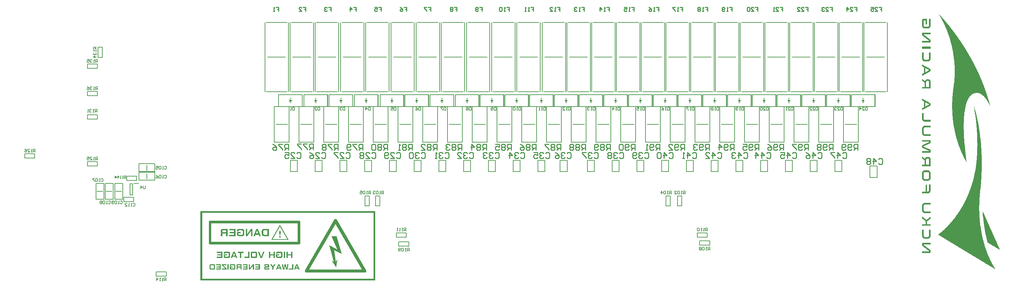
<source format=gbo>
G04*
G04 #@! TF.GenerationSoftware,Altium Limited,Altium Designer,19.0.4 (130)*
G04*
G04 Layer_Color=32896*
%FSAX25Y25*%
%MOIN*%
G70*
G01*
G75*
%ADD14C,0.00500*%
%ADD15C,0.01000*%
%ADD17C,0.00787*%
%ADD20C,0.00300*%
%ADD101C,0.00800*%
G36*
X0972957Y0263330D02*
X0972779D01*
Y0262796D01*
X0972601D01*
Y0262441D01*
X0972423D01*
Y0262085D01*
X0972246D01*
Y0261907D01*
X0972068D01*
Y0261730D01*
X0971712D01*
Y0261552D01*
X0971356D01*
Y0261374D01*
X0970290D01*
Y0261196D01*
X0967267D01*
Y0261374D01*
X0966200D01*
Y0261552D01*
X0965844D01*
Y0261730D01*
X0965489D01*
Y0261907D01*
X0965311D01*
Y0262085D01*
X0965133D01*
Y0262441D01*
X0964955D01*
Y0262619D01*
X0964777D01*
Y0263330D01*
X0964599D01*
Y0270265D01*
X0964777D01*
Y0270620D01*
X0965133D01*
Y0270798D01*
X0965311D01*
Y0270976D01*
X0969401D01*
Y0270798D01*
X0969578D01*
Y0265641D01*
X0969401D01*
Y0265464D01*
X0968156D01*
Y0269376D01*
X0966200D01*
Y0268842D01*
X0966022D01*
Y0264575D01*
X0966200D01*
Y0263685D01*
X0966378D01*
Y0263330D01*
X0966555D01*
Y0263152D01*
X0967089D01*
Y0262974D01*
X0970467D01*
Y0263152D01*
X0971001D01*
Y0263330D01*
X0971179D01*
Y0263685D01*
X0971356D01*
Y0270976D01*
X0972957D01*
Y0263330D01*
D02*
G37*
G36*
Y0255506D02*
X0966200D01*
Y0254972D01*
X0966378D01*
Y0254795D01*
X0966555D01*
Y0254617D01*
X0966733D01*
Y0254439D01*
X0967089D01*
Y0254261D01*
X0967267D01*
Y0254083D01*
X0967445D01*
Y0253905D01*
X0967800D01*
Y0253728D01*
X0967978D01*
Y0253550D01*
X0968156D01*
Y0253372D01*
X0968511D01*
Y0253194D01*
X0968689D01*
Y0253016D01*
X0968867D01*
Y0252838D01*
X0969045D01*
Y0252661D01*
X0969401D01*
Y0252483D01*
X0969578D01*
Y0252305D01*
X0969756D01*
Y0252127D01*
X0970112D01*
Y0251949D01*
X0970290D01*
Y0251772D01*
X0970467D01*
Y0251594D01*
X0970823D01*
Y0251416D01*
X0971001D01*
Y0251238D01*
X0971179D01*
Y0251060D01*
X0971534D01*
Y0250883D01*
X0971712D01*
Y0250705D01*
X0971890D01*
Y0250527D01*
X0972246D01*
Y0250349D01*
X0972423D01*
Y0250171D01*
X0972601D01*
Y0249993D01*
X0972779D01*
Y0249816D01*
X0972957D01*
Y0247326D01*
X0972779D01*
Y0247148D01*
X0972601D01*
Y0246970D01*
X0964599D01*
Y0248571D01*
X0971356D01*
Y0249104D01*
X0971179D01*
Y0249282D01*
X0970823D01*
Y0249460D01*
X0970645D01*
Y0249638D01*
X0970467D01*
Y0249816D01*
X0970290D01*
Y0249993D01*
X0969934D01*
Y0250171D01*
X0969756D01*
Y0250349D01*
X0969578D01*
Y0250527D01*
X0969223D01*
Y0250705D01*
X0969045D01*
Y0250883D01*
X0968867D01*
Y0251060D01*
X0968511D01*
Y0251238D01*
X0968334D01*
Y0251416D01*
X0968156D01*
Y0251594D01*
X0967800D01*
Y0251772D01*
X0967622D01*
Y0251949D01*
X0967445D01*
Y0252127D01*
X0967267D01*
Y0252305D01*
X0966911D01*
Y0252483D01*
X0966733D01*
Y0252661D01*
X0966555D01*
Y0252838D01*
X0966200D01*
Y0253016D01*
X0966022D01*
Y0253194D01*
X0965844D01*
Y0253372D01*
X0965489D01*
Y0253550D01*
X0965311D01*
Y0253728D01*
X0965133D01*
Y0253905D01*
X0964955D01*
Y0254083D01*
X0964777D01*
Y0254261D01*
X0964599D01*
Y0256750D01*
X0964777D01*
Y0256928D01*
X0965133D01*
Y0257106D01*
X0972957D01*
Y0255506D01*
D02*
G37*
G36*
Y0242525D02*
X0973135D01*
Y0241102D01*
X0972957D01*
Y0240747D01*
X0964599D01*
Y0241102D01*
X0964421D01*
Y0242525D01*
X0964599D01*
Y0242881D01*
X0972957D01*
Y0242525D01*
D02*
G37*
G36*
Y0229900D02*
X0972779D01*
Y0229366D01*
X0972601D01*
Y0229011D01*
X0972423D01*
Y0228833D01*
X0972246D01*
Y0228655D01*
X0972068D01*
Y0228477D01*
X0971890D01*
Y0228299D01*
X0971534D01*
Y0228121D01*
X0971001D01*
Y0227944D01*
X0966555D01*
Y0228121D01*
X0966022D01*
Y0228299D01*
X0965666D01*
Y0228477D01*
X0965489D01*
Y0228655D01*
X0965311D01*
Y0228833D01*
X0965133D01*
Y0229011D01*
X0964955D01*
Y0229366D01*
X0964777D01*
Y0229900D01*
X0964599D01*
Y0237012D01*
X0966022D01*
Y0236835D01*
X0966200D01*
Y0230255D01*
X0966378D01*
Y0230077D01*
X0966555D01*
Y0229900D01*
X0966733D01*
Y0229722D01*
X0967445D01*
Y0229544D01*
X0970112D01*
Y0229722D01*
X0970823D01*
Y0229900D01*
X0971001D01*
Y0230077D01*
X0971179D01*
Y0230255D01*
X0971356D01*
Y0236835D01*
X0971534D01*
Y0237012D01*
X0972957D01*
Y0229900D01*
D02*
G37*
G36*
X0964955Y0224565D02*
X0965311D01*
Y0224387D01*
X0965666D01*
Y0224209D01*
X0966022D01*
Y0224031D01*
X0966378D01*
Y0223854D01*
X0966555D01*
Y0223676D01*
X0966911D01*
Y0223498D01*
X0967267D01*
Y0223320D01*
X0967622D01*
Y0223143D01*
X0967978D01*
Y0222965D01*
X0968156D01*
Y0222787D01*
X0968511D01*
Y0222609D01*
X0968867D01*
Y0222431D01*
X0969223D01*
Y0222253D01*
X0969578D01*
Y0222076D01*
X0969934D01*
Y0221898D01*
X0970112D01*
Y0221720D01*
X0970467D01*
Y0221542D01*
X0970823D01*
Y0221364D01*
X0971179D01*
Y0221186D01*
X0971534D01*
Y0221009D01*
X0971712D01*
Y0220831D01*
X0972068D01*
Y0220653D01*
X0972423D01*
Y0220475D01*
X0972601D01*
Y0220297D01*
X0972779D01*
Y0219942D01*
X0972957D01*
Y0218163D01*
X0972779D01*
Y0217986D01*
X0972601D01*
Y0217808D01*
X0972423D01*
Y0217630D01*
X0972068D01*
Y0217452D01*
X0971890D01*
Y0217274D01*
X0971534D01*
Y0217096D01*
X0971179D01*
Y0216919D01*
X0970823D01*
Y0216741D01*
X0970467D01*
Y0216563D01*
X0970290D01*
Y0216385D01*
X0969934D01*
Y0216207D01*
X0969578D01*
Y0216030D01*
X0969223D01*
Y0215852D01*
X0968867D01*
Y0215674D01*
X0968511D01*
Y0215496D01*
X0968334D01*
Y0215318D01*
X0967978D01*
Y0215141D01*
X0967622D01*
Y0214963D01*
X0967267D01*
Y0214785D01*
X0966911D01*
Y0214607D01*
X0966555D01*
Y0214429D01*
X0966378D01*
Y0214251D01*
X0966022D01*
Y0214074D01*
X0965666D01*
Y0213896D01*
X0965311D01*
Y0213718D01*
X0964955D01*
Y0213540D01*
X0964599D01*
Y0215318D01*
X0964777D01*
Y0215496D01*
X0965133D01*
Y0215674D01*
X0965489D01*
Y0215852D01*
X0965844D01*
Y0216030D01*
X0966200D01*
Y0216207D01*
X0966378D01*
Y0222076D01*
X0966200D01*
Y0222253D01*
X0965844D01*
Y0222431D01*
X0965489D01*
Y0222609D01*
X0965311D01*
Y0222787D01*
X0964955D01*
Y0222965D01*
X0964599D01*
Y0224743D01*
X0964955D01*
Y0224565D01*
D02*
G37*
G36*
X0964777Y0209984D02*
X0965133D01*
Y0209806D01*
X0965311D01*
Y0209628D01*
X0965489D01*
Y0209450D01*
X0965666D01*
Y0209272D01*
X0966022D01*
Y0209095D01*
X0966200D01*
Y0208917D01*
X0966378D01*
Y0208739D01*
X0966555D01*
Y0208561D01*
X0966911D01*
Y0208383D01*
X0967089D01*
Y0208206D01*
X0967267D01*
Y0208028D01*
X0967445D01*
Y0208383D01*
X0967622D01*
Y0208917D01*
X0967800D01*
Y0209095D01*
X0967978D01*
Y0209272D01*
X0968156D01*
Y0209450D01*
X0968334D01*
Y0209628D01*
X0968689D01*
Y0209806D01*
X0969401D01*
Y0209984D01*
X0971001D01*
Y0209806D01*
X0971712D01*
Y0209628D01*
X0972068D01*
Y0209450D01*
X0972246D01*
Y0209272D01*
X0972423D01*
Y0209095D01*
X0972601D01*
Y0208917D01*
X0972779D01*
Y0208383D01*
X0972957D01*
Y0200559D01*
X0964599D01*
Y0202160D01*
X0967267D01*
Y0206427D01*
X0967089D01*
Y0206605D01*
X0966733D01*
Y0206783D01*
X0966555D01*
Y0206961D01*
X0966378D01*
Y0207139D01*
X0966022D01*
Y0207316D01*
X0965844D01*
Y0207494D01*
X0965666D01*
Y0207672D01*
X0965311D01*
Y0207850D01*
X0965133D01*
Y0208028D01*
X0964955D01*
Y0208206D01*
X0964599D01*
Y0210161D01*
X0964777D01*
Y0209984D01*
D02*
G37*
G36*
X0905300Y0188500D02*
X0904300Y0187500D01*
Y0189500D01*
X0905300Y0188500D01*
D02*
G37*
G36*
X0880300D02*
X0879300Y0187500D01*
Y0189500D01*
X0880300Y0188500D01*
D02*
G37*
G36*
X0855300D02*
X0854300Y0187500D01*
Y0189500D01*
X0855300Y0188500D01*
D02*
G37*
G36*
X0830300D02*
X0829300Y0187500D01*
Y0189500D01*
X0830300Y0188500D01*
D02*
G37*
G36*
X0805300D02*
X0804300Y0187500D01*
Y0189500D01*
X0805300Y0188500D01*
D02*
G37*
G36*
X0780300D02*
X0779300Y0187500D01*
Y0189500D01*
X0780300Y0188500D01*
D02*
G37*
G36*
X0755300D02*
X0754300Y0187500D01*
Y0189500D01*
X0755300Y0188500D01*
D02*
G37*
G36*
X0730300D02*
X0729300Y0187500D01*
Y0189500D01*
X0730300Y0188500D01*
D02*
G37*
G36*
X0705300D02*
X0704300Y0187500D01*
Y0189500D01*
X0705300Y0188500D01*
D02*
G37*
G36*
X0680300D02*
X0679300Y0187500D01*
Y0189500D01*
X0680300Y0188500D01*
D02*
G37*
G36*
X0655300D02*
X0654300Y0187500D01*
Y0189500D01*
X0655300Y0188500D01*
D02*
G37*
G36*
X0630300D02*
X0629300Y0187500D01*
Y0189500D01*
X0630300Y0188500D01*
D02*
G37*
G36*
X0605300D02*
X0604300Y0187500D01*
Y0189500D01*
X0605300Y0188500D01*
D02*
G37*
G36*
X0580300D02*
X0579300Y0187500D01*
Y0189500D01*
X0580300Y0188500D01*
D02*
G37*
G36*
X0555300D02*
X0554300Y0187500D01*
Y0189500D01*
X0555300Y0188500D01*
D02*
G37*
G36*
X0530300D02*
X0529300Y0187500D01*
Y0189500D01*
X0530300Y0188500D01*
D02*
G37*
G36*
X0505300D02*
X0504300Y0187500D01*
Y0189500D01*
X0505300Y0188500D01*
D02*
G37*
G36*
X0479800D02*
X0478800Y0187500D01*
Y0189500D01*
X0479800Y0188500D01*
D02*
G37*
G36*
X0454300D02*
X0453300Y0187500D01*
Y0189500D01*
X0454300Y0188500D01*
D02*
G37*
G36*
X0429300D02*
X0428300Y0187500D01*
Y0189500D01*
X0429300Y0188500D01*
D02*
G37*
G36*
X0403300D02*
X0402300Y0187500D01*
Y0189500D01*
X0403300Y0188500D01*
D02*
G37*
G36*
X0377800D02*
X0376800Y0187500D01*
Y0189500D01*
X0377800Y0188500D01*
D02*
G37*
G36*
X0352300D02*
X0351300Y0187500D01*
Y0189500D01*
X0352300Y0188500D01*
D02*
G37*
G36*
X0326800D02*
X0325800Y0187500D01*
Y0189500D01*
X0326800Y0188500D01*
D02*
G37*
G36*
X0981492Y0275777D02*
X0981670D01*
Y0275600D01*
X0981848D01*
Y0275422D01*
X0982026D01*
Y0275244D01*
X0982203D01*
Y0274888D01*
X0982381D01*
Y0274710D01*
X0982559D01*
Y0274533D01*
X0982737D01*
Y0274355D01*
X0982915D01*
Y0274177D01*
X0983093D01*
Y0273999D01*
X0983270D01*
Y0273821D01*
X0983448D01*
Y0273643D01*
X0983626D01*
Y0273466D01*
X0983804D01*
Y0273288D01*
X0983982D01*
Y0273110D01*
X0984160D01*
Y0272754D01*
X0984337D01*
Y0272577D01*
X0984515D01*
Y0272399D01*
X0984693D01*
Y0272221D01*
X0984871D01*
Y0272043D01*
X0985049D01*
Y0271865D01*
X0985227D01*
Y0271688D01*
X0985404D01*
Y0271510D01*
X0985582D01*
Y0271332D01*
X0985760D01*
Y0270976D01*
X0985938D01*
Y0270798D01*
X0986116D01*
Y0270620D01*
X0986293D01*
Y0270443D01*
X0986471D01*
Y0270265D01*
X0986649D01*
Y0270087D01*
X0986827D01*
Y0269731D01*
X0987005D01*
Y0269554D01*
X0987183D01*
Y0269376D01*
X0987360D01*
Y0269198D01*
X0987538D01*
Y0269020D01*
X0987716D01*
Y0268842D01*
X0987894D01*
Y0268665D01*
X0988072D01*
Y0268309D01*
X0988249D01*
Y0268131D01*
X0988427D01*
Y0267953D01*
X0988605D01*
Y0267775D01*
X0988783D01*
Y0267420D01*
X0988961D01*
Y0267242D01*
X0989139D01*
Y0267064D01*
X0989316D01*
Y0266886D01*
X0989494D01*
Y0266708D01*
X0989672D01*
Y0266353D01*
X0989850D01*
Y0266175D01*
X0990028D01*
Y0265997D01*
X0990205D01*
Y0265819D01*
X0990383D01*
Y0265641D01*
X0990561D01*
Y0265286D01*
X0990739D01*
Y0265108D01*
X0990917D01*
Y0264930D01*
X0991095D01*
Y0264753D01*
X0991272D01*
Y0264575D01*
X0991450D01*
Y0264219D01*
X0991628D01*
Y0264041D01*
X0991806D01*
Y0263863D01*
X0991984D01*
Y0263508D01*
X0992161D01*
Y0263330D01*
X0992339D01*
Y0263152D01*
X0992517D01*
Y0262974D01*
X0992695D01*
Y0262619D01*
X0992873D01*
Y0262441D01*
X0993051D01*
Y0262263D01*
X0993228D01*
Y0262085D01*
X0993406D01*
Y0261730D01*
X0993584D01*
Y0261552D01*
X0993762D01*
Y0261374D01*
X0993940D01*
Y0261018D01*
X0994118D01*
Y0260840D01*
X0994295D01*
Y0260663D01*
X0994473D01*
Y0260485D01*
X0994651D01*
Y0260129D01*
X0994829D01*
Y0259951D01*
X0995007D01*
Y0259773D01*
X0995184D01*
Y0259418D01*
X0995362D01*
Y0259240D01*
X0995540D01*
Y0259062D01*
X0995718D01*
Y0258706D01*
X0995896D01*
Y0258529D01*
X0996074D01*
Y0258351D01*
X0996251D01*
Y0257995D01*
X0996429D01*
Y0257818D01*
X0996607D01*
Y0257640D01*
X0996785D01*
Y0257284D01*
X0996963D01*
Y0257106D01*
X0997141D01*
Y0256928D01*
X0997318D01*
Y0256573D01*
X0997496D01*
Y0256395D01*
X0997674D01*
Y0256217D01*
X0997852D01*
Y0255861D01*
X0998030D01*
Y0255684D01*
X0998207D01*
Y0255328D01*
X0998385D01*
Y0255150D01*
X0998563D01*
Y0254972D01*
X0998741D01*
Y0254617D01*
X0998919D01*
Y0254439D01*
X0999096D01*
Y0254261D01*
X0999274D01*
Y0253905D01*
X0999452D01*
Y0253728D01*
X0999630D01*
Y0253550D01*
X0999808D01*
Y0253194D01*
X0999986D01*
Y0253016D01*
X1000163D01*
Y0252661D01*
X1000341D01*
Y0252483D01*
X1000519D01*
Y0252127D01*
X1000697D01*
Y0251949D01*
X1000875D01*
Y0251594D01*
X1001052D01*
Y0251416D01*
X1001230D01*
Y0251238D01*
X1001408D01*
Y0250883D01*
X1001586D01*
Y0250705D01*
X1001764D01*
Y0250349D01*
X1001942D01*
Y0250171D01*
X1002119D01*
Y0249816D01*
X1002297D01*
Y0249638D01*
X1002475D01*
Y0249460D01*
X1002653D01*
Y0249104D01*
X1002831D01*
Y0248926D01*
X1003008D01*
Y0248571D01*
X1003186D01*
Y0248393D01*
X1003364D01*
Y0248037D01*
X1003542D01*
Y0247860D01*
X1003720D01*
Y0247504D01*
X1003898D01*
Y0247326D01*
X1004076D01*
Y0246970D01*
X1004253D01*
Y0246793D01*
X1004431D01*
Y0246437D01*
X1004609D01*
Y0246259D01*
X1004787D01*
Y0245903D01*
X1004965D01*
Y0245726D01*
X1005142D01*
Y0245370D01*
X1005320D01*
Y0245192D01*
X1005498D01*
Y0244836D01*
X1005676D01*
Y0244481D01*
X1005854D01*
Y0244303D01*
X1006032D01*
Y0243947D01*
X1006209D01*
Y0243770D01*
X1006387D01*
Y0243414D01*
X1006565D01*
Y0243236D01*
X1006743D01*
Y0242881D01*
X1006921D01*
Y0242703D01*
X1007098D01*
Y0242347D01*
X1007276D01*
Y0241991D01*
X1007454D01*
Y0241814D01*
X1007632D01*
Y0241458D01*
X1007810D01*
Y0241280D01*
X1007987D01*
Y0240925D01*
X1008165D01*
Y0240569D01*
X1008343D01*
Y0240391D01*
X1008521D01*
Y0240035D01*
X1008699D01*
Y0239680D01*
X1008877D01*
Y0239502D01*
X1009054D01*
Y0239146D01*
X1009232D01*
Y0238968D01*
X1009410D01*
Y0238613D01*
X1009588D01*
Y0238257D01*
X1009766D01*
Y0238079D01*
X1009943D01*
Y0237724D01*
X1010121D01*
Y0237368D01*
X1010299D01*
Y0237190D01*
X1010477D01*
Y0236835D01*
X1010655D01*
Y0236479D01*
X1010833D01*
Y0236123D01*
X1011010D01*
Y0235946D01*
X1011188D01*
Y0235590D01*
X1011366D01*
Y0235234D01*
X1011544D01*
Y0235056D01*
X1011722D01*
Y0234701D01*
X1011900D01*
Y0234345D01*
X1012077D01*
Y0234167D01*
X1012255D01*
Y0233812D01*
X1012433D01*
Y0233456D01*
X1012611D01*
Y0233100D01*
X1012789D01*
Y0232745D01*
X1012967D01*
Y0232567D01*
X1013144D01*
Y0232211D01*
X1013322D01*
Y0231856D01*
X1013500D01*
Y0231500D01*
X1013678D01*
Y0231322D01*
X1013856D01*
Y0230966D01*
X1014033D01*
Y0230611D01*
X1014211D01*
Y0230255D01*
X1014389D01*
Y0229900D01*
X1014567D01*
Y0229722D01*
X1014745D01*
Y0229366D01*
X1014923D01*
Y0229011D01*
X1015100D01*
Y0228655D01*
X1015278D01*
Y0228299D01*
X1015456D01*
Y0227944D01*
X1015634D01*
Y0227588D01*
X1015812D01*
Y0227410D01*
X1015989D01*
Y0227055D01*
X1016167D01*
Y0226699D01*
X1016345D01*
Y0226343D01*
X1016523D01*
Y0225988D01*
X1016701D01*
Y0225632D01*
X1016879D01*
Y0225276D01*
X1017056D01*
Y0224921D01*
X1017234D01*
Y0224565D01*
X1017412D01*
Y0224209D01*
X1017590D01*
Y0223854D01*
X1017768D01*
Y0223498D01*
X1017945D01*
Y0223143D01*
X1018123D01*
Y0222787D01*
X1018301D01*
Y0222431D01*
X1018479D01*
Y0222076D01*
X1018657D01*
Y0221720D01*
X1018835D01*
Y0221364D01*
X1019012D01*
Y0221009D01*
X1019190D01*
Y0220653D01*
X1019368D01*
Y0220297D01*
X1019546D01*
Y0219942D01*
X1019724D01*
Y0219586D01*
X1019901D01*
Y0219230D01*
X1020079D01*
Y0218875D01*
X1020257D01*
Y0218519D01*
X1020435D01*
Y0218163D01*
X1020613D01*
Y0217808D01*
X1020791D01*
Y0217274D01*
X1020968D01*
Y0216919D01*
X1021146D01*
Y0216563D01*
X1021324D01*
Y0216207D01*
X1021502D01*
Y0215852D01*
X1021680D01*
Y0215496D01*
X1021858D01*
Y0214963D01*
X1022035D01*
Y0214607D01*
X1022213D01*
Y0214251D01*
X1022391D01*
Y0213896D01*
X1022569D01*
Y0213540D01*
X1022747D01*
Y0213007D01*
X1022925D01*
Y0212651D01*
X1023102D01*
Y0212295D01*
X1023280D01*
Y0211762D01*
X1023458D01*
Y0211406D01*
X1023636D01*
Y0211051D01*
X1023814D01*
Y0210517D01*
X1023991D01*
Y0210161D01*
X1024169D01*
Y0209806D01*
X1024347D01*
Y0209272D01*
X1024525D01*
Y0208917D01*
X1024703D01*
Y0208383D01*
X1024881D01*
Y0208028D01*
X1025058D01*
Y0207494D01*
X1025236D01*
Y0207139D01*
X1025414D01*
Y0206605D01*
X1025592D01*
Y0206249D01*
X1025770D01*
Y0205716D01*
X1025947D01*
Y0205360D01*
X1026125D01*
Y0204827D01*
X1026303D01*
Y0204471D01*
X1026481D01*
Y0203938D01*
X1026659D01*
Y0203582D01*
X1026836D01*
Y0203049D01*
X1027014D01*
Y0202515D01*
X1027192D01*
Y0201982D01*
X1027370D01*
Y0201626D01*
X1027548D01*
Y0201093D01*
X1027726D01*
Y0200559D01*
X1027903D01*
Y0200204D01*
X1028081D01*
Y0199670D01*
X1028259D01*
Y0199137D01*
X1028437D01*
Y0198603D01*
X1028615D01*
Y0198070D01*
X1028792D01*
Y0197536D01*
X1028970D01*
Y0197003D01*
X1029148D01*
Y0196469D01*
X1029326D01*
Y0195936D01*
X1029504D01*
Y0195402D01*
X1029682D01*
Y0194869D01*
X1029859D01*
Y0194513D01*
X1030037D01*
Y0193980D01*
X1030215D01*
Y0193269D01*
X1030393D01*
Y0192735D01*
X1030571D01*
Y0192202D01*
X1030749D01*
Y0191490D01*
X1030926D01*
Y0190957D01*
X1031104D01*
Y0190424D01*
X1031282D01*
Y0189890D01*
X1031460D01*
Y0189179D01*
X1031638D01*
Y0188645D01*
X1031816D01*
Y0187934D01*
X1031993D01*
Y0187400D01*
X1032171D01*
Y0186689D01*
X1032349D01*
Y0185978D01*
X1032527D01*
Y0185444D01*
X1032705D01*
Y0184733D01*
X1032882D01*
Y0184022D01*
X1033060D01*
Y0183489D01*
X1033238D01*
Y0182777D01*
X1033060D01*
Y0183133D01*
X1032882D01*
Y0183666D01*
X1032705D01*
Y0184022D01*
X1032527D01*
Y0184378D01*
X1032349D01*
Y0184733D01*
X1032171D01*
Y0185089D01*
X1031993D01*
Y0185444D01*
X1031816D01*
Y0185800D01*
X1031638D01*
Y0186156D01*
X1031460D01*
Y0186334D01*
X1031282D01*
Y0186689D01*
X1031104D01*
Y0187045D01*
X1030926D01*
Y0187400D01*
X1030749D01*
Y0187578D01*
X1030571D01*
Y0187934D01*
X1030393D01*
Y0188290D01*
X1030215D01*
Y0188468D01*
X1030037D01*
Y0188823D01*
X1029859D01*
Y0189001D01*
X1029682D01*
Y0189357D01*
X1029504D01*
Y0189534D01*
X1029326D01*
Y0189890D01*
X1029148D01*
Y0190068D01*
X1028970D01*
Y0190246D01*
X1028792D01*
Y0190601D01*
X1028615D01*
Y0190779D01*
X1028437D01*
Y0190957D01*
X1028259D01*
Y0191313D01*
X1028081D01*
Y0191490D01*
X1027903D01*
Y0191668D01*
X1027726D01*
Y0191846D01*
X1027548D01*
Y0192024D01*
X1027370D01*
Y0192202D01*
X1027192D01*
Y0192379D01*
X1027014D01*
Y0192557D01*
X1026836D01*
Y0192735D01*
X1026659D01*
Y0192913D01*
X1026481D01*
Y0193091D01*
X1026303D01*
Y0193269D01*
X1026125D01*
Y0193446D01*
X1025947D01*
Y0193624D01*
X1025770D01*
Y0193802D01*
X1025592D01*
Y0193980D01*
X1025236D01*
Y0194158D01*
X1025058D01*
Y0194335D01*
X1024881D01*
Y0194513D01*
X1024525D01*
Y0194691D01*
X1024347D01*
Y0194869D01*
X1023991D01*
Y0195047D01*
X1023636D01*
Y0195225D01*
X1023458D01*
Y0195402D01*
X1022925D01*
Y0195580D01*
X1022569D01*
Y0195758D01*
X1022035D01*
Y0195936D01*
X1021324D01*
Y0196114D01*
X1020079D01*
Y0196292D01*
X1019546D01*
Y0196114D01*
X1018123D01*
Y0195936D01*
X1017412D01*
Y0195758D01*
X1016879D01*
Y0195580D01*
X1016523D01*
Y0195402D01*
X1016167D01*
Y0195225D01*
X1015812D01*
Y0195047D01*
X1015456D01*
Y0194869D01*
X1015100D01*
Y0194691D01*
X1014923D01*
Y0194513D01*
X1014745D01*
Y0194335D01*
X1014389D01*
Y0194158D01*
X1014211D01*
Y0193980D01*
X1014033D01*
Y0193802D01*
X1013856D01*
Y0193624D01*
X1013678D01*
Y0193446D01*
X1013500D01*
Y0193269D01*
X1013322D01*
Y0193091D01*
X1013144D01*
Y0192913D01*
X1012967D01*
Y0192735D01*
X1012789D01*
Y0192557D01*
X1012611D01*
Y0192202D01*
X1012433D01*
Y0192024D01*
X1012255D01*
Y0191846D01*
X1012077D01*
Y0191490D01*
X1011900D01*
Y0191313D01*
X1011722D01*
Y0190957D01*
X1011544D01*
Y0190601D01*
X1011366D01*
Y0190424D01*
X1011188D01*
Y0190068D01*
X1011010D01*
Y0189712D01*
X1010833D01*
Y0189357D01*
X1010655D01*
Y0189001D01*
X1010477D01*
Y0188645D01*
X1010299D01*
Y0188290D01*
X1010121D01*
Y0187756D01*
X1009943D01*
Y0187223D01*
X1009766D01*
Y0186867D01*
X1009588D01*
Y0186334D01*
X1009410D01*
Y0185800D01*
X1009232D01*
Y0185267D01*
X1009054D01*
Y0184555D01*
X1008877D01*
Y0184022D01*
X1008699D01*
Y0183311D01*
X1008521D01*
Y0182422D01*
X1008343D01*
Y0181710D01*
X1008165D01*
Y0180821D01*
X1007987D01*
Y0179754D01*
X1007810D01*
Y0178865D01*
X1007632D01*
Y0177620D01*
X1007454D01*
Y0176376D01*
X1007276D01*
Y0174598D01*
X1007098D01*
Y0172819D01*
X1006921D01*
Y0170330D01*
X1006743D01*
Y0166240D01*
X1006565D01*
Y0158771D01*
X1006743D01*
Y0153259D01*
X1006921D01*
Y0150236D01*
X1007098D01*
Y0147391D01*
X1007276D01*
Y0145257D01*
X1007454D01*
Y0143123D01*
X1007632D01*
Y0141167D01*
X1007810D01*
Y0139389D01*
X1007987D01*
Y0137611D01*
X1008165D01*
Y0136010D01*
X1008343D01*
Y0134588D01*
X1008521D01*
Y0132987D01*
X1008699D01*
Y0131565D01*
X1008877D01*
Y0130142D01*
X1009054D01*
Y0128898D01*
X1009232D01*
Y0127653D01*
X1009410D01*
Y0126408D01*
X1009232D01*
Y0126764D01*
X1009054D01*
Y0126942D01*
X1008877D01*
Y0127297D01*
X1008699D01*
Y0127653D01*
X1008521D01*
Y0127831D01*
X1008343D01*
Y0128186D01*
X1008165D01*
Y0128542D01*
X1007987D01*
Y0128898D01*
X1007810D01*
Y0129075D01*
X1007632D01*
Y0129431D01*
X1007454D01*
Y0129787D01*
X1007276D01*
Y0130142D01*
X1007098D01*
Y0130498D01*
X1006921D01*
Y0130854D01*
X1006743D01*
Y0131209D01*
X1006565D01*
Y0131565D01*
X1006387D01*
Y0131921D01*
X1006209D01*
Y0132276D01*
X1006032D01*
Y0132632D01*
X1005854D01*
Y0132987D01*
X1005676D01*
Y0133343D01*
X1005498D01*
Y0133699D01*
X1005320D01*
Y0134054D01*
X1005142D01*
Y0134410D01*
X1004965D01*
Y0134943D01*
X1004787D01*
Y0135299D01*
X1004609D01*
Y0135655D01*
X1004431D01*
Y0136010D01*
X1004253D01*
Y0136544D01*
X1004076D01*
Y0136899D01*
X1003898D01*
Y0137255D01*
X1003720D01*
Y0137789D01*
X1003542D01*
Y0138144D01*
X1003364D01*
Y0138678D01*
X1003186D01*
Y0139033D01*
X1003008D01*
Y0139389D01*
X1002831D01*
Y0139922D01*
X1002653D01*
Y0140456D01*
X1002475D01*
Y0140812D01*
X1002297D01*
Y0141345D01*
X1002119D01*
Y0141878D01*
X1001942D01*
Y0142234D01*
X1001764D01*
Y0142768D01*
X1001586D01*
Y0143301D01*
X1001408D01*
Y0143834D01*
X1001230D01*
Y0144368D01*
X1001052D01*
Y0144901D01*
X1000875D01*
Y0145435D01*
X1000697D01*
Y0145968D01*
X1000519D01*
Y0146502D01*
X1000341D01*
Y0147035D01*
X1000163D01*
Y0147569D01*
X0999986D01*
Y0148102D01*
X0999808D01*
Y0148636D01*
X0999630D01*
Y0149347D01*
X0999452D01*
Y0150058D01*
X0999274D01*
Y0150592D01*
X0999096D01*
Y0151303D01*
X0998919D01*
Y0152014D01*
X0998741D01*
Y0152548D01*
X0998563D01*
Y0153259D01*
X0998385D01*
Y0153970D01*
X0998207D01*
Y0154682D01*
X0998030D01*
Y0155571D01*
X0997852D01*
Y0156282D01*
X0997674D01*
Y0157171D01*
X0997496D01*
Y0157882D01*
X0997318D01*
Y0158771D01*
X0997141D01*
Y0159660D01*
X0996963D01*
Y0160728D01*
X0996785D01*
Y0161617D01*
X0996607D01*
Y0162683D01*
X0996429D01*
Y0163750D01*
X0996251D01*
Y0164817D01*
X0996074D01*
Y0166240D01*
X0995896D01*
Y0167485D01*
X0995718D01*
Y0168907D01*
X0995540D01*
Y0170685D01*
X0995362D01*
Y0172641D01*
X0995184D01*
Y0175131D01*
X0995007D01*
Y0178865D01*
X0994829D01*
Y0187045D01*
X0995007D01*
Y0190601D01*
X0995184D01*
Y0192913D01*
X0995362D01*
Y0195047D01*
X0995540D01*
Y0196647D01*
X0995718D01*
Y0198248D01*
X0995896D01*
Y0199670D01*
X0996074D01*
Y0200915D01*
X0996251D01*
Y0202160D01*
X0996429D01*
Y0203404D01*
X0996607D01*
Y0205183D01*
X0996785D01*
Y0206783D01*
X0996963D01*
Y0208739D01*
X0997141D01*
Y0211228D01*
X0997318D01*
Y0215496D01*
X0997496D01*
Y0219942D01*
X0997318D01*
Y0224387D01*
X0997141D01*
Y0227055D01*
X0996963D01*
Y0228833D01*
X0996785D01*
Y0230611D01*
X0996607D01*
Y0232033D01*
X0996429D01*
Y0233456D01*
X0996251D01*
Y0234701D01*
X0996074D01*
Y0235768D01*
X0995896D01*
Y0236835D01*
X0995718D01*
Y0237901D01*
X0995540D01*
Y0238791D01*
X0995362D01*
Y0239680D01*
X0995184D01*
Y0240747D01*
X0995007D01*
Y0241458D01*
X0994829D01*
Y0242347D01*
X0994651D01*
Y0243058D01*
X0994473D01*
Y0243947D01*
X0994295D01*
Y0244659D01*
X0994118D01*
Y0245370D01*
X0993940D01*
Y0246081D01*
X0993762D01*
Y0246793D01*
X0993584D01*
Y0247326D01*
X0993406D01*
Y0248037D01*
X0993228D01*
Y0248571D01*
X0993051D01*
Y0249282D01*
X0992873D01*
Y0249816D01*
X0992695D01*
Y0250527D01*
X0992517D01*
Y0251060D01*
X0992339D01*
Y0251594D01*
X0992161D01*
Y0252127D01*
X0991984D01*
Y0252838D01*
X0991806D01*
Y0253372D01*
X0991628D01*
Y0253905D01*
X0991450D01*
Y0254439D01*
X0991272D01*
Y0254972D01*
X0991095D01*
Y0255328D01*
X0990917D01*
Y0255861D01*
X0990739D01*
Y0256395D01*
X0990561D01*
Y0256928D01*
X0990383D01*
Y0257284D01*
X0990205D01*
Y0257818D01*
X0990028D01*
Y0258351D01*
X0989850D01*
Y0258706D01*
X0989672D01*
Y0259240D01*
X0989494D01*
Y0259596D01*
X0989316D01*
Y0260129D01*
X0989139D01*
Y0260485D01*
X0988961D01*
Y0261018D01*
X0988783D01*
Y0261374D01*
X0988605D01*
Y0261730D01*
X0988427D01*
Y0262263D01*
X0988249D01*
Y0262619D01*
X0988072D01*
Y0263152D01*
X0987894D01*
Y0263508D01*
X0987716D01*
Y0263863D01*
X0987538D01*
Y0264219D01*
X0987360D01*
Y0264575D01*
X0987183D01*
Y0265108D01*
X0987005D01*
Y0265464D01*
X0986827D01*
Y0265819D01*
X0986649D01*
Y0266175D01*
X0986471D01*
Y0266531D01*
X0986293D01*
Y0266886D01*
X0986116D01*
Y0267242D01*
X0985938D01*
Y0267598D01*
X0985760D01*
Y0267953D01*
X0985582D01*
Y0268309D01*
X0985404D01*
Y0268665D01*
X0985227D01*
Y0269020D01*
X0985049D01*
Y0269376D01*
X0984871D01*
Y0269731D01*
X0984693D01*
Y0270087D01*
X0984515D01*
Y0270443D01*
X0984337D01*
Y0270798D01*
X0984160D01*
Y0271154D01*
X0983982D01*
Y0271510D01*
X0983804D01*
Y0271688D01*
X0983626D01*
Y0272043D01*
X0983448D01*
Y0272399D01*
X0983270D01*
Y0272754D01*
X0983093D01*
Y0273110D01*
X0982915D01*
Y0273288D01*
X0982737D01*
Y0273643D01*
X0982559D01*
Y0273999D01*
X0982381D01*
Y0274177D01*
X0982203D01*
Y0274533D01*
X0982026D01*
Y0274888D01*
X0981848D01*
Y0275066D01*
X0981670D01*
Y0275422D01*
X0981492D01*
Y0275600D01*
X0981314D01*
Y0275955D01*
X0981492D01*
Y0275777D01*
D02*
G37*
G36*
X0964777Y0190068D02*
X0965133D01*
Y0189890D01*
X0965489D01*
Y0189712D01*
X0965844D01*
Y0189534D01*
X0966200D01*
Y0189357D01*
X0966378D01*
Y0189179D01*
X0966733D01*
Y0189001D01*
X0967089D01*
Y0188823D01*
X0967445D01*
Y0188645D01*
X0967800D01*
Y0188468D01*
X0968156D01*
Y0188290D01*
X0968334D01*
Y0188112D01*
X0968689D01*
Y0187934D01*
X0969045D01*
Y0187756D01*
X0969401D01*
Y0187578D01*
X0969756D01*
Y0187400D01*
X0969934D01*
Y0187223D01*
X0970290D01*
Y0187045D01*
X0970645D01*
Y0186867D01*
X0971001D01*
Y0186689D01*
X0971356D01*
Y0186511D01*
X0971712D01*
Y0186334D01*
X0971890D01*
Y0186156D01*
X0972246D01*
Y0185978D01*
X0972423D01*
Y0185800D01*
X0972779D01*
Y0185444D01*
X0972957D01*
Y0183666D01*
X0972779D01*
Y0183311D01*
X0972601D01*
Y0183133D01*
X0972246D01*
Y0182955D01*
X0972068D01*
Y0182777D01*
X0971712D01*
Y0182599D01*
X0971356D01*
Y0182422D01*
X0971001D01*
Y0182244D01*
X0970645D01*
Y0182066D01*
X0970290D01*
Y0181888D01*
X0970112D01*
Y0181710D01*
X0969756D01*
Y0181532D01*
X0969401D01*
Y0181355D01*
X0969045D01*
Y0181177D01*
X0968689D01*
Y0180999D01*
X0968334D01*
Y0180821D01*
X0968156D01*
Y0180643D01*
X0967800D01*
Y0180465D01*
X0967445D01*
Y0180288D01*
X0967089D01*
Y0180110D01*
X0966733D01*
Y0179932D01*
X0966378D01*
Y0179754D01*
X0966200D01*
Y0179576D01*
X0965844D01*
Y0179399D01*
X0965489D01*
Y0179221D01*
X0965133D01*
Y0179043D01*
X0964777D01*
Y0178865D01*
X0964599D01*
Y0180821D01*
X0964955D01*
Y0180999D01*
X0965311D01*
Y0181177D01*
X0965666D01*
Y0181355D01*
X0966022D01*
Y0181532D01*
X0966200D01*
Y0181710D01*
X0966378D01*
Y0187578D01*
X0966022D01*
Y0187756D01*
X0965666D01*
Y0187934D01*
X0965489D01*
Y0188112D01*
X0965133D01*
Y0188290D01*
X0964777D01*
Y0188468D01*
X0964599D01*
Y0190246D01*
X0964777D01*
Y0190068D01*
D02*
G37*
G36*
X0966200Y0169441D02*
X0966378D01*
Y0169263D01*
X0966555D01*
Y0169085D01*
X0966911D01*
Y0168907D01*
X0972957D01*
Y0167129D01*
X0966911D01*
Y0167307D01*
X0966022D01*
Y0167485D01*
X0965666D01*
Y0167663D01*
X0965489D01*
Y0167840D01*
X0965311D01*
Y0168018D01*
X0965133D01*
Y0168196D01*
X0964955D01*
Y0168552D01*
X0964777D01*
Y0169085D01*
X0964599D01*
Y0175664D01*
X0966200D01*
Y0169441D01*
D02*
G37*
G36*
X0972957Y0161261D02*
X0967089D01*
Y0161083D01*
X0966555D01*
Y0160905D01*
X0966378D01*
Y0160550D01*
X0966200D01*
Y0155037D01*
X0966378D01*
Y0154859D01*
X0966555D01*
Y0154682D01*
X0966733D01*
Y0154504D01*
X0967445D01*
Y0154326D01*
X0967978D01*
Y0154504D01*
X0972779D01*
Y0154326D01*
X0972957D01*
Y0152726D01*
X0966555D01*
Y0152903D01*
X0966022D01*
Y0153081D01*
X0965666D01*
Y0153259D01*
X0965489D01*
Y0153437D01*
X0965311D01*
Y0153615D01*
X0965133D01*
Y0153793D01*
X0964955D01*
Y0154148D01*
X0964777D01*
Y0154682D01*
X0964599D01*
Y0160905D01*
X0964777D01*
Y0161439D01*
X0964955D01*
Y0161794D01*
X0965133D01*
Y0162150D01*
X0965311D01*
Y0162328D01*
X0965489D01*
Y0162506D01*
X0965844D01*
Y0162683D01*
X0966378D01*
Y0162861D01*
X0972957D01*
Y0161261D01*
D02*
G37*
G36*
X0972423Y0148280D02*
X0972779D01*
Y0148102D01*
X0972957D01*
Y0145435D01*
X0972779D01*
Y0145257D01*
X0972601D01*
Y0145079D01*
X0972246D01*
Y0144901D01*
X0971712D01*
Y0144724D01*
X0971356D01*
Y0144546D01*
X0971001D01*
Y0144368D01*
X0970645D01*
Y0144190D01*
X0970112D01*
Y0144012D01*
X0969756D01*
Y0143834D01*
X0969401D01*
Y0143657D01*
X0968867D01*
Y0143479D01*
X0968511D01*
Y0143301D01*
X0968156D01*
Y0143123D01*
X0967622D01*
Y0142945D01*
X0967267D01*
Y0142768D01*
X0966911D01*
Y0142590D01*
X0966378D01*
Y0142412D01*
X0966022D01*
Y0141701D01*
X0966378D01*
Y0141523D01*
X0966911D01*
Y0141345D01*
X0967267D01*
Y0141167D01*
X0967622D01*
Y0140989D01*
X0968156D01*
Y0140812D01*
X0968511D01*
Y0140634D01*
X0968867D01*
Y0140456D01*
X0969401D01*
Y0140278D01*
X0969756D01*
Y0140100D01*
X0970112D01*
Y0139922D01*
X0970467D01*
Y0139745D01*
X0971001D01*
Y0139567D01*
X0971356D01*
Y0139389D01*
X0971712D01*
Y0139211D01*
X0972246D01*
Y0139033D01*
X0972601D01*
Y0138856D01*
X0972779D01*
Y0138678D01*
X0972957D01*
Y0136010D01*
X0972779D01*
Y0135833D01*
X0972601D01*
Y0135655D01*
X0964599D01*
Y0137255D01*
X0971356D01*
Y0137789D01*
X0971001D01*
Y0137966D01*
X0970645D01*
Y0138144D01*
X0970112D01*
Y0138322D01*
X0969756D01*
Y0138500D01*
X0969401D01*
Y0138678D01*
X0969045D01*
Y0138856D01*
X0968689D01*
Y0139033D01*
X0968156D01*
Y0139211D01*
X0967800D01*
Y0139389D01*
X0967445D01*
Y0139567D01*
X0967089D01*
Y0139745D01*
X0966733D01*
Y0139922D01*
X0966200D01*
Y0140100D01*
X0965844D01*
Y0140278D01*
X0965489D01*
Y0140456D01*
X0965133D01*
Y0140634D01*
X0964955D01*
Y0140812D01*
X0964777D01*
Y0140989D01*
X0964599D01*
Y0142945D01*
X0964777D01*
Y0143301D01*
X0964955D01*
Y0143479D01*
X0965311D01*
Y0143657D01*
X0965666D01*
Y0143834D01*
X0966022D01*
Y0144012D01*
X0966378D01*
Y0144190D01*
X0966733D01*
Y0144368D01*
X0967089D01*
Y0144546D01*
X0967622D01*
Y0144724D01*
X0967978D01*
Y0144901D01*
X0968334D01*
Y0145079D01*
X0968689D01*
Y0145257D01*
X0969045D01*
Y0145435D01*
X0969578D01*
Y0145613D01*
X0969934D01*
Y0145791D01*
X0970290D01*
Y0145968D01*
X0970645D01*
Y0146146D01*
X0971179D01*
Y0146324D01*
X0971356D01*
Y0146858D01*
X0964599D01*
Y0148458D01*
X0972423D01*
Y0148280D01*
D02*
G37*
G36*
X0964777Y0131565D02*
X0964955D01*
Y0131387D01*
X0965311D01*
Y0131209D01*
X0965489D01*
Y0131031D01*
X0965666D01*
Y0130854D01*
X0965844D01*
Y0130676D01*
X0966200D01*
Y0130498D01*
X0966378D01*
Y0130320D01*
X0966555D01*
Y0130142D01*
X0966733D01*
Y0129964D01*
X0967089D01*
Y0129787D01*
X0967267D01*
Y0129609D01*
X0967445D01*
Y0129964D01*
X0967622D01*
Y0130320D01*
X0967800D01*
Y0130676D01*
X0967978D01*
Y0130854D01*
X0968156D01*
Y0131031D01*
X0968334D01*
Y0131209D01*
X0968689D01*
Y0131387D01*
X0971534D01*
Y0131209D01*
X0972068D01*
Y0131031D01*
X0972246D01*
Y0130854D01*
X0972423D01*
Y0130676D01*
X0972601D01*
Y0130320D01*
X0972779D01*
Y0129964D01*
X0972957D01*
Y0122140D01*
X0972779D01*
Y0121963D01*
X0964599D01*
Y0123741D01*
X0967267D01*
Y0127831D01*
X0967089D01*
Y0128008D01*
X0966911D01*
Y0128186D01*
X0966733D01*
Y0128364D01*
X0966555D01*
Y0128542D01*
X0966200D01*
Y0128720D01*
X0966022D01*
Y0128898D01*
X0965844D01*
Y0129075D01*
X0965489D01*
Y0129253D01*
X0965311D01*
Y0129431D01*
X0965133D01*
Y0129609D01*
X0964777D01*
Y0129787D01*
X0964599D01*
Y0131743D01*
X0964777D01*
Y0131565D01*
D02*
G37*
G36*
X0970823Y0117695D02*
X0971534D01*
Y0117517D01*
X0971890D01*
Y0117339D01*
X0972068D01*
Y0117161D01*
X0972246D01*
Y0116984D01*
X0972423D01*
Y0116806D01*
X0972601D01*
Y0116450D01*
X0972779D01*
Y0115739D01*
X0972957D01*
Y0109337D01*
X0972779D01*
Y0108804D01*
X0972601D01*
Y0108448D01*
X0972423D01*
Y0108270D01*
X0972246D01*
Y0108093D01*
X0972068D01*
Y0107915D01*
X0971890D01*
Y0107737D01*
X0971534D01*
Y0107559D01*
X0971001D01*
Y0107381D01*
X0966555D01*
Y0107559D01*
X0966022D01*
Y0107737D01*
X0965666D01*
Y0107915D01*
X0965489D01*
Y0108093D01*
X0965311D01*
Y0108270D01*
X0965133D01*
Y0108448D01*
X0964955D01*
Y0108804D01*
X0964777D01*
Y0109337D01*
X0964599D01*
Y0115917D01*
X0964777D01*
Y0116450D01*
X0964955D01*
Y0116806D01*
X0965133D01*
Y0116984D01*
X0965311D01*
Y0117161D01*
X0965489D01*
Y0117339D01*
X0965666D01*
Y0117517D01*
X0966022D01*
Y0117695D01*
X0966733D01*
Y0117873D01*
X0970823D01*
Y0117695D01*
D02*
G37*
G36*
X0972957Y0096712D02*
X0972779D01*
Y0096179D01*
X0972601D01*
Y0095823D01*
X0972423D01*
Y0095467D01*
X0972246D01*
Y0095289D01*
X0972068D01*
Y0095112D01*
X0971712D01*
Y0094934D01*
X0971356D01*
Y0094756D01*
X0970290D01*
Y0094578D01*
X0964777D01*
Y0094756D01*
X0964599D01*
Y0096356D01*
X0967978D01*
Y0103469D01*
X0969401D01*
Y0096356D01*
X0970467D01*
Y0096534D01*
X0971001D01*
Y0096712D01*
X0971179D01*
Y0097068D01*
X0971356D01*
Y0097957D01*
X0971534D01*
Y0103647D01*
X0972957D01*
Y0096712D01*
D02*
G37*
G36*
Y0083198D02*
X0966733D01*
Y0083020D01*
X0966555D01*
Y0082842D01*
X0966378D01*
Y0082664D01*
X0966200D01*
Y0077152D01*
X0966378D01*
Y0076796D01*
X0966555D01*
Y0076618D01*
X0967089D01*
Y0076441D01*
X0972957D01*
Y0074662D01*
X0967267D01*
Y0074840D01*
X0966200D01*
Y0075018D01*
X0965844D01*
Y0075196D01*
X0965489D01*
Y0075374D01*
X0965311D01*
Y0075551D01*
X0965133D01*
Y0075907D01*
X0964955D01*
Y0076085D01*
X0964777D01*
Y0076796D01*
X0964599D01*
Y0083020D01*
X0964777D01*
Y0083553D01*
X0964955D01*
Y0083909D01*
X0965133D01*
Y0084087D01*
X0965311D01*
Y0084265D01*
X0965489D01*
Y0084442D01*
X0965666D01*
Y0084620D01*
X0966022D01*
Y0084798D01*
X0966555D01*
Y0084976D01*
X0972957D01*
Y0083198D01*
D02*
G37*
G36*
X0964777Y0070928D02*
X0965133D01*
Y0070750D01*
X0965311D01*
Y0070573D01*
X0965489D01*
Y0070395D01*
X0965666D01*
Y0070217D01*
X0966022D01*
Y0070039D01*
X0966200D01*
Y0069861D01*
X0966378D01*
Y0069683D01*
X0966555D01*
Y0069506D01*
X0966911D01*
Y0069328D01*
X0967089D01*
Y0069150D01*
X0967267D01*
Y0068972D01*
X0967622D01*
Y0068794D01*
X0967800D01*
Y0068616D01*
X0967978D01*
Y0068439D01*
X0968156D01*
Y0068261D01*
X0968334D01*
Y0068083D01*
X0968511D01*
Y0067905D01*
X0968689D01*
Y0067727D01*
X0969045D01*
Y0067905D01*
X0969223D01*
Y0068083D01*
X0969401D01*
Y0068261D01*
X0969756D01*
Y0068439D01*
X0969934D01*
Y0068616D01*
X0970112D01*
Y0068794D01*
X0970467D01*
Y0068972D01*
X0970645D01*
Y0069150D01*
X0970823D01*
Y0069328D01*
X0971179D01*
Y0069506D01*
X0971356D01*
Y0069683D01*
X0971534D01*
Y0069861D01*
X0971712D01*
Y0070039D01*
X0972068D01*
Y0070217D01*
X0972246D01*
Y0070395D01*
X0972423D01*
Y0070573D01*
X0972779D01*
Y0070750D01*
X0972957D01*
Y0068972D01*
X0972779D01*
Y0068794D01*
X0972601D01*
Y0068616D01*
X0972423D01*
Y0068439D01*
X0972068D01*
Y0068261D01*
X0971890D01*
Y0068083D01*
X0971712D01*
Y0067905D01*
X0971356D01*
Y0067727D01*
X0971179D01*
Y0067550D01*
X0971001D01*
Y0067372D01*
X0970645D01*
Y0067194D01*
X0970467D01*
Y0067016D01*
X0970290D01*
Y0066838D01*
X0969934D01*
Y0066660D01*
X0969756D01*
Y0066483D01*
X0969578D01*
Y0065949D01*
X0969401D01*
Y0063460D01*
X0972957D01*
Y0061859D01*
X0964599D01*
Y0063460D01*
X0968156D01*
Y0066305D01*
X0967978D01*
Y0066660D01*
X0967800D01*
Y0066838D01*
X0967622D01*
Y0067016D01*
X0967445D01*
Y0067194D01*
X0967089D01*
Y0067372D01*
X0966911D01*
Y0067550D01*
X0966733D01*
Y0067727D01*
X0966555D01*
Y0067905D01*
X0966200D01*
Y0068083D01*
X0966022D01*
Y0068261D01*
X0965844D01*
Y0068439D01*
X0965489D01*
Y0068616D01*
X0965311D01*
Y0068794D01*
X0965133D01*
Y0068972D01*
X0964777D01*
Y0069150D01*
X0964599D01*
Y0071106D01*
X0964777D01*
Y0070928D01*
D02*
G37*
G36*
X0972779Y0057769D02*
X0972957D01*
Y0050834D01*
X0972779D01*
Y0050301D01*
X0972601D01*
Y0049945D01*
X0972423D01*
Y0049590D01*
X0972246D01*
Y0049412D01*
X0971890D01*
Y0049234D01*
X0971712D01*
Y0049056D01*
X0971179D01*
Y0048878D01*
X0970112D01*
Y0048700D01*
X0967445D01*
Y0048878D01*
X0966200D01*
Y0049056D01*
X0965844D01*
Y0049234D01*
X0965489D01*
Y0049412D01*
X0965311D01*
Y0049590D01*
X0965133D01*
Y0049945D01*
X0964955D01*
Y0050301D01*
X0964777D01*
Y0050834D01*
X0964599D01*
Y0057769D01*
X0964777D01*
Y0057947D01*
X0966022D01*
Y0057769D01*
X0966200D01*
Y0051190D01*
X0966378D01*
Y0050834D01*
X0966555D01*
Y0050656D01*
X0967089D01*
Y0050479D01*
X0970467D01*
Y0050656D01*
X0970823D01*
Y0050834D01*
X0971179D01*
Y0051190D01*
X0971356D01*
Y0057769D01*
X0971534D01*
Y0057947D01*
X0972779D01*
Y0057769D01*
D02*
G37*
G36*
X1025947Y0076085D02*
X1026125D01*
Y0075729D01*
X1026303D01*
Y0075196D01*
X1026481D01*
Y0074840D01*
X1026659D01*
Y0074484D01*
X1026836D01*
Y0074129D01*
X1027014D01*
Y0073595D01*
X1027192D01*
Y0073240D01*
X1027370D01*
Y0072884D01*
X1027548D01*
Y0072528D01*
X1027726D01*
Y0071995D01*
X1027903D01*
Y0071639D01*
X1028081D01*
Y0071284D01*
X1028259D01*
Y0070928D01*
X1028437D01*
Y0070395D01*
X1028615D01*
Y0070039D01*
X1028792D01*
Y0069683D01*
X1028970D01*
Y0069328D01*
X1029148D01*
Y0068794D01*
X1029326D01*
Y0068439D01*
X1029504D01*
Y0068083D01*
X1029682D01*
Y0067727D01*
X1029859D01*
Y0067194D01*
X1030037D01*
Y0066838D01*
X1030215D01*
Y0066483D01*
X1030393D01*
Y0066127D01*
X1030571D01*
Y0065593D01*
X1030749D01*
Y0065238D01*
X1030926D01*
Y0064882D01*
X1031104D01*
Y0064526D01*
X1031282D01*
Y0063993D01*
X1031460D01*
Y0063638D01*
X1031638D01*
Y0063282D01*
X1031816D01*
Y0062926D01*
X1031993D01*
Y0062393D01*
X1032171D01*
Y0062037D01*
X1032349D01*
Y0061681D01*
X1032527D01*
Y0061326D01*
X1032705D01*
Y0060792D01*
X1032882D01*
Y0060437D01*
X1033060D01*
Y0060081D01*
X1033238D01*
Y0059725D01*
X1033416D01*
Y0059192D01*
X1033594D01*
Y0058836D01*
X1033772D01*
Y0058481D01*
X1033949D01*
Y0058125D01*
X1034127D01*
Y0057591D01*
X1034305D01*
Y0057236D01*
X1034483D01*
Y0056880D01*
X1034661D01*
Y0056525D01*
X1034838D01*
Y0055991D01*
X1035016D01*
Y0055635D01*
X1035194D01*
Y0055280D01*
X1035372D01*
Y0054924D01*
X1035550D01*
Y0054569D01*
X1035728D01*
Y0054035D01*
X1035905D01*
Y0053680D01*
X1036083D01*
Y0053324D01*
X1036261D01*
Y0052968D01*
X1036439D01*
Y0052435D01*
X1036617D01*
Y0052079D01*
X1036794D01*
Y0051723D01*
X1036972D01*
Y0051368D01*
X1037150D01*
Y0050834D01*
X1037328D01*
Y0050479D01*
X1037506D01*
Y0050123D01*
X1037684D01*
Y0049768D01*
X1037861D01*
Y0049234D01*
X1038039D01*
Y0048878D01*
X1038217D01*
Y0048523D01*
X1038395D01*
Y0048167D01*
X1038573D01*
Y0047634D01*
X1038750D01*
Y0047278D01*
X1038928D01*
Y0046922D01*
X1039106D01*
Y0046567D01*
X1039284D01*
Y0046033D01*
X1039462D01*
Y0045678D01*
X1039640D01*
Y0045322D01*
X1039817D01*
Y0044966D01*
X1039995D01*
Y0044433D01*
X1040173D01*
Y0044077D01*
X1040351D01*
Y0043722D01*
X1040529D01*
Y0043366D01*
X1040707D01*
Y0042832D01*
X1040884D01*
Y0042477D01*
X1041062D01*
Y0042121D01*
X1041240D01*
Y0041765D01*
X1041418D01*
Y0041232D01*
X1041596D01*
Y0040876D01*
X1041774D01*
Y0040521D01*
X1041951D01*
Y0040165D01*
X1042129D01*
Y0039632D01*
X1042307D01*
Y0039276D01*
X1042485D01*
Y0038920D01*
X1042663D01*
Y0038565D01*
X1042840D01*
Y0038031D01*
X1043018D01*
Y0037676D01*
X1042840D01*
Y0037854D01*
X1042485D01*
Y0038031D01*
X1042129D01*
Y0038209D01*
X1041774D01*
Y0038387D01*
X1041596D01*
Y0038565D01*
X1041240D01*
Y0038743D01*
X1040884D01*
Y0038920D01*
X1040707D01*
Y0039098D01*
X1040351D01*
Y0039276D01*
X1039995D01*
Y0039454D01*
X1039817D01*
Y0039632D01*
X1039462D01*
Y0039810D01*
X1039106D01*
Y0039987D01*
X1038928D01*
Y0040165D01*
X1038573D01*
Y0040343D01*
X1038217D01*
Y0040521D01*
X1038039D01*
Y0040699D01*
X1037684D01*
Y0040876D01*
X1037328D01*
Y0041054D01*
X1037150D01*
Y0041232D01*
X1036794D01*
Y0041410D01*
X1036439D01*
Y0041588D01*
X1036083D01*
Y0041765D01*
X1035905D01*
Y0041943D01*
X1035550D01*
Y0042121D01*
X1035194D01*
Y0042299D01*
X1035016D01*
Y0042477D01*
X1034661D01*
Y0042655D01*
X1034305D01*
Y0042832D01*
X1034127D01*
Y0043010D01*
X1033772D01*
Y0043188D01*
X1033416D01*
Y0043366D01*
X1033238D01*
Y0043544D01*
X1032882D01*
Y0043722D01*
X1032527D01*
Y0043899D01*
X1032349D01*
Y0044077D01*
X1031993D01*
Y0044255D01*
X1031638D01*
Y0044433D01*
X1031460D01*
Y0044611D01*
X1031104D01*
Y0044789D01*
X1030749D01*
Y0044966D01*
X1030571D01*
Y0045500D01*
X1030393D01*
Y0046211D01*
X1030215D01*
Y0046922D01*
X1030037D01*
Y0047634D01*
X1029859D01*
Y0048523D01*
X1029682D01*
Y0049234D01*
X1029504D01*
Y0049945D01*
X1029326D01*
Y0050834D01*
X1029148D01*
Y0051723D01*
X1028970D01*
Y0052435D01*
X1028792D01*
Y0053324D01*
X1028615D01*
Y0054213D01*
X1028437D01*
Y0055280D01*
X1028259D01*
Y0056169D01*
X1028081D01*
Y0057058D01*
X1027903D01*
Y0058125D01*
X1027726D01*
Y0059192D01*
X1027548D01*
Y0060259D01*
X1027370D01*
Y0061326D01*
X1027192D01*
Y0062393D01*
X1027014D01*
Y0063638D01*
X1026836D01*
Y0065060D01*
X1026659D01*
Y0066483D01*
X1026481D01*
Y0067727D01*
X1026303D01*
Y0069506D01*
X1026125D01*
Y0071462D01*
X1025947D01*
Y0073595D01*
X1025770D01*
Y0076441D01*
X1025947D01*
Y0076085D01*
D02*
G37*
G36*
X0972957Y0043010D02*
X0966200D01*
Y0042477D01*
X0966378D01*
Y0042299D01*
X0966555D01*
Y0042121D01*
X0966733D01*
Y0041943D01*
X0967089D01*
Y0041765D01*
X0967267D01*
Y0041588D01*
X0967445D01*
Y0041410D01*
X0967800D01*
Y0041232D01*
X0967978D01*
Y0041054D01*
X0968156D01*
Y0040876D01*
X0968511D01*
Y0040699D01*
X0968689D01*
Y0040521D01*
X0968867D01*
Y0040343D01*
X0969223D01*
Y0040165D01*
X0969401D01*
Y0039987D01*
X0969578D01*
Y0039810D01*
X0969756D01*
Y0039632D01*
X0970112D01*
Y0039454D01*
X0970290D01*
Y0039276D01*
X0970467D01*
Y0039098D01*
X0970823D01*
Y0038920D01*
X0971001D01*
Y0038743D01*
X0971179D01*
Y0038565D01*
X0971534D01*
Y0038387D01*
X0971712D01*
Y0038209D01*
X0971890D01*
Y0038031D01*
X0972246D01*
Y0037854D01*
X0972423D01*
Y0037676D01*
X0972601D01*
Y0037498D01*
X0972779D01*
Y0037320D01*
X0972957D01*
Y0034830D01*
X0972779D01*
Y0034653D01*
X0972601D01*
Y0034475D01*
X0964599D01*
Y0036075D01*
X0971356D01*
Y0036609D01*
X0971179D01*
Y0036786D01*
X0971001D01*
Y0036964D01*
X0970645D01*
Y0037142D01*
X0970467D01*
Y0037320D01*
X0970290D01*
Y0037498D01*
X0969934D01*
Y0037676D01*
X0969756D01*
Y0037854D01*
X0969578D01*
Y0038031D01*
X0969223D01*
Y0038209D01*
X0969045D01*
Y0038387D01*
X0968867D01*
Y0038565D01*
X0968511D01*
Y0038743D01*
X0968334D01*
Y0038920D01*
X0968156D01*
Y0039098D01*
X0967978D01*
Y0039276D01*
X0967622D01*
Y0039454D01*
X0967445D01*
Y0039632D01*
X0967267D01*
Y0039810D01*
X0966911D01*
Y0039987D01*
X0966733D01*
Y0040165D01*
X0966555D01*
Y0040343D01*
X0966200D01*
Y0040521D01*
X0966022D01*
Y0040699D01*
X0965844D01*
Y0040876D01*
X0965489D01*
Y0041054D01*
X0965311D01*
Y0041232D01*
X0965133D01*
Y0041410D01*
X0964955D01*
Y0041588D01*
X0964777D01*
Y0041765D01*
X0964599D01*
Y0044255D01*
X0964777D01*
Y0044433D01*
X0965133D01*
Y0044611D01*
X0972957D01*
Y0043010D01*
D02*
G37*
G36*
X1016879Y0182422D02*
X1017056D01*
Y0181888D01*
X1017234D01*
Y0181355D01*
X1017412D01*
Y0180821D01*
X1017590D01*
Y0180110D01*
X1017768D01*
Y0179576D01*
X1017945D01*
Y0179043D01*
X1018123D01*
Y0178332D01*
X1018301D01*
Y0177798D01*
X1018479D01*
Y0177087D01*
X1018657D01*
Y0176376D01*
X1018835D01*
Y0175664D01*
X1019012D01*
Y0175131D01*
X1019190D01*
Y0174420D01*
X1019368D01*
Y0173708D01*
X1019546D01*
Y0172819D01*
X1019724D01*
Y0172108D01*
X1019901D01*
Y0171397D01*
X1020079D01*
Y0170508D01*
X1020257D01*
Y0169796D01*
X1020435D01*
Y0168907D01*
X1020613D01*
Y0168018D01*
X1020791D01*
Y0167129D01*
X1020968D01*
Y0166240D01*
X1021146D01*
Y0165351D01*
X1021324D01*
Y0164462D01*
X1021502D01*
Y0163395D01*
X1021680D01*
Y0162328D01*
X1021858D01*
Y0161261D01*
X1022035D01*
Y0160194D01*
X1022213D01*
Y0159127D01*
X1022391D01*
Y0157882D01*
X1022569D01*
Y0156638D01*
X1022747D01*
Y0155215D01*
X1022925D01*
Y0153970D01*
X1023102D01*
Y0152548D01*
X1023280D01*
Y0150947D01*
X1023458D01*
Y0149169D01*
X1023636D01*
Y0147391D01*
X1023814D01*
Y0145791D01*
X1023991D01*
Y0143301D01*
X1024169D01*
Y0140812D01*
X1024347D01*
Y0137789D01*
X1024525D01*
Y0133699D01*
X1024703D01*
Y0116450D01*
X1024525D01*
Y0112182D01*
X1024347D01*
Y0108804D01*
X1024169D01*
Y0106314D01*
X1023991D01*
Y0103825D01*
X1023814D01*
Y0101869D01*
X1023636D01*
Y0099913D01*
X1023458D01*
Y0097957D01*
X1023280D01*
Y0096179D01*
X1023102D01*
Y0094578D01*
X1022925D01*
Y0092622D01*
X1022747D01*
Y0090311D01*
X1022569D01*
Y0087465D01*
X1022391D01*
Y0082664D01*
X1022213D01*
Y0076618D01*
X1022391D01*
Y0071995D01*
X1022569D01*
Y0069328D01*
X1022747D01*
Y0067194D01*
X1022925D01*
Y0065416D01*
X1023102D01*
Y0063815D01*
X1023280D01*
Y0062393D01*
X1023458D01*
Y0060970D01*
X1023636D01*
Y0059725D01*
X1023814D01*
Y0058658D01*
X1023991D01*
Y0057591D01*
X1024169D01*
Y0056525D01*
X1024347D01*
Y0055458D01*
X1024525D01*
Y0054569D01*
X1024703D01*
Y0053680D01*
X1024881D01*
Y0052790D01*
X1025058D01*
Y0051901D01*
X1025236D01*
Y0051190D01*
X1025414D01*
Y0050301D01*
X1025592D01*
Y0049590D01*
X1025770D01*
Y0048878D01*
X1025947D01*
Y0047989D01*
X1026125D01*
Y0047278D01*
X1026303D01*
Y0046744D01*
X1026481D01*
Y0046033D01*
X1026659D01*
Y0045322D01*
X1026836D01*
Y0044611D01*
X1027014D01*
Y0044077D01*
X1027192D01*
Y0043544D01*
X1027370D01*
Y0042832D01*
X1027548D01*
Y0042299D01*
X1027726D01*
Y0041588D01*
X1027903D01*
Y0041054D01*
X1028081D01*
Y0040521D01*
X1028259D01*
Y0039987D01*
X1028437D01*
Y0039454D01*
X1028615D01*
Y0038920D01*
X1028792D01*
Y0038387D01*
X1028970D01*
Y0037854D01*
X1029148D01*
Y0037320D01*
X1029326D01*
Y0036964D01*
X1029504D01*
Y0036431D01*
X1029682D01*
Y0035897D01*
X1029859D01*
Y0035364D01*
X1030037D01*
Y0035008D01*
X1030215D01*
Y0034475D01*
X1030393D01*
Y0034119D01*
X1030571D01*
Y0033586D01*
X1030749D01*
Y0033230D01*
X1030926D01*
Y0032697D01*
X1031104D01*
Y0032341D01*
X1031282D01*
Y0031808D01*
X1031460D01*
Y0031452D01*
X1031638D01*
Y0030918D01*
X1031816D01*
Y0030563D01*
X1031993D01*
Y0030207D01*
X1032171D01*
Y0029674D01*
X1032349D01*
Y0029318D01*
X1032527D01*
Y0028962D01*
X1032705D01*
Y0028607D01*
X1032882D01*
Y0028251D01*
X1033060D01*
Y0027718D01*
X1033238D01*
Y0027362D01*
X1033416D01*
Y0027006D01*
X1033594D01*
Y0026651D01*
X1033772D01*
Y0026295D01*
X1033949D01*
Y0025940D01*
X1034127D01*
Y0025584D01*
X1034305D01*
Y0025228D01*
X1034483D01*
Y0024873D01*
X1034661D01*
Y0024517D01*
X1034838D01*
Y0024161D01*
X1035016D01*
Y0023806D01*
X1035194D01*
Y0023450D01*
X1035372D01*
Y0023272D01*
X1035550D01*
Y0022917D01*
X1035728D01*
Y0022561D01*
X1035905D01*
Y0022205D01*
X1036083D01*
Y0021850D01*
X1036261D01*
Y0021672D01*
X1036439D01*
Y0021316D01*
X1036617D01*
Y0020960D01*
X1036794D01*
Y0020605D01*
X1036972D01*
Y0020427D01*
X1037150D01*
Y0020071D01*
X1037328D01*
Y0019716D01*
X1037506D01*
Y0019538D01*
X1037684D01*
Y0019182D01*
X1037861D01*
Y0019004D01*
X1038039D01*
Y0018649D01*
X1038217D01*
Y0018471D01*
X1038395D01*
Y0018115D01*
X1038039D01*
Y0018293D01*
X1037684D01*
Y0018471D01*
X1037506D01*
Y0018649D01*
X1037150D01*
Y0018827D01*
X1036794D01*
Y0019004D01*
X1036617D01*
Y0019182D01*
X1036261D01*
Y0019360D01*
X1036083D01*
Y0019538D01*
X1035728D01*
Y0019716D01*
X1035372D01*
Y0019894D01*
X1035194D01*
Y0020071D01*
X1034838D01*
Y0020249D01*
X1034483D01*
Y0020427D01*
X1034305D01*
Y0020605D01*
X1033949D01*
Y0020783D01*
X1033594D01*
Y0020960D01*
X1033416D01*
Y0021138D01*
X1033060D01*
Y0021316D01*
X1032705D01*
Y0021494D01*
X1032527D01*
Y0021672D01*
X1032171D01*
Y0021850D01*
X1031816D01*
Y0022027D01*
X1031638D01*
Y0022205D01*
X1031282D01*
Y0022383D01*
X1030926D01*
Y0022561D01*
X1030749D01*
Y0022739D01*
X1030393D01*
Y0022917D01*
X1030037D01*
Y0023094D01*
X1029859D01*
Y0023272D01*
X1029504D01*
Y0023450D01*
X1029148D01*
Y0023628D01*
X1028970D01*
Y0023806D01*
X1028615D01*
Y0023983D01*
X1028437D01*
Y0024161D01*
X1028081D01*
Y0024339D01*
X1027726D01*
Y0024517D01*
X1027548D01*
Y0024695D01*
X1027192D01*
Y0024873D01*
X1026836D01*
Y0025050D01*
X1026659D01*
Y0025228D01*
X1026303D01*
Y0025406D01*
X1025947D01*
Y0025584D01*
X1025770D01*
Y0025762D01*
X1025414D01*
Y0025940D01*
X1025058D01*
Y0026117D01*
X1024881D01*
Y0026295D01*
X1024525D01*
Y0026473D01*
X1024169D01*
Y0026651D01*
X1023991D01*
Y0026829D01*
X1023636D01*
Y0027006D01*
X1023280D01*
Y0027184D01*
X1023102D01*
Y0027362D01*
X1022747D01*
Y0027540D01*
X1022391D01*
Y0027718D01*
X1022213D01*
Y0027896D01*
X1021858D01*
Y0028073D01*
X1021680D01*
Y0028251D01*
X1021324D01*
Y0028429D01*
X1020968D01*
Y0028607D01*
X1020791D01*
Y0028785D01*
X1020435D01*
Y0028962D01*
X1020079D01*
Y0029140D01*
X1019901D01*
Y0029318D01*
X1019546D01*
Y0029496D01*
X1019190D01*
Y0029674D01*
X1019012D01*
Y0029851D01*
X1018657D01*
Y0030029D01*
X1018301D01*
Y0030207D01*
X1018123D01*
Y0030385D01*
X1017768D01*
Y0030563D01*
X1017412D01*
Y0030741D01*
X1017234D01*
Y0030918D01*
X1016879D01*
Y0031096D01*
X1016523D01*
Y0031274D01*
X1016345D01*
Y0031452D01*
X1015989D01*
Y0031630D01*
X1015634D01*
Y0031808D01*
X1015456D01*
Y0031985D01*
X1015100D01*
Y0032163D01*
X1014745D01*
Y0032341D01*
X1014567D01*
Y0032519D01*
X1014211D01*
Y0032697D01*
X1014033D01*
Y0032875D01*
X1013678D01*
Y0033052D01*
X1013322D01*
Y0033230D01*
X1013144D01*
Y0033408D01*
X1012789D01*
Y0033586D01*
X1012433D01*
Y0033764D01*
X1012255D01*
Y0033941D01*
X1011900D01*
Y0034119D01*
X1011544D01*
Y0034297D01*
X1011366D01*
Y0034475D01*
X1011010D01*
Y0034653D01*
X1010655D01*
Y0034830D01*
X1010477D01*
Y0035008D01*
X1010121D01*
Y0035186D01*
X1009766D01*
Y0035364D01*
X1009588D01*
Y0035542D01*
X1009232D01*
Y0035720D01*
X1008877D01*
Y0035897D01*
X1008699D01*
Y0036075D01*
X1008343D01*
Y0036253D01*
X1007987D01*
Y0036431D01*
X1007810D01*
Y0036609D01*
X1007454D01*
Y0036786D01*
X1007098D01*
Y0036964D01*
X1006921D01*
Y0037142D01*
X1006565D01*
Y0037320D01*
X1006387D01*
Y0037498D01*
X1006032D01*
Y0037676D01*
X1005676D01*
Y0037854D01*
X1005498D01*
Y0038031D01*
X1005142D01*
Y0038209D01*
X1004787D01*
Y0038387D01*
X1004609D01*
Y0038565D01*
X1004253D01*
Y0038743D01*
X1003898D01*
Y0038920D01*
X1003720D01*
Y0039098D01*
X1003364D01*
Y0039276D01*
X1003008D01*
Y0039454D01*
X1002831D01*
Y0039632D01*
X1002475D01*
Y0039810D01*
X1002119D01*
Y0039987D01*
X1001942D01*
Y0040165D01*
X1001586D01*
Y0040343D01*
X1001230D01*
Y0040521D01*
X1001052D01*
Y0040699D01*
X1000697D01*
Y0040876D01*
X1000341D01*
Y0041054D01*
X1000163D01*
Y0041232D01*
X0999808D01*
Y0041410D01*
X0999630D01*
Y0041588D01*
X0999274D01*
Y0041765D01*
X0998919D01*
Y0041943D01*
X0998741D01*
Y0042121D01*
X0998385D01*
Y0042299D01*
X0998030D01*
Y0042477D01*
X0997852D01*
Y0042655D01*
X0997496D01*
Y0042832D01*
X0997141D01*
Y0043010D01*
X0996963D01*
Y0043188D01*
X0996607D01*
Y0043366D01*
X0996251D01*
Y0043544D01*
X0996074D01*
Y0043722D01*
X0995718D01*
Y0043899D01*
X0995362D01*
Y0044077D01*
X0995184D01*
Y0044255D01*
X0994829D01*
Y0044433D01*
X0994473D01*
Y0044611D01*
X0994295D01*
Y0044789D01*
X0993940D01*
Y0044966D01*
X0993584D01*
Y0045144D01*
X0993406D01*
Y0045322D01*
X0993051D01*
Y0045500D01*
X0992695D01*
Y0045678D01*
X0992517D01*
Y0045855D01*
X0992161D01*
Y0046033D01*
X0991984D01*
Y0046211D01*
X0991628D01*
Y0046389D01*
X0991272D01*
Y0046567D01*
X0991095D01*
Y0046744D01*
X0990739D01*
Y0046922D01*
X0990383D01*
Y0047100D01*
X0990205D01*
Y0047278D01*
X0989850D01*
Y0047456D01*
X0989494D01*
Y0047634D01*
X0989316D01*
Y0047811D01*
X0988961D01*
Y0047989D01*
X0988605D01*
Y0048167D01*
X0988427D01*
Y0048345D01*
X0988072D01*
Y0048523D01*
X0987716D01*
Y0048700D01*
X0987538D01*
Y0048878D01*
X0987183D01*
Y0049056D01*
X0986827D01*
Y0049234D01*
X0986649D01*
Y0049412D01*
X0986293D01*
Y0049590D01*
X0985938D01*
Y0049768D01*
X0985760D01*
Y0049945D01*
X0985404D01*
Y0050123D01*
X0985049D01*
Y0050301D01*
X0984871D01*
Y0050479D01*
X0984515D01*
Y0050656D01*
X0984337D01*
Y0050834D01*
X0983982D01*
Y0051012D01*
X0983626D01*
Y0051190D01*
X0983448D01*
Y0051368D01*
X0983093D01*
Y0051546D01*
X0982737D01*
Y0051723D01*
X0982559D01*
Y0051901D01*
X0982203D01*
Y0052079D01*
X0981848D01*
Y0052257D01*
X0981670D01*
Y0052435D01*
X0981314D01*
Y0052613D01*
X0980959D01*
Y0052790D01*
X0980781D01*
Y0053146D01*
X0980959D01*
Y0053324D01*
X0981314D01*
Y0053502D01*
X0981492D01*
Y0053680D01*
X0981670D01*
Y0053857D01*
X0982026D01*
Y0054035D01*
X0982203D01*
Y0054213D01*
X0982381D01*
Y0054391D01*
X0982737D01*
Y0054569D01*
X0982915D01*
Y0054746D01*
X0983093D01*
Y0054924D01*
X0983270D01*
Y0055102D01*
X0983448D01*
Y0055280D01*
X0983804D01*
Y0055458D01*
X0983982D01*
Y0055635D01*
X0984160D01*
Y0055813D01*
X0984337D01*
Y0055991D01*
X0984515D01*
Y0056169D01*
X0984871D01*
Y0056347D01*
X0985049D01*
Y0056525D01*
X0985227D01*
Y0056702D01*
X0985404D01*
Y0056880D01*
X0985582D01*
Y0057058D01*
X0985760D01*
Y0057236D01*
X0985938D01*
Y0057414D01*
X0986116D01*
Y0057591D01*
X0986471D01*
Y0057769D01*
X0986649D01*
Y0057947D01*
X0986827D01*
Y0058125D01*
X0987005D01*
Y0058303D01*
X0987183D01*
Y0058481D01*
X0987360D01*
Y0058658D01*
X0987538D01*
Y0058836D01*
X0987716D01*
Y0059014D01*
X0987894D01*
Y0059192D01*
X0988072D01*
Y0059370D01*
X0988249D01*
Y0059548D01*
X0988427D01*
Y0059725D01*
X0988605D01*
Y0059903D01*
X0988783D01*
Y0060081D01*
X0988961D01*
Y0060259D01*
X0989139D01*
Y0060437D01*
X0989316D01*
Y0060615D01*
X0989494D01*
Y0060792D01*
X0989672D01*
Y0060970D01*
X0989850D01*
Y0061148D01*
X0990028D01*
Y0061326D01*
X0990205D01*
Y0061504D01*
X0990383D01*
Y0061681D01*
X0990561D01*
Y0061859D01*
X0990739D01*
Y0062037D01*
X0990917D01*
Y0062215D01*
X0991095D01*
Y0062393D01*
X0991272D01*
Y0062571D01*
X0991450D01*
Y0062748D01*
X0991628D01*
Y0062926D01*
X0991806D01*
Y0063282D01*
X0991984D01*
Y0063460D01*
X0992161D01*
Y0063638D01*
X0992339D01*
Y0063815D01*
X0992517D01*
Y0063993D01*
X0992695D01*
Y0064171D01*
X0992873D01*
Y0064349D01*
X0993051D01*
Y0064526D01*
X0993228D01*
Y0064882D01*
X0993406D01*
Y0065060D01*
X0993584D01*
Y0065238D01*
X0993762D01*
Y0065416D01*
X0993940D01*
Y0065593D01*
X0994118D01*
Y0065771D01*
X0994295D01*
Y0065949D01*
X0994473D01*
Y0066305D01*
X0994651D01*
Y0066483D01*
X0994829D01*
Y0066660D01*
X0995007D01*
Y0066838D01*
X0995184D01*
Y0067016D01*
X0995362D01*
Y0067372D01*
X0995540D01*
Y0067550D01*
X0995718D01*
Y0067727D01*
X0995896D01*
Y0067905D01*
X0996074D01*
Y0068261D01*
X0996251D01*
Y0068439D01*
X0996429D01*
Y0068616D01*
X0996607D01*
Y0068972D01*
X0996785D01*
Y0069150D01*
X0996963D01*
Y0069328D01*
X0997141D01*
Y0069506D01*
X0997318D01*
Y0069861D01*
X0997496D01*
Y0070039D01*
X0997674D01*
Y0070217D01*
X0997852D01*
Y0070395D01*
X0998030D01*
Y0070750D01*
X0998207D01*
Y0070928D01*
X0998385D01*
Y0071284D01*
X0998563D01*
Y0071462D01*
X0998741D01*
Y0071639D01*
X0998919D01*
Y0071995D01*
X0999096D01*
Y0072173D01*
X0999274D01*
Y0072528D01*
X0999452D01*
Y0072706D01*
X0999630D01*
Y0072884D01*
X0999808D01*
Y0073240D01*
X0999986D01*
Y0073418D01*
X1000163D01*
Y0073773D01*
X1000341D01*
Y0073951D01*
X1000519D01*
Y0074129D01*
X1000697D01*
Y0074484D01*
X1000875D01*
Y0074662D01*
X1001052D01*
Y0075018D01*
X1001230D01*
Y0075196D01*
X1001408D01*
Y0075551D01*
X1001586D01*
Y0075729D01*
X1001764D01*
Y0076085D01*
X1001942D01*
Y0076263D01*
X1002119D01*
Y0076618D01*
X1002297D01*
Y0076974D01*
X1002475D01*
Y0077152D01*
X1002653D01*
Y0077508D01*
X1002831D01*
Y0077685D01*
X1003008D01*
Y0078041D01*
X1003186D01*
Y0078219D01*
X1003364D01*
Y0078574D01*
X1003542D01*
Y0078930D01*
X1003720D01*
Y0079108D01*
X1003898D01*
Y0079463D01*
X1004076D01*
Y0079819D01*
X1004253D01*
Y0079997D01*
X1004431D01*
Y0080353D01*
X1004609D01*
Y0080708D01*
X1004787D01*
Y0080886D01*
X1004965D01*
Y0081242D01*
X1005142D01*
Y0081597D01*
X1005320D01*
Y0081953D01*
X1005498D01*
Y0082131D01*
X1005676D01*
Y0082486D01*
X1005854D01*
Y0082842D01*
X1006032D01*
Y0083198D01*
X1006209D01*
Y0083553D01*
X1006387D01*
Y0083909D01*
X1006565D01*
Y0084087D01*
X1006743D01*
Y0084442D01*
X1006921D01*
Y0084798D01*
X1007098D01*
Y0085154D01*
X1007276D01*
Y0085509D01*
X1007454D01*
Y0085865D01*
X1007632D01*
Y0086221D01*
X1007810D01*
Y0086576D01*
X1007987D01*
Y0086932D01*
X1008165D01*
Y0087288D01*
X1008343D01*
Y0087643D01*
X1008521D01*
Y0087999D01*
X1008699D01*
Y0088354D01*
X1008877D01*
Y0088710D01*
X1009054D01*
Y0089066D01*
X1009232D01*
Y0089421D01*
X1009410D01*
Y0089955D01*
X1009588D01*
Y0090311D01*
X1009766D01*
Y0090666D01*
X1009943D01*
Y0091022D01*
X1010121D01*
Y0091378D01*
X1010299D01*
Y0091911D01*
X1010477D01*
Y0092266D01*
X1010655D01*
Y0092622D01*
X1010833D01*
Y0093156D01*
X1011010D01*
Y0093511D01*
X1011188D01*
Y0093867D01*
X1011366D01*
Y0094400D01*
X1011544D01*
Y0094756D01*
X1011722D01*
Y0095289D01*
X1011900D01*
Y0095645D01*
X1012077D01*
Y0096179D01*
X1012255D01*
Y0096534D01*
X1012433D01*
Y0097068D01*
X1012611D01*
Y0097601D01*
X1012789D01*
Y0097957D01*
X1012967D01*
Y0098490D01*
X1013144D01*
Y0099024D01*
X1013322D01*
Y0099379D01*
X1013500D01*
Y0099913D01*
X1013678D01*
Y0100446D01*
X1013856D01*
Y0100980D01*
X1014033D01*
Y0101513D01*
X1014211D01*
Y0102047D01*
X1014389D01*
Y0102580D01*
X1014567D01*
Y0103114D01*
X1014745D01*
Y0103647D01*
X1014923D01*
Y0104358D01*
X1015100D01*
Y0104892D01*
X1015278D01*
Y0105425D01*
X1015456D01*
Y0106137D01*
X1015634D01*
Y0106670D01*
X1015812D01*
Y0107381D01*
X1015989D01*
Y0108093D01*
X1016167D01*
Y0108804D01*
X1016345D01*
Y0109337D01*
X1016523D01*
Y0110049D01*
X1016701D01*
Y0110760D01*
X1016879D01*
Y0111649D01*
X1017056D01*
Y0112360D01*
X1017234D01*
Y0113249D01*
X1017412D01*
Y0113961D01*
X1017590D01*
Y0114850D01*
X1017768D01*
Y0115917D01*
X1017945D01*
Y0116806D01*
X1018123D01*
Y0117695D01*
X1018301D01*
Y0118762D01*
X1018479D01*
Y0119829D01*
X1018657D01*
Y0121073D01*
X1018835D01*
Y0122318D01*
X1019012D01*
Y0123563D01*
X1019190D01*
Y0124986D01*
X1019368D01*
Y0126586D01*
X1019546D01*
Y0128364D01*
X1019724D01*
Y0130498D01*
X1019901D01*
Y0132810D01*
X1020079D01*
Y0136010D01*
X1020257D01*
Y0142056D01*
X1020435D01*
Y0145257D01*
X1020257D01*
Y0152548D01*
X1020079D01*
Y0156282D01*
X1019901D01*
Y0158771D01*
X1019724D01*
Y0161261D01*
X1019546D01*
Y0163217D01*
X1019368D01*
Y0164995D01*
X1019190D01*
Y0166773D01*
X1019012D01*
Y0168196D01*
X1018835D01*
Y0169618D01*
X1018657D01*
Y0171219D01*
X1018479D01*
Y0172464D01*
X1018301D01*
Y0173708D01*
X1018123D01*
Y0174953D01*
X1017945D01*
Y0176198D01*
X1017768D01*
Y0177265D01*
X1017590D01*
Y0178332D01*
X1017412D01*
Y0179399D01*
X1017234D01*
Y0180465D01*
X1017056D01*
Y0181355D01*
X1016879D01*
Y0182244D01*
X1016701D01*
Y0182955D01*
X1016879D01*
Y0182422D01*
D02*
G37*
G36*
X0411485Y0076746D02*
X0411688D01*
Y0076696D01*
X0411789D01*
Y0076645D01*
X0411891D01*
Y0076594D01*
X0411941D01*
Y0076543D01*
X0411992D01*
Y0076493D01*
X0412043D01*
Y0076442D01*
X0412094D01*
Y0076391D01*
X0412145D01*
Y0076340D01*
Y0076289D01*
Y0076239D01*
Y0076188D01*
Y0076137D01*
Y0076086D01*
Y0076036D01*
Y0075985D01*
Y0075934D01*
Y0075883D01*
Y0075833D01*
Y0075782D01*
Y0075731D01*
Y0075680D01*
Y0075630D01*
Y0075579D01*
Y0075528D01*
Y0075477D01*
Y0075427D01*
Y0075376D01*
Y0075325D01*
Y0075274D01*
Y0075223D01*
Y0075173D01*
Y0075122D01*
Y0075071D01*
Y0075020D01*
Y0074970D01*
Y0074919D01*
Y0074868D01*
Y0074817D01*
Y0074767D01*
Y0074716D01*
Y0074665D01*
Y0074614D01*
Y0074564D01*
Y0074513D01*
Y0074462D01*
Y0074411D01*
Y0074361D01*
Y0074310D01*
Y0074259D01*
Y0074208D01*
Y0074158D01*
Y0074107D01*
Y0074056D01*
Y0074005D01*
Y0073954D01*
Y0073904D01*
Y0073853D01*
Y0073802D01*
Y0073751D01*
Y0073701D01*
Y0073650D01*
Y0073599D01*
Y0073548D01*
Y0073498D01*
Y0073447D01*
Y0073396D01*
Y0073345D01*
Y0073295D01*
Y0073244D01*
Y0073193D01*
Y0073142D01*
Y0073092D01*
Y0073041D01*
Y0072990D01*
Y0072939D01*
Y0072888D01*
Y0072838D01*
Y0072787D01*
Y0072736D01*
Y0072685D01*
Y0072635D01*
Y0072584D01*
Y0072533D01*
Y0072482D01*
Y0072432D01*
Y0072381D01*
Y0072330D01*
Y0072279D01*
Y0072228D01*
Y0072178D01*
Y0072127D01*
Y0072076D01*
Y0072026D01*
Y0071975D01*
Y0071924D01*
Y0071873D01*
Y0071822D01*
Y0071772D01*
Y0071721D01*
Y0071670D01*
Y0071619D01*
Y0071569D01*
Y0071518D01*
Y0071467D01*
Y0071416D01*
Y0071366D01*
Y0071315D01*
Y0071264D01*
Y0071213D01*
Y0071162D01*
Y0071112D01*
Y0071061D01*
Y0071010D01*
Y0070960D01*
Y0070909D01*
Y0070858D01*
Y0070807D01*
Y0070756D01*
Y0070706D01*
Y0070655D01*
Y0070604D01*
Y0070553D01*
Y0070503D01*
Y0070452D01*
Y0070401D01*
Y0070350D01*
Y0070300D01*
Y0070249D01*
Y0070198D01*
Y0070147D01*
Y0070096D01*
Y0070046D01*
Y0069995D01*
Y0069944D01*
Y0069893D01*
Y0069843D01*
Y0069792D01*
Y0069741D01*
Y0069690D01*
Y0069640D01*
Y0069589D01*
Y0069538D01*
Y0069487D01*
Y0069437D01*
Y0069386D01*
Y0069335D01*
Y0069284D01*
Y0069234D01*
Y0069183D01*
Y0069132D01*
Y0069081D01*
Y0069030D01*
Y0068980D01*
Y0068929D01*
Y0068878D01*
Y0068827D01*
Y0068777D01*
Y0068726D01*
Y0068675D01*
Y0068624D01*
Y0068574D01*
Y0068523D01*
Y0068472D01*
Y0068421D01*
Y0068371D01*
Y0068320D01*
Y0068269D01*
Y0068218D01*
Y0068168D01*
Y0068117D01*
Y0068066D01*
Y0068015D01*
Y0067965D01*
Y0067914D01*
Y0067863D01*
Y0067812D01*
Y0067761D01*
Y0067711D01*
Y0067660D01*
Y0067609D01*
Y0067558D01*
Y0067508D01*
Y0067457D01*
Y0067406D01*
Y0067355D01*
Y0067305D01*
Y0067254D01*
Y0067203D01*
Y0067152D01*
Y0067102D01*
Y0067051D01*
Y0067000D01*
Y0066949D01*
Y0066899D01*
Y0066848D01*
Y0066797D01*
Y0066746D01*
Y0066695D01*
Y0066645D01*
Y0066594D01*
Y0066543D01*
Y0066492D01*
Y0066442D01*
Y0066391D01*
Y0066340D01*
Y0066289D01*
Y0066239D01*
Y0066188D01*
Y0066137D01*
Y0066086D01*
Y0066035D01*
Y0065985D01*
Y0065934D01*
Y0065883D01*
Y0065832D01*
Y0065782D01*
Y0065731D01*
Y0065680D01*
Y0065629D01*
Y0065579D01*
Y0065528D01*
Y0065477D01*
Y0065426D01*
Y0065376D01*
Y0065325D01*
Y0065274D01*
Y0065223D01*
Y0065173D01*
Y0065122D01*
Y0065071D01*
Y0065020D01*
Y0064969D01*
Y0064919D01*
Y0064868D01*
Y0064817D01*
Y0064766D01*
Y0064716D01*
Y0064665D01*
Y0064614D01*
Y0064563D01*
Y0064513D01*
Y0064462D01*
Y0064411D01*
Y0064360D01*
Y0064310D01*
Y0064259D01*
Y0064208D01*
Y0064157D01*
Y0064107D01*
Y0064056D01*
Y0064005D01*
Y0063954D01*
Y0063903D01*
Y0063853D01*
Y0063802D01*
Y0063751D01*
Y0063700D01*
Y0063650D01*
Y0063599D01*
Y0063548D01*
Y0063497D01*
Y0063447D01*
Y0063396D01*
Y0063345D01*
Y0063294D01*
Y0063244D01*
Y0063193D01*
Y0063142D01*
Y0063091D01*
Y0063041D01*
Y0062990D01*
Y0062939D01*
Y0062888D01*
Y0062837D01*
Y0062787D01*
Y0062736D01*
Y0062685D01*
Y0062634D01*
Y0062584D01*
Y0062533D01*
Y0062482D01*
Y0062431D01*
Y0062381D01*
Y0062330D01*
Y0062279D01*
Y0062228D01*
Y0062178D01*
Y0062127D01*
Y0062076D01*
Y0062025D01*
Y0061975D01*
Y0061924D01*
Y0061873D01*
Y0061822D01*
Y0061772D01*
Y0061721D01*
Y0061670D01*
Y0061619D01*
Y0061568D01*
Y0061518D01*
Y0061467D01*
Y0061416D01*
Y0061365D01*
Y0061315D01*
Y0061264D01*
Y0061213D01*
Y0061162D01*
Y0061112D01*
Y0061061D01*
Y0061010D01*
Y0060959D01*
Y0060909D01*
Y0060858D01*
Y0060807D01*
Y0060756D01*
Y0060705D01*
Y0060655D01*
Y0060604D01*
Y0060553D01*
Y0060502D01*
Y0060452D01*
Y0060401D01*
Y0060350D01*
Y0060299D01*
Y0060249D01*
Y0060198D01*
Y0060147D01*
Y0060096D01*
Y0060046D01*
Y0059995D01*
Y0059944D01*
Y0059893D01*
Y0059842D01*
Y0059792D01*
Y0059741D01*
Y0059690D01*
Y0059639D01*
Y0059589D01*
Y0059538D01*
Y0059487D01*
Y0059436D01*
Y0059386D01*
Y0059335D01*
Y0059284D01*
Y0059233D01*
Y0059183D01*
Y0059132D01*
Y0059081D01*
Y0059030D01*
Y0058979D01*
Y0058929D01*
Y0058878D01*
Y0058827D01*
Y0058776D01*
Y0058726D01*
Y0058675D01*
Y0058624D01*
Y0058573D01*
Y0058523D01*
Y0058472D01*
Y0058421D01*
Y0058370D01*
Y0058320D01*
Y0058269D01*
Y0058218D01*
Y0058167D01*
Y0058117D01*
Y0058066D01*
Y0058015D01*
Y0057964D01*
Y0057914D01*
Y0057863D01*
Y0057812D01*
Y0057761D01*
Y0057710D01*
Y0057660D01*
Y0057609D01*
Y0057558D01*
Y0057507D01*
Y0057457D01*
Y0057406D01*
Y0057355D01*
Y0057304D01*
Y0057254D01*
Y0057203D01*
Y0057152D01*
Y0057101D01*
Y0057051D01*
Y0057000D01*
Y0056949D01*
Y0056898D01*
Y0056848D01*
Y0056797D01*
Y0056746D01*
Y0056695D01*
Y0056644D01*
Y0056594D01*
Y0056543D01*
Y0056492D01*
Y0056441D01*
Y0056391D01*
Y0056340D01*
Y0056289D01*
Y0056238D01*
Y0056188D01*
Y0056137D01*
Y0056086D01*
Y0056035D01*
Y0055985D01*
Y0055934D01*
Y0055883D01*
Y0055832D01*
Y0055782D01*
Y0055731D01*
Y0055680D01*
Y0055629D01*
Y0055579D01*
Y0055528D01*
Y0055477D01*
Y0055426D01*
Y0055375D01*
Y0055325D01*
Y0055274D01*
Y0055223D01*
Y0055172D01*
Y0055122D01*
Y0055071D01*
Y0055020D01*
Y0054969D01*
Y0054918D01*
Y0054868D01*
Y0054817D01*
Y0054766D01*
Y0054716D01*
Y0054665D01*
Y0054614D01*
Y0054563D01*
Y0054512D01*
Y0054462D01*
Y0054411D01*
Y0054360D01*
Y0054309D01*
Y0054259D01*
Y0054208D01*
Y0054157D01*
Y0054106D01*
Y0054056D01*
Y0054005D01*
Y0053954D01*
Y0053903D01*
Y0053852D01*
Y0053802D01*
Y0053751D01*
Y0053700D01*
Y0053649D01*
Y0053599D01*
Y0053548D01*
Y0053497D01*
Y0053446D01*
Y0053396D01*
Y0053345D01*
Y0053294D01*
Y0053243D01*
Y0053193D01*
Y0053142D01*
Y0053091D01*
Y0053040D01*
Y0052990D01*
Y0052939D01*
Y0052888D01*
Y0052837D01*
Y0052786D01*
Y0052736D01*
Y0052685D01*
Y0052634D01*
Y0052583D01*
Y0052533D01*
Y0052482D01*
Y0052431D01*
Y0052380D01*
Y0052330D01*
Y0052279D01*
Y0052228D01*
Y0052177D01*
Y0052127D01*
Y0052076D01*
Y0052025D01*
Y0051974D01*
Y0051924D01*
Y0051873D01*
Y0051822D01*
Y0051771D01*
Y0051720D01*
Y0051670D01*
Y0051619D01*
Y0051568D01*
Y0051517D01*
Y0051467D01*
Y0051416D01*
Y0051365D01*
Y0051314D01*
Y0051264D01*
Y0051213D01*
Y0051162D01*
Y0051111D01*
Y0051061D01*
Y0051010D01*
Y0050959D01*
Y0050908D01*
Y0050858D01*
Y0050807D01*
Y0050756D01*
Y0050705D01*
Y0050655D01*
Y0050604D01*
Y0050553D01*
Y0050502D01*
Y0050451D01*
Y0050401D01*
Y0050350D01*
Y0050299D01*
Y0050248D01*
Y0050198D01*
Y0050147D01*
Y0050096D01*
Y0050045D01*
Y0049995D01*
Y0049944D01*
Y0049893D01*
Y0049842D01*
Y0049791D01*
Y0049741D01*
Y0049690D01*
Y0049639D01*
Y0049589D01*
Y0049538D01*
Y0049487D01*
Y0049436D01*
Y0049385D01*
Y0049335D01*
Y0049284D01*
Y0049233D01*
Y0049182D01*
Y0049132D01*
Y0049081D01*
Y0049030D01*
Y0048979D01*
Y0048929D01*
Y0048878D01*
Y0048827D01*
Y0048776D01*
Y0048726D01*
Y0048675D01*
Y0048624D01*
Y0048573D01*
Y0048522D01*
Y0048472D01*
Y0048421D01*
Y0048370D01*
Y0048319D01*
Y0048269D01*
Y0048218D01*
Y0048167D01*
Y0048116D01*
Y0048066D01*
Y0048015D01*
Y0047964D01*
Y0047913D01*
Y0047863D01*
Y0047812D01*
Y0047761D01*
Y0047710D01*
Y0047660D01*
Y0047609D01*
Y0047558D01*
Y0047507D01*
Y0047456D01*
Y0047406D01*
Y0047355D01*
Y0047304D01*
Y0047253D01*
Y0047203D01*
Y0047152D01*
Y0047101D01*
Y0047050D01*
Y0047000D01*
Y0046949D01*
Y0046898D01*
Y0046847D01*
Y0046797D01*
Y0046746D01*
Y0046695D01*
Y0046644D01*
Y0046593D01*
Y0046543D01*
Y0046492D01*
Y0046441D01*
Y0046391D01*
Y0046340D01*
Y0046289D01*
Y0046238D01*
Y0046187D01*
Y0046137D01*
Y0046086D01*
Y0046035D01*
Y0045984D01*
Y0045934D01*
Y0045883D01*
Y0045832D01*
Y0045781D01*
Y0045731D01*
Y0045680D01*
Y0045629D01*
Y0045578D01*
Y0045527D01*
Y0045477D01*
Y0045426D01*
Y0045375D01*
Y0045325D01*
Y0045274D01*
Y0045223D01*
Y0045172D01*
Y0045121D01*
Y0045071D01*
Y0045020D01*
Y0044969D01*
Y0044918D01*
Y0044868D01*
Y0044817D01*
Y0044766D01*
Y0044715D01*
Y0044664D01*
Y0044614D01*
Y0044563D01*
Y0044512D01*
Y0044462D01*
Y0044411D01*
Y0044360D01*
Y0044309D01*
Y0044258D01*
Y0044208D01*
Y0044157D01*
Y0044106D01*
Y0044055D01*
Y0044005D01*
Y0043954D01*
Y0043903D01*
Y0043852D01*
Y0043802D01*
Y0043751D01*
Y0043700D01*
Y0043649D01*
Y0043598D01*
Y0043548D01*
Y0043497D01*
Y0043446D01*
Y0043396D01*
Y0043345D01*
Y0043294D01*
Y0043243D01*
Y0043192D01*
Y0043142D01*
Y0043091D01*
Y0043040D01*
Y0042989D01*
Y0042939D01*
Y0042888D01*
Y0042837D01*
Y0042786D01*
Y0042736D01*
Y0042685D01*
Y0042634D01*
Y0042583D01*
Y0042533D01*
Y0042482D01*
Y0042431D01*
Y0042380D01*
Y0042329D01*
Y0042279D01*
Y0042228D01*
Y0042177D01*
Y0042126D01*
Y0042076D01*
Y0042025D01*
Y0041974D01*
Y0041923D01*
Y0041873D01*
Y0041822D01*
Y0041771D01*
Y0041720D01*
Y0041670D01*
Y0041619D01*
Y0041568D01*
Y0041517D01*
Y0041467D01*
Y0041416D01*
Y0041365D01*
Y0041314D01*
Y0041263D01*
Y0041213D01*
Y0041162D01*
Y0041111D01*
Y0041060D01*
Y0041010D01*
Y0040959D01*
Y0040908D01*
Y0040857D01*
Y0040807D01*
Y0040756D01*
Y0040705D01*
Y0040654D01*
Y0040604D01*
Y0040553D01*
Y0040502D01*
Y0040451D01*
Y0040400D01*
Y0040350D01*
Y0040299D01*
Y0040248D01*
Y0040197D01*
Y0040147D01*
Y0040096D01*
Y0040045D01*
Y0039994D01*
Y0039944D01*
Y0039893D01*
Y0039842D01*
Y0039791D01*
Y0039741D01*
Y0039690D01*
Y0039639D01*
Y0039588D01*
Y0039538D01*
Y0039487D01*
Y0039436D01*
Y0039385D01*
Y0039334D01*
Y0039284D01*
Y0039233D01*
Y0039182D01*
Y0039131D01*
Y0039081D01*
Y0039030D01*
Y0038979D01*
Y0038928D01*
Y0038878D01*
Y0038827D01*
Y0038776D01*
Y0038725D01*
Y0038675D01*
Y0038624D01*
Y0038573D01*
Y0038522D01*
Y0038471D01*
Y0038421D01*
Y0038370D01*
Y0038319D01*
Y0038269D01*
Y0038218D01*
Y0038167D01*
Y0038116D01*
Y0038065D01*
Y0038015D01*
Y0037964D01*
Y0037913D01*
Y0037862D01*
Y0037812D01*
Y0037761D01*
Y0037710D01*
Y0037659D01*
Y0037609D01*
Y0037558D01*
Y0037507D01*
Y0037456D01*
Y0037405D01*
Y0037355D01*
Y0037304D01*
Y0037253D01*
Y0037203D01*
Y0037152D01*
Y0037101D01*
Y0037050D01*
Y0036999D01*
Y0036949D01*
Y0036898D01*
Y0036847D01*
Y0036796D01*
Y0036746D01*
Y0036695D01*
Y0036644D01*
Y0036593D01*
Y0036543D01*
Y0036492D01*
Y0036441D01*
Y0036390D01*
Y0036340D01*
Y0036289D01*
Y0036238D01*
Y0036187D01*
Y0036136D01*
Y0036086D01*
Y0036035D01*
Y0035984D01*
Y0035933D01*
Y0035883D01*
Y0035832D01*
Y0035781D01*
Y0035730D01*
Y0035680D01*
Y0035629D01*
Y0035578D01*
Y0035527D01*
Y0035476D01*
Y0035426D01*
Y0035375D01*
Y0035324D01*
Y0035274D01*
Y0035223D01*
Y0035172D01*
Y0035121D01*
Y0035070D01*
Y0035020D01*
Y0034969D01*
Y0034918D01*
Y0034867D01*
Y0034817D01*
Y0034766D01*
Y0034715D01*
Y0034664D01*
Y0034614D01*
Y0034563D01*
Y0034512D01*
Y0034461D01*
Y0034411D01*
Y0034360D01*
Y0034309D01*
Y0034258D01*
Y0034207D01*
Y0034157D01*
Y0034106D01*
Y0034055D01*
Y0034004D01*
Y0033954D01*
Y0033903D01*
Y0033852D01*
Y0033801D01*
Y0033751D01*
Y0033700D01*
Y0033649D01*
Y0033598D01*
Y0033548D01*
Y0033497D01*
Y0033446D01*
Y0033395D01*
Y0033345D01*
Y0033294D01*
Y0033243D01*
Y0033192D01*
Y0033141D01*
Y0033091D01*
Y0033040D01*
Y0032989D01*
Y0032938D01*
Y0032888D01*
Y0032837D01*
Y0032786D01*
Y0032735D01*
Y0032685D01*
Y0032634D01*
Y0032583D01*
Y0032532D01*
Y0032482D01*
Y0032431D01*
Y0032380D01*
Y0032329D01*
Y0032278D01*
Y0032228D01*
Y0032177D01*
Y0032126D01*
Y0032076D01*
Y0032025D01*
Y0031974D01*
Y0031923D01*
Y0031872D01*
Y0031822D01*
Y0031771D01*
Y0031720D01*
Y0031669D01*
Y0031619D01*
Y0031568D01*
Y0031517D01*
Y0031466D01*
Y0031416D01*
Y0031365D01*
Y0031314D01*
Y0031263D01*
Y0031212D01*
Y0031162D01*
Y0031111D01*
Y0031060D01*
Y0031009D01*
Y0030959D01*
Y0030908D01*
Y0030857D01*
Y0030806D01*
Y0030756D01*
Y0030705D01*
Y0030654D01*
Y0030603D01*
Y0030553D01*
Y0030502D01*
Y0030451D01*
Y0030400D01*
Y0030349D01*
Y0030299D01*
Y0030248D01*
Y0030197D01*
Y0030147D01*
Y0030096D01*
Y0030045D01*
Y0029994D01*
Y0029943D01*
Y0029893D01*
Y0029842D01*
Y0029791D01*
Y0029740D01*
Y0029690D01*
Y0029639D01*
Y0029588D01*
Y0029537D01*
Y0029487D01*
Y0029436D01*
Y0029385D01*
Y0029334D01*
Y0029284D01*
Y0029233D01*
Y0029182D01*
Y0029131D01*
Y0029081D01*
Y0029030D01*
Y0028979D01*
Y0028928D01*
Y0028877D01*
Y0028827D01*
Y0028776D01*
Y0028725D01*
Y0028674D01*
Y0028624D01*
Y0028573D01*
Y0028522D01*
Y0028471D01*
Y0028421D01*
Y0028370D01*
Y0028319D01*
Y0028268D01*
Y0028218D01*
Y0028167D01*
Y0028116D01*
Y0028065D01*
Y0028014D01*
Y0027964D01*
Y0027913D01*
Y0027862D01*
Y0027811D01*
Y0027761D01*
Y0027710D01*
Y0027659D01*
Y0027608D01*
Y0027558D01*
Y0027507D01*
Y0027456D01*
Y0027405D01*
Y0027355D01*
Y0027304D01*
Y0027253D01*
Y0027202D01*
Y0027152D01*
Y0027101D01*
Y0027050D01*
Y0026999D01*
Y0026948D01*
Y0026898D01*
Y0026847D01*
Y0026796D01*
Y0026745D01*
Y0026695D01*
Y0026644D01*
Y0026593D01*
Y0026542D01*
Y0026492D01*
Y0026441D01*
Y0026390D01*
Y0026339D01*
Y0026289D01*
Y0026238D01*
Y0026187D01*
Y0026136D01*
Y0026085D01*
Y0026035D01*
Y0025984D01*
Y0025933D01*
Y0025883D01*
Y0025832D01*
Y0025781D01*
Y0025730D01*
Y0025679D01*
Y0025629D01*
Y0025578D01*
Y0025527D01*
Y0025476D01*
Y0025426D01*
Y0025375D01*
Y0025324D01*
Y0025273D01*
Y0025223D01*
Y0025172D01*
Y0025121D01*
Y0025070D01*
Y0025019D01*
Y0024969D01*
Y0024918D01*
Y0024867D01*
Y0024816D01*
Y0024766D01*
Y0024715D01*
Y0024664D01*
Y0024613D01*
Y0024563D01*
Y0024512D01*
Y0024461D01*
Y0024410D01*
Y0024360D01*
Y0024309D01*
Y0024258D01*
Y0024207D01*
Y0024157D01*
Y0024106D01*
Y0024055D01*
Y0024004D01*
Y0023954D01*
Y0023903D01*
Y0023852D01*
Y0023801D01*
Y0023750D01*
Y0023700D01*
Y0023649D01*
Y0023598D01*
Y0023547D01*
Y0023497D01*
Y0023446D01*
Y0023395D01*
Y0023344D01*
Y0023294D01*
Y0023243D01*
Y0023192D01*
Y0023141D01*
Y0023090D01*
Y0023040D01*
Y0022989D01*
Y0022938D01*
Y0022887D01*
Y0022837D01*
Y0022786D01*
Y0022735D01*
Y0022684D01*
Y0022634D01*
Y0022583D01*
Y0022532D01*
Y0022481D01*
Y0022431D01*
Y0022380D01*
Y0022329D01*
Y0022278D01*
Y0022228D01*
Y0022177D01*
Y0022126D01*
Y0022075D01*
Y0022025D01*
Y0021974D01*
Y0021923D01*
Y0021872D01*
Y0021822D01*
Y0021771D01*
Y0021720D01*
Y0021669D01*
Y0021618D01*
Y0021568D01*
Y0021517D01*
Y0021466D01*
Y0021415D01*
Y0021365D01*
Y0021314D01*
Y0021263D01*
Y0021212D01*
Y0021161D01*
Y0021111D01*
Y0021060D01*
Y0021009D01*
Y0020958D01*
Y0020908D01*
Y0020857D01*
Y0020806D01*
Y0020755D01*
Y0020705D01*
Y0020654D01*
Y0020603D01*
Y0020552D01*
Y0020502D01*
Y0020451D01*
Y0020400D01*
Y0020349D01*
Y0020299D01*
Y0020248D01*
Y0020197D01*
Y0020146D01*
Y0020096D01*
Y0020045D01*
Y0019994D01*
Y0019943D01*
Y0019893D01*
Y0019842D01*
Y0019791D01*
Y0019740D01*
Y0019689D01*
Y0019639D01*
Y0019588D01*
Y0019537D01*
Y0019486D01*
Y0019436D01*
Y0019385D01*
Y0019334D01*
Y0019283D01*
Y0019233D01*
Y0019182D01*
Y0019131D01*
Y0019080D01*
Y0019029D01*
Y0018979D01*
Y0018928D01*
Y0018877D01*
Y0018826D01*
Y0018776D01*
Y0018725D01*
Y0018674D01*
Y0018623D01*
Y0018573D01*
Y0018522D01*
Y0018471D01*
Y0018420D01*
Y0018370D01*
Y0018319D01*
Y0018268D01*
Y0018217D01*
Y0018167D01*
Y0018116D01*
Y0018065D01*
Y0018014D01*
Y0017964D01*
Y0017913D01*
Y0017862D01*
Y0017811D01*
Y0017761D01*
Y0017710D01*
Y0017659D01*
Y0017608D01*
Y0017557D01*
Y0017507D01*
Y0017456D01*
Y0017405D01*
Y0017354D01*
Y0017304D01*
Y0017253D01*
Y0017202D01*
Y0017151D01*
Y0017101D01*
Y0017050D01*
Y0016999D01*
Y0016948D01*
Y0016897D01*
Y0016847D01*
Y0016796D01*
Y0016745D01*
Y0016694D01*
Y0016644D01*
Y0016593D01*
Y0016542D01*
Y0016491D01*
Y0016441D01*
Y0016390D01*
Y0016339D01*
Y0016288D01*
Y0016238D01*
Y0016187D01*
Y0016136D01*
Y0016085D01*
Y0016035D01*
Y0015984D01*
Y0015933D01*
Y0015882D01*
Y0015832D01*
Y0015781D01*
Y0015730D01*
Y0015679D01*
Y0015629D01*
Y0015578D01*
Y0015527D01*
Y0015476D01*
Y0015425D01*
Y0015375D01*
Y0015324D01*
Y0015273D01*
Y0015222D01*
Y0015172D01*
Y0015121D01*
Y0015070D01*
Y0015019D01*
Y0014968D01*
Y0014918D01*
Y0014867D01*
Y0014816D01*
Y0014765D01*
Y0014715D01*
Y0014664D01*
Y0014613D01*
Y0014562D01*
Y0014512D01*
Y0014461D01*
Y0014410D01*
Y0014359D01*
Y0014309D01*
Y0014258D01*
Y0014207D01*
Y0014156D01*
Y0014106D01*
Y0014055D01*
Y0014004D01*
Y0013953D01*
Y0013903D01*
Y0013852D01*
Y0013801D01*
Y0013750D01*
Y0013700D01*
Y0013649D01*
Y0013598D01*
Y0013547D01*
Y0013496D01*
Y0013446D01*
Y0013395D01*
Y0013344D01*
Y0013293D01*
Y0013243D01*
Y0013192D01*
Y0013141D01*
Y0013090D01*
Y0013040D01*
Y0012989D01*
Y0012938D01*
Y0012887D01*
Y0012836D01*
Y0012786D01*
Y0012735D01*
Y0012684D01*
Y0012633D01*
Y0012583D01*
Y0012532D01*
Y0012481D01*
Y0012430D01*
Y0012380D01*
Y0012329D01*
Y0012278D01*
Y0012227D01*
Y0012177D01*
Y0012126D01*
Y0012075D01*
Y0012024D01*
Y0011974D01*
Y0011923D01*
Y0011872D01*
Y0011821D01*
Y0011771D01*
Y0011720D01*
Y0011669D01*
Y0011618D01*
Y0011568D01*
Y0011517D01*
Y0011466D01*
Y0011415D01*
Y0011364D01*
Y0011314D01*
Y0011263D01*
Y0011212D01*
Y0011161D01*
Y0011111D01*
Y0011060D01*
Y0011009D01*
Y0010958D01*
Y0010908D01*
Y0010857D01*
Y0010806D01*
Y0010755D01*
Y0010705D01*
Y0010654D01*
Y0010603D01*
Y0010552D01*
Y0010501D01*
Y0010451D01*
Y0010400D01*
Y0010349D01*
Y0010298D01*
Y0010248D01*
Y0010197D01*
Y0010146D01*
Y0010095D01*
Y0010045D01*
Y0009994D01*
Y0009943D01*
Y0009892D01*
Y0009842D01*
Y0009791D01*
Y0009740D01*
Y0009689D01*
Y0009639D01*
Y0009588D01*
Y0009537D01*
Y0009486D01*
Y0009436D01*
Y0009385D01*
Y0009334D01*
Y0009283D01*
Y0009232D01*
Y0009182D01*
Y0009131D01*
Y0009080D01*
Y0009029D01*
Y0008979D01*
Y0008928D01*
Y0008877D01*
Y0008826D01*
Y0008776D01*
Y0008725D01*
Y0008674D01*
Y0008623D01*
Y0008573D01*
Y0008522D01*
Y0008471D01*
Y0008420D01*
Y0008369D01*
Y0008319D01*
Y0008268D01*
Y0008217D01*
Y0008166D01*
Y0008116D01*
Y0008065D01*
Y0008014D01*
Y0007963D01*
Y0007913D01*
Y0007862D01*
Y0007811D01*
Y0007760D01*
Y0007710D01*
Y0007659D01*
Y0007608D01*
Y0007557D01*
Y0007507D01*
Y0007456D01*
Y0007405D01*
Y0007354D01*
Y0007303D01*
Y0007253D01*
Y0007202D01*
Y0007151D01*
Y0007100D01*
Y0007050D01*
Y0006999D01*
Y0006948D01*
Y0006897D01*
X0412094D01*
Y0006847D01*
X0412043D01*
Y0006796D01*
X0411992D01*
Y0006745D01*
X0411941D01*
Y0006694D01*
X0411891D01*
Y0006644D01*
X0411789D01*
Y0006593D01*
X0411688D01*
Y0006542D01*
X0236151D01*
Y0006593D01*
X0235999D01*
Y0006644D01*
X0235897D01*
Y0006694D01*
X0235847D01*
Y0006745D01*
X0235796D01*
Y0006796D01*
X0235745D01*
Y0006847D01*
X0235695D01*
Y0006897D01*
X0235644D01*
Y0006948D01*
Y0006999D01*
X0235593D01*
Y0007050D01*
Y0007100D01*
X0235542D01*
Y0007151D01*
Y0007202D01*
Y0007253D01*
X0235491D01*
Y0007303D01*
Y0007354D01*
Y0007405D01*
Y0007456D01*
Y0007507D01*
Y0007557D01*
Y0007608D01*
Y0007659D01*
Y0007710D01*
Y0007760D01*
Y0007811D01*
Y0007862D01*
Y0007913D01*
Y0007963D01*
Y0008014D01*
Y0008065D01*
Y0008116D01*
Y0008166D01*
Y0008217D01*
Y0008268D01*
Y0008319D01*
Y0008369D01*
Y0008420D01*
Y0008471D01*
Y0008522D01*
Y0008573D01*
Y0008623D01*
Y0008674D01*
Y0008725D01*
Y0008776D01*
Y0008826D01*
Y0008877D01*
Y0008928D01*
Y0008979D01*
Y0009029D01*
Y0009080D01*
Y0009131D01*
Y0009182D01*
Y0009232D01*
Y0009283D01*
Y0009334D01*
Y0009385D01*
Y0009436D01*
Y0009486D01*
Y0009537D01*
Y0009588D01*
Y0009639D01*
Y0009689D01*
Y0009740D01*
Y0009791D01*
Y0009842D01*
Y0009892D01*
Y0009943D01*
Y0009994D01*
Y0010045D01*
Y0010095D01*
Y0010146D01*
Y0010197D01*
Y0010248D01*
Y0010298D01*
Y0010349D01*
Y0010400D01*
Y0010451D01*
Y0010501D01*
Y0010552D01*
Y0010603D01*
Y0010654D01*
Y0010705D01*
Y0010755D01*
Y0010806D01*
Y0010857D01*
Y0010908D01*
Y0010958D01*
Y0011009D01*
Y0011060D01*
Y0011111D01*
Y0011161D01*
Y0011212D01*
Y0011263D01*
Y0011314D01*
Y0011364D01*
Y0011415D01*
Y0011466D01*
Y0011517D01*
Y0011568D01*
Y0011618D01*
Y0011669D01*
Y0011720D01*
Y0011771D01*
Y0011821D01*
Y0011872D01*
Y0011923D01*
Y0011974D01*
Y0012024D01*
Y0012075D01*
Y0012126D01*
Y0012177D01*
Y0012227D01*
Y0012278D01*
Y0012329D01*
Y0012380D01*
Y0012430D01*
Y0012481D01*
Y0012532D01*
Y0012583D01*
Y0012633D01*
Y0012684D01*
Y0012735D01*
Y0012786D01*
Y0012836D01*
Y0012887D01*
Y0012938D01*
Y0012989D01*
Y0013040D01*
Y0013090D01*
Y0013141D01*
Y0013192D01*
Y0013243D01*
Y0013293D01*
Y0013344D01*
Y0013395D01*
Y0013446D01*
Y0013496D01*
Y0013547D01*
Y0013598D01*
Y0013649D01*
Y0013700D01*
Y0013750D01*
Y0013801D01*
Y0013852D01*
Y0013903D01*
Y0013953D01*
Y0014004D01*
Y0014055D01*
Y0014106D01*
Y0014156D01*
Y0014207D01*
Y0014258D01*
Y0014309D01*
Y0014359D01*
Y0014410D01*
Y0014461D01*
Y0014512D01*
Y0014562D01*
Y0014613D01*
Y0014664D01*
Y0014715D01*
Y0014765D01*
Y0014816D01*
Y0014867D01*
Y0014918D01*
Y0014968D01*
Y0015019D01*
Y0015070D01*
Y0015121D01*
Y0015172D01*
Y0015222D01*
Y0015273D01*
Y0015324D01*
Y0015375D01*
Y0015425D01*
Y0015476D01*
Y0015527D01*
Y0015578D01*
Y0015629D01*
Y0015679D01*
Y0015730D01*
Y0015781D01*
Y0015832D01*
Y0015882D01*
Y0015933D01*
Y0015984D01*
Y0016035D01*
Y0016085D01*
Y0016136D01*
Y0016187D01*
Y0016238D01*
Y0016288D01*
Y0016339D01*
Y0016390D01*
Y0016441D01*
Y0016491D01*
Y0016542D01*
Y0016593D01*
Y0016644D01*
Y0016694D01*
Y0016745D01*
Y0016796D01*
Y0016847D01*
Y0016897D01*
Y0016948D01*
Y0016999D01*
Y0017050D01*
Y0017101D01*
Y0017151D01*
Y0017202D01*
Y0017253D01*
Y0017304D01*
Y0017354D01*
Y0017405D01*
Y0017456D01*
Y0017507D01*
Y0017557D01*
Y0017608D01*
Y0017659D01*
Y0017710D01*
Y0017761D01*
Y0017811D01*
Y0017862D01*
Y0017913D01*
Y0017964D01*
Y0018014D01*
Y0018065D01*
Y0018116D01*
Y0018167D01*
Y0018217D01*
Y0018268D01*
Y0018319D01*
Y0018370D01*
Y0018420D01*
Y0018471D01*
Y0018522D01*
Y0018573D01*
Y0018623D01*
Y0018674D01*
Y0018725D01*
Y0018776D01*
Y0018826D01*
Y0018877D01*
Y0018928D01*
Y0018979D01*
Y0019029D01*
Y0019080D01*
Y0019131D01*
Y0019182D01*
Y0019233D01*
Y0019283D01*
Y0019334D01*
Y0019385D01*
Y0019436D01*
Y0019486D01*
Y0019537D01*
Y0019588D01*
Y0019639D01*
Y0019689D01*
Y0019740D01*
Y0019791D01*
Y0019842D01*
Y0019893D01*
Y0019943D01*
Y0019994D01*
Y0020045D01*
Y0020096D01*
Y0020146D01*
Y0020197D01*
Y0020248D01*
Y0020299D01*
Y0020349D01*
Y0020400D01*
Y0020451D01*
Y0020502D01*
Y0020552D01*
Y0020603D01*
Y0020654D01*
Y0020705D01*
Y0020755D01*
Y0020806D01*
Y0020857D01*
Y0020908D01*
Y0020958D01*
Y0021009D01*
Y0021060D01*
Y0021111D01*
Y0021161D01*
Y0021212D01*
Y0021263D01*
Y0021314D01*
Y0021365D01*
Y0021415D01*
Y0021466D01*
Y0021517D01*
Y0021568D01*
Y0021618D01*
Y0021669D01*
Y0021720D01*
Y0021771D01*
Y0021822D01*
Y0021872D01*
Y0021923D01*
Y0021974D01*
Y0022025D01*
Y0022075D01*
Y0022126D01*
Y0022177D01*
Y0022228D01*
Y0022278D01*
Y0022329D01*
Y0022380D01*
Y0022431D01*
Y0022481D01*
Y0022532D01*
Y0022583D01*
Y0022634D01*
Y0022684D01*
Y0022735D01*
Y0022786D01*
Y0022837D01*
Y0022887D01*
Y0022938D01*
Y0022989D01*
Y0023040D01*
Y0023090D01*
Y0023141D01*
Y0023192D01*
Y0023243D01*
Y0023294D01*
Y0023344D01*
Y0023395D01*
Y0023446D01*
Y0023497D01*
Y0023547D01*
Y0023598D01*
Y0023649D01*
Y0023700D01*
Y0023750D01*
Y0023801D01*
Y0023852D01*
Y0023903D01*
Y0023954D01*
Y0024004D01*
Y0024055D01*
Y0024106D01*
Y0024157D01*
Y0024207D01*
Y0024258D01*
Y0024309D01*
Y0024360D01*
Y0024410D01*
Y0024461D01*
Y0024512D01*
Y0024563D01*
Y0024613D01*
Y0024664D01*
Y0024715D01*
Y0024766D01*
Y0024816D01*
Y0024867D01*
Y0024918D01*
Y0024969D01*
Y0025019D01*
Y0025070D01*
Y0025121D01*
Y0025172D01*
Y0025223D01*
Y0025273D01*
Y0025324D01*
Y0025375D01*
Y0025426D01*
Y0025476D01*
Y0025527D01*
Y0025578D01*
Y0025629D01*
Y0025679D01*
Y0025730D01*
Y0025781D01*
Y0025832D01*
Y0025883D01*
Y0025933D01*
Y0025984D01*
Y0026035D01*
Y0026085D01*
Y0026136D01*
Y0026187D01*
Y0026238D01*
Y0026289D01*
Y0026339D01*
Y0026390D01*
Y0026441D01*
Y0026492D01*
Y0026542D01*
Y0026593D01*
Y0026644D01*
Y0026695D01*
Y0026745D01*
Y0026796D01*
Y0026847D01*
Y0026898D01*
Y0026948D01*
Y0026999D01*
Y0027050D01*
Y0027101D01*
Y0027152D01*
Y0027202D01*
Y0027253D01*
Y0027304D01*
Y0027355D01*
Y0027405D01*
Y0027456D01*
Y0027507D01*
Y0027558D01*
Y0027608D01*
Y0027659D01*
Y0027710D01*
Y0027761D01*
Y0027811D01*
Y0027862D01*
Y0027913D01*
Y0027964D01*
Y0028014D01*
Y0028065D01*
Y0028116D01*
Y0028167D01*
Y0028218D01*
Y0028268D01*
Y0028319D01*
Y0028370D01*
Y0028421D01*
Y0028471D01*
Y0028522D01*
Y0028573D01*
Y0028624D01*
Y0028674D01*
Y0028725D01*
Y0028776D01*
Y0028827D01*
Y0028877D01*
Y0028928D01*
Y0028979D01*
Y0029030D01*
Y0029081D01*
Y0029131D01*
Y0029182D01*
Y0029233D01*
Y0029284D01*
Y0029334D01*
Y0029385D01*
Y0029436D01*
Y0029487D01*
Y0029537D01*
Y0029588D01*
Y0029639D01*
Y0029690D01*
Y0029740D01*
Y0029791D01*
Y0029842D01*
Y0029893D01*
Y0029943D01*
Y0029994D01*
Y0030045D01*
Y0030096D01*
Y0030147D01*
Y0030197D01*
Y0030248D01*
Y0030299D01*
Y0030349D01*
Y0030400D01*
Y0030451D01*
Y0030502D01*
Y0030553D01*
Y0030603D01*
Y0030654D01*
Y0030705D01*
Y0030756D01*
Y0030806D01*
Y0030857D01*
Y0030908D01*
Y0030959D01*
Y0031009D01*
Y0031060D01*
Y0031111D01*
Y0031162D01*
Y0031212D01*
Y0031263D01*
Y0031314D01*
Y0031365D01*
Y0031416D01*
Y0031466D01*
Y0031517D01*
Y0031568D01*
Y0031619D01*
Y0031669D01*
Y0031720D01*
Y0031771D01*
Y0031822D01*
Y0031872D01*
Y0031923D01*
Y0031974D01*
Y0032025D01*
Y0032076D01*
Y0032126D01*
Y0032177D01*
Y0032228D01*
Y0032278D01*
Y0032329D01*
Y0032380D01*
Y0032431D01*
Y0032482D01*
Y0032532D01*
Y0032583D01*
Y0032634D01*
Y0032685D01*
Y0032735D01*
Y0032786D01*
Y0032837D01*
Y0032888D01*
Y0032938D01*
Y0032989D01*
Y0033040D01*
Y0033091D01*
Y0033141D01*
Y0033192D01*
Y0033243D01*
Y0033294D01*
Y0033345D01*
Y0033395D01*
Y0033446D01*
Y0033497D01*
Y0033548D01*
Y0033598D01*
Y0033649D01*
Y0033700D01*
Y0033751D01*
Y0033801D01*
Y0033852D01*
Y0033903D01*
Y0033954D01*
Y0034004D01*
Y0034055D01*
Y0034106D01*
Y0034157D01*
Y0034207D01*
Y0034258D01*
Y0034309D01*
Y0034360D01*
Y0034411D01*
Y0034461D01*
Y0034512D01*
Y0034563D01*
Y0034614D01*
Y0034664D01*
Y0034715D01*
Y0034766D01*
Y0034817D01*
Y0034867D01*
Y0034918D01*
Y0034969D01*
Y0035020D01*
Y0035070D01*
Y0035121D01*
Y0035172D01*
Y0035223D01*
Y0035274D01*
Y0035324D01*
Y0035375D01*
Y0035426D01*
Y0035476D01*
Y0035527D01*
Y0035578D01*
Y0035629D01*
Y0035680D01*
Y0035730D01*
Y0035781D01*
Y0035832D01*
Y0035883D01*
Y0035933D01*
Y0035984D01*
Y0036035D01*
Y0036086D01*
Y0036136D01*
Y0036187D01*
Y0036238D01*
Y0036289D01*
Y0036340D01*
Y0036390D01*
Y0036441D01*
Y0036492D01*
Y0036543D01*
Y0036593D01*
Y0036644D01*
Y0036695D01*
Y0036746D01*
Y0036796D01*
Y0036847D01*
Y0036898D01*
Y0036949D01*
Y0036999D01*
Y0037050D01*
Y0037101D01*
Y0037152D01*
Y0037203D01*
Y0037253D01*
Y0037304D01*
Y0037355D01*
Y0037405D01*
Y0037456D01*
Y0037507D01*
Y0037558D01*
Y0037609D01*
Y0037659D01*
Y0037710D01*
Y0037761D01*
Y0037812D01*
Y0037862D01*
Y0037913D01*
Y0037964D01*
Y0038015D01*
Y0038065D01*
Y0038116D01*
Y0038167D01*
Y0038218D01*
Y0038269D01*
Y0038319D01*
Y0038370D01*
Y0038421D01*
Y0038471D01*
Y0038522D01*
Y0038573D01*
Y0038624D01*
Y0038675D01*
Y0038725D01*
Y0038776D01*
Y0038827D01*
Y0038878D01*
Y0038928D01*
Y0038979D01*
Y0039030D01*
Y0039081D01*
Y0039131D01*
Y0039182D01*
Y0039233D01*
Y0039284D01*
Y0039334D01*
Y0039385D01*
Y0039436D01*
Y0039487D01*
Y0039538D01*
Y0039588D01*
Y0039639D01*
Y0039690D01*
Y0039741D01*
Y0039791D01*
Y0039842D01*
Y0039893D01*
Y0039944D01*
Y0039994D01*
Y0040045D01*
Y0040096D01*
Y0040147D01*
Y0040197D01*
Y0040248D01*
Y0040299D01*
Y0040350D01*
Y0040400D01*
Y0040451D01*
Y0040502D01*
Y0040553D01*
Y0040604D01*
Y0040654D01*
Y0040705D01*
Y0040756D01*
Y0040807D01*
Y0040857D01*
Y0040908D01*
Y0040959D01*
Y0041010D01*
Y0041060D01*
Y0041111D01*
Y0041162D01*
Y0041213D01*
Y0041263D01*
Y0041314D01*
Y0041365D01*
Y0041416D01*
Y0041467D01*
Y0041517D01*
Y0041568D01*
Y0041619D01*
Y0041670D01*
Y0041720D01*
Y0041771D01*
Y0041822D01*
Y0041873D01*
Y0041923D01*
Y0041974D01*
Y0042025D01*
Y0042076D01*
Y0042126D01*
Y0042177D01*
Y0042228D01*
Y0042279D01*
Y0042329D01*
Y0042380D01*
Y0042431D01*
Y0042482D01*
Y0042533D01*
Y0042583D01*
Y0042634D01*
Y0042685D01*
Y0042736D01*
Y0042786D01*
Y0042837D01*
Y0042888D01*
Y0042939D01*
Y0042989D01*
Y0043040D01*
Y0043091D01*
Y0043142D01*
Y0043192D01*
Y0043243D01*
Y0043294D01*
Y0043345D01*
Y0043396D01*
Y0043446D01*
Y0043497D01*
Y0043548D01*
Y0043598D01*
Y0043649D01*
Y0043700D01*
Y0043751D01*
Y0043802D01*
Y0043852D01*
Y0043903D01*
Y0043954D01*
Y0044005D01*
Y0044055D01*
Y0044106D01*
Y0044157D01*
Y0044208D01*
Y0044258D01*
Y0044309D01*
Y0044360D01*
Y0044411D01*
Y0044462D01*
Y0044512D01*
Y0044563D01*
Y0044614D01*
Y0044664D01*
Y0044715D01*
Y0044766D01*
Y0044817D01*
Y0044868D01*
Y0044918D01*
Y0044969D01*
Y0045020D01*
Y0045071D01*
Y0045121D01*
Y0045172D01*
Y0045223D01*
Y0045274D01*
Y0045325D01*
Y0045375D01*
Y0045426D01*
Y0045477D01*
Y0045527D01*
Y0045578D01*
Y0045629D01*
Y0045680D01*
Y0045731D01*
Y0045781D01*
Y0045832D01*
Y0045883D01*
Y0045934D01*
Y0045984D01*
Y0046035D01*
Y0046086D01*
Y0046137D01*
Y0046187D01*
Y0046238D01*
Y0046289D01*
Y0046340D01*
Y0046391D01*
Y0046441D01*
Y0046492D01*
Y0046543D01*
Y0046593D01*
Y0046644D01*
Y0046695D01*
Y0046746D01*
Y0046797D01*
Y0046847D01*
Y0046898D01*
Y0046949D01*
Y0047000D01*
Y0047050D01*
Y0047101D01*
Y0047152D01*
Y0047203D01*
Y0047253D01*
Y0047304D01*
Y0047355D01*
Y0047406D01*
Y0047456D01*
Y0047507D01*
Y0047558D01*
Y0047609D01*
Y0047660D01*
Y0047710D01*
Y0047761D01*
Y0047812D01*
Y0047863D01*
Y0047913D01*
Y0047964D01*
Y0048015D01*
Y0048066D01*
Y0048116D01*
Y0048167D01*
Y0048218D01*
Y0048269D01*
Y0048319D01*
Y0048370D01*
Y0048421D01*
Y0048472D01*
Y0048522D01*
Y0048573D01*
Y0048624D01*
Y0048675D01*
Y0048726D01*
Y0048776D01*
Y0048827D01*
Y0048878D01*
Y0048929D01*
Y0048979D01*
Y0049030D01*
Y0049081D01*
Y0049132D01*
Y0049182D01*
Y0049233D01*
Y0049284D01*
Y0049335D01*
Y0049385D01*
Y0049436D01*
Y0049487D01*
Y0049538D01*
Y0049589D01*
Y0049639D01*
Y0049690D01*
Y0049741D01*
Y0049791D01*
Y0049842D01*
Y0049893D01*
Y0049944D01*
Y0049995D01*
Y0050045D01*
Y0050096D01*
Y0050147D01*
Y0050198D01*
Y0050248D01*
Y0050299D01*
Y0050350D01*
Y0050401D01*
Y0050451D01*
Y0050502D01*
Y0050553D01*
Y0050604D01*
Y0050655D01*
Y0050705D01*
Y0050756D01*
Y0050807D01*
Y0050858D01*
Y0050908D01*
Y0050959D01*
Y0051010D01*
Y0051061D01*
Y0051111D01*
Y0051162D01*
Y0051213D01*
Y0051264D01*
Y0051314D01*
Y0051365D01*
Y0051416D01*
Y0051467D01*
Y0051517D01*
Y0051568D01*
Y0051619D01*
Y0051670D01*
Y0051720D01*
Y0051771D01*
Y0051822D01*
Y0051873D01*
Y0051924D01*
Y0051974D01*
Y0052025D01*
Y0052076D01*
Y0052127D01*
Y0052177D01*
Y0052228D01*
Y0052279D01*
Y0052330D01*
Y0052380D01*
Y0052431D01*
Y0052482D01*
Y0052533D01*
Y0052583D01*
Y0052634D01*
Y0052685D01*
Y0052736D01*
Y0052786D01*
Y0052837D01*
Y0052888D01*
Y0052939D01*
Y0052990D01*
Y0053040D01*
Y0053091D01*
Y0053142D01*
Y0053193D01*
Y0053243D01*
Y0053294D01*
Y0053345D01*
Y0053396D01*
Y0053446D01*
Y0053497D01*
Y0053548D01*
Y0053599D01*
Y0053649D01*
Y0053700D01*
Y0053751D01*
Y0053802D01*
Y0053852D01*
Y0053903D01*
Y0053954D01*
Y0054005D01*
Y0054056D01*
Y0054106D01*
Y0054157D01*
Y0054208D01*
Y0054259D01*
Y0054309D01*
Y0054360D01*
Y0054411D01*
Y0054462D01*
Y0054512D01*
Y0054563D01*
Y0054614D01*
Y0054665D01*
Y0054716D01*
Y0054766D01*
Y0054817D01*
Y0054868D01*
Y0054918D01*
Y0054969D01*
Y0055020D01*
Y0055071D01*
Y0055122D01*
Y0055172D01*
Y0055223D01*
Y0055274D01*
Y0055325D01*
Y0055375D01*
Y0055426D01*
Y0055477D01*
Y0055528D01*
Y0055579D01*
Y0055629D01*
Y0055680D01*
Y0055731D01*
Y0055782D01*
Y0055832D01*
Y0055883D01*
Y0055934D01*
Y0055985D01*
Y0056035D01*
Y0056086D01*
Y0056137D01*
Y0056188D01*
Y0056238D01*
Y0056289D01*
Y0056340D01*
Y0056391D01*
Y0056441D01*
Y0056492D01*
Y0056543D01*
Y0056594D01*
Y0056644D01*
Y0056695D01*
Y0056746D01*
Y0056797D01*
Y0056848D01*
Y0056898D01*
Y0056949D01*
Y0057000D01*
Y0057051D01*
Y0057101D01*
Y0057152D01*
Y0057203D01*
Y0057254D01*
Y0057304D01*
Y0057355D01*
Y0057406D01*
Y0057457D01*
Y0057507D01*
Y0057558D01*
Y0057609D01*
Y0057660D01*
Y0057710D01*
Y0057761D01*
Y0057812D01*
Y0057863D01*
Y0057914D01*
Y0057964D01*
Y0058015D01*
Y0058066D01*
Y0058117D01*
Y0058167D01*
Y0058218D01*
Y0058269D01*
Y0058320D01*
Y0058370D01*
Y0058421D01*
Y0058472D01*
Y0058523D01*
Y0058573D01*
Y0058624D01*
Y0058675D01*
Y0058726D01*
Y0058776D01*
Y0058827D01*
Y0058878D01*
Y0058929D01*
Y0058979D01*
Y0059030D01*
Y0059081D01*
Y0059132D01*
Y0059183D01*
Y0059233D01*
Y0059284D01*
Y0059335D01*
Y0059386D01*
Y0059436D01*
Y0059487D01*
Y0059538D01*
Y0059589D01*
Y0059639D01*
Y0059690D01*
Y0059741D01*
Y0059792D01*
Y0059842D01*
Y0059893D01*
Y0059944D01*
Y0059995D01*
Y0060046D01*
Y0060096D01*
Y0060147D01*
Y0060198D01*
Y0060249D01*
Y0060299D01*
Y0060350D01*
Y0060401D01*
Y0060452D01*
Y0060502D01*
Y0060553D01*
Y0060604D01*
Y0060655D01*
Y0060705D01*
Y0060756D01*
Y0060807D01*
Y0060858D01*
Y0060909D01*
Y0060959D01*
Y0061010D01*
Y0061061D01*
Y0061112D01*
Y0061162D01*
Y0061213D01*
Y0061264D01*
Y0061315D01*
Y0061365D01*
Y0061416D01*
Y0061467D01*
Y0061518D01*
Y0061568D01*
Y0061619D01*
Y0061670D01*
Y0061721D01*
Y0061772D01*
Y0061822D01*
Y0061873D01*
Y0061924D01*
Y0061975D01*
Y0062025D01*
Y0062076D01*
Y0062127D01*
Y0062178D01*
Y0062228D01*
Y0062279D01*
Y0062330D01*
Y0062381D01*
Y0062431D01*
Y0062482D01*
Y0062533D01*
Y0062584D01*
Y0062634D01*
Y0062685D01*
Y0062736D01*
Y0062787D01*
Y0062837D01*
Y0062888D01*
Y0062939D01*
Y0062990D01*
Y0063041D01*
Y0063091D01*
Y0063142D01*
Y0063193D01*
Y0063244D01*
Y0063294D01*
Y0063345D01*
Y0063396D01*
Y0063447D01*
Y0063497D01*
Y0063548D01*
Y0063599D01*
Y0063650D01*
Y0063700D01*
Y0063751D01*
Y0063802D01*
Y0063853D01*
Y0063903D01*
Y0063954D01*
Y0064005D01*
Y0064056D01*
Y0064107D01*
Y0064157D01*
Y0064208D01*
Y0064259D01*
Y0064310D01*
Y0064360D01*
Y0064411D01*
Y0064462D01*
Y0064513D01*
Y0064563D01*
Y0064614D01*
Y0064665D01*
Y0064716D01*
Y0064766D01*
Y0064817D01*
Y0064868D01*
Y0064919D01*
Y0064969D01*
Y0065020D01*
Y0065071D01*
Y0065122D01*
Y0065173D01*
Y0065223D01*
Y0065274D01*
Y0065325D01*
Y0065376D01*
Y0065426D01*
Y0065477D01*
Y0065528D01*
Y0065579D01*
Y0065629D01*
Y0065680D01*
Y0065731D01*
Y0065782D01*
Y0065832D01*
Y0065883D01*
Y0065934D01*
Y0065985D01*
Y0066035D01*
Y0066086D01*
Y0066137D01*
Y0066188D01*
Y0066239D01*
Y0066289D01*
Y0066340D01*
Y0066391D01*
Y0066442D01*
Y0066492D01*
Y0066543D01*
Y0066594D01*
Y0066645D01*
Y0066695D01*
Y0066746D01*
Y0066797D01*
Y0066848D01*
Y0066899D01*
Y0066949D01*
Y0067000D01*
Y0067051D01*
Y0067102D01*
Y0067152D01*
Y0067203D01*
Y0067254D01*
Y0067305D01*
Y0067355D01*
Y0067406D01*
Y0067457D01*
Y0067508D01*
Y0067558D01*
Y0067609D01*
Y0067660D01*
Y0067711D01*
Y0067761D01*
Y0067812D01*
Y0067863D01*
Y0067914D01*
Y0067965D01*
Y0068015D01*
Y0068066D01*
Y0068117D01*
Y0068168D01*
Y0068218D01*
Y0068269D01*
Y0068320D01*
Y0068371D01*
Y0068421D01*
Y0068472D01*
Y0068523D01*
Y0068574D01*
Y0068624D01*
Y0068675D01*
Y0068726D01*
Y0068777D01*
Y0068827D01*
Y0068878D01*
Y0068929D01*
Y0068980D01*
Y0069030D01*
Y0069081D01*
Y0069132D01*
Y0069183D01*
Y0069234D01*
Y0069284D01*
Y0069335D01*
Y0069386D01*
Y0069437D01*
Y0069487D01*
Y0069538D01*
Y0069589D01*
Y0069640D01*
Y0069690D01*
Y0069741D01*
Y0069792D01*
Y0069843D01*
Y0069893D01*
Y0069944D01*
Y0069995D01*
Y0070046D01*
Y0070096D01*
Y0070147D01*
Y0070198D01*
Y0070249D01*
Y0070300D01*
Y0070350D01*
Y0070401D01*
Y0070452D01*
Y0070503D01*
Y0070553D01*
Y0070604D01*
Y0070655D01*
Y0070706D01*
Y0070756D01*
Y0070807D01*
Y0070858D01*
Y0070909D01*
Y0070960D01*
Y0071010D01*
Y0071061D01*
Y0071112D01*
Y0071162D01*
Y0071213D01*
Y0071264D01*
Y0071315D01*
Y0071366D01*
Y0071416D01*
Y0071467D01*
Y0071518D01*
Y0071569D01*
Y0071619D01*
Y0071670D01*
Y0071721D01*
Y0071772D01*
Y0071822D01*
Y0071873D01*
Y0071924D01*
Y0071975D01*
Y0072026D01*
Y0072076D01*
Y0072127D01*
Y0072178D01*
Y0072228D01*
Y0072279D01*
Y0072330D01*
Y0072381D01*
Y0072432D01*
Y0072482D01*
Y0072533D01*
Y0072584D01*
Y0072635D01*
Y0072685D01*
Y0072736D01*
Y0072787D01*
Y0072838D01*
Y0072888D01*
Y0072939D01*
Y0072990D01*
Y0073041D01*
Y0073092D01*
Y0073142D01*
Y0073193D01*
Y0073244D01*
Y0073295D01*
Y0073345D01*
Y0073396D01*
Y0073447D01*
Y0073498D01*
Y0073548D01*
Y0073599D01*
Y0073650D01*
Y0073701D01*
Y0073751D01*
Y0073802D01*
Y0073853D01*
Y0073904D01*
Y0073954D01*
Y0074005D01*
Y0074056D01*
Y0074107D01*
Y0074158D01*
Y0074208D01*
Y0074259D01*
Y0074310D01*
Y0074361D01*
Y0074411D01*
Y0074462D01*
Y0074513D01*
Y0074564D01*
Y0074614D01*
Y0074665D01*
Y0074716D01*
Y0074767D01*
Y0074817D01*
Y0074868D01*
Y0074919D01*
Y0074970D01*
Y0075020D01*
Y0075071D01*
Y0075122D01*
Y0075173D01*
Y0075223D01*
Y0075274D01*
Y0075325D01*
Y0075376D01*
Y0075427D01*
Y0075477D01*
Y0075528D01*
Y0075579D01*
Y0075630D01*
Y0075680D01*
Y0075731D01*
Y0075782D01*
Y0075833D01*
Y0075883D01*
Y0075934D01*
Y0075985D01*
Y0076036D01*
X0235542D01*
Y0076086D01*
Y0076137D01*
Y0076188D01*
X0235593D01*
Y0076239D01*
Y0076289D01*
X0235644D01*
Y0076340D01*
Y0076391D01*
X0235695D01*
Y0076442D01*
X0235745D01*
Y0076493D01*
X0235796D01*
Y0076543D01*
X0235847D01*
Y0076594D01*
X0235897D01*
Y0076645D01*
X0235999D01*
Y0076696D01*
X0236101D01*
Y0076746D01*
X0236304D01*
Y0076797D01*
X0411485D01*
Y0076746D01*
D02*
G37*
%LPC*%
G36*
X0967800Y0221364D02*
X0967622D01*
Y0216919D01*
X0967800D01*
Y0217096D01*
X0968156D01*
Y0217274D01*
X0968511D01*
Y0217452D01*
X0968867D01*
Y0217630D01*
X0969045D01*
Y0217808D01*
X0969401D01*
Y0217986D01*
X0969756D01*
Y0218163D01*
X0970112D01*
Y0218341D01*
X0970467D01*
Y0218519D01*
X0970823D01*
Y0218697D01*
X0971179D01*
Y0218875D01*
X0971356D01*
Y0219408D01*
X0971179D01*
Y0219586D01*
X0970823D01*
Y0219764D01*
X0970467D01*
Y0219942D01*
X0970112D01*
Y0220120D01*
X0969756D01*
Y0220297D01*
X0969401D01*
Y0220475D01*
X0969223D01*
Y0220653D01*
X0968867D01*
Y0220831D01*
X0968511D01*
Y0221009D01*
X0968156D01*
Y0221186D01*
X0967800D01*
Y0221364D01*
D02*
G37*
G36*
X0970823Y0208206D02*
X0969223D01*
Y0208028D01*
X0968867D01*
Y0207850D01*
X0968689D01*
Y0206961D01*
X0968511D01*
Y0202338D01*
X0968689D01*
Y0202160D01*
X0971356D01*
Y0202338D01*
X0971534D01*
Y0207316D01*
X0971356D01*
Y0207850D01*
X0971179D01*
Y0208028D01*
X0970823D01*
Y0208206D01*
D02*
G37*
G36*
X0967978Y0186689D02*
X0967622D01*
Y0182422D01*
X0967978D01*
Y0182599D01*
X0968334D01*
Y0182777D01*
X0968689D01*
Y0182955D01*
X0968867D01*
Y0183133D01*
X0969223D01*
Y0183311D01*
X0969578D01*
Y0183489D01*
X0969934D01*
Y0183666D01*
X0970290D01*
Y0183844D01*
X0970645D01*
Y0184022D01*
X0971001D01*
Y0184200D01*
X0971179D01*
Y0184378D01*
X0971356D01*
Y0184911D01*
X0971001D01*
Y0185089D01*
X0970645D01*
Y0185267D01*
X0970290D01*
Y0185444D01*
X0969934D01*
Y0185622D01*
X0969578D01*
Y0185800D01*
X0969401D01*
Y0185978D01*
X0969045D01*
Y0186156D01*
X0968689D01*
Y0186334D01*
X0968334D01*
Y0186511D01*
X0967978D01*
Y0186689D01*
D02*
G37*
G36*
X0970645Y0129787D02*
X0969401D01*
Y0129609D01*
X0968867D01*
Y0129431D01*
X0968689D01*
Y0128364D01*
X0968511D01*
Y0123919D01*
X0968689D01*
Y0123741D01*
X0971534D01*
Y0128898D01*
X0971356D01*
Y0129431D01*
X0971179D01*
Y0129609D01*
X0970645D01*
Y0129787D01*
D02*
G37*
G36*
X0970823Y0116095D02*
X0966733D01*
Y0115917D01*
X0966555D01*
Y0115739D01*
X0966378D01*
Y0115561D01*
X0966200D01*
Y0114850D01*
X0966022D01*
Y0110226D01*
X0966200D01*
Y0109693D01*
X0966378D01*
Y0109337D01*
X0966733D01*
Y0109160D01*
X0967800D01*
Y0108982D01*
X0969756D01*
Y0109160D01*
X0970823D01*
Y0109337D01*
X0971001D01*
Y0109515D01*
X0971179D01*
Y0109693D01*
X0971356D01*
Y0110582D01*
X0971534D01*
Y0114672D01*
X0971356D01*
Y0115561D01*
X0971179D01*
Y0115739D01*
X0971001D01*
Y0115917D01*
X0970823D01*
Y0116095D01*
D02*
G37*
G36*
X0410419Y0074919D02*
X0237370D01*
Y0074868D01*
Y0074817D01*
Y0074767D01*
Y0074716D01*
Y0074665D01*
Y0074614D01*
Y0074564D01*
Y0074513D01*
Y0074462D01*
Y0074411D01*
Y0074361D01*
Y0074310D01*
Y0074259D01*
Y0074208D01*
Y0074158D01*
Y0074107D01*
Y0074056D01*
Y0074005D01*
Y0073954D01*
Y0073904D01*
Y0073853D01*
Y0073802D01*
Y0073751D01*
Y0073701D01*
Y0073650D01*
Y0073599D01*
Y0073548D01*
Y0073498D01*
Y0073447D01*
Y0073396D01*
Y0073345D01*
Y0073295D01*
Y0073244D01*
Y0073193D01*
Y0073142D01*
Y0073092D01*
Y0073041D01*
Y0072990D01*
Y0072939D01*
Y0072888D01*
Y0072838D01*
Y0072787D01*
Y0072736D01*
Y0072685D01*
Y0072635D01*
Y0072584D01*
Y0072533D01*
Y0072482D01*
Y0072432D01*
Y0072381D01*
Y0072330D01*
Y0072279D01*
Y0072228D01*
Y0072178D01*
Y0072127D01*
Y0072076D01*
Y0072026D01*
Y0071975D01*
Y0071924D01*
Y0071873D01*
Y0071822D01*
Y0071772D01*
Y0071721D01*
Y0071670D01*
Y0071619D01*
Y0071569D01*
Y0071518D01*
Y0071467D01*
Y0071416D01*
Y0071366D01*
Y0071315D01*
Y0071264D01*
Y0071213D01*
Y0071162D01*
Y0071112D01*
Y0071061D01*
Y0071010D01*
Y0070960D01*
Y0070909D01*
Y0070858D01*
Y0070807D01*
Y0070756D01*
Y0070706D01*
Y0070655D01*
Y0070604D01*
Y0070553D01*
Y0070503D01*
Y0070452D01*
Y0070401D01*
Y0070350D01*
Y0070300D01*
Y0070249D01*
Y0070198D01*
Y0070147D01*
Y0070096D01*
Y0070046D01*
Y0069995D01*
Y0069944D01*
Y0069893D01*
Y0069843D01*
Y0069792D01*
Y0069741D01*
Y0069690D01*
Y0069640D01*
Y0069589D01*
Y0069538D01*
Y0069487D01*
Y0069437D01*
Y0069386D01*
Y0069335D01*
Y0069284D01*
Y0069234D01*
Y0069183D01*
Y0069132D01*
Y0069081D01*
Y0069030D01*
Y0068980D01*
Y0068929D01*
Y0068878D01*
Y0068827D01*
Y0068777D01*
Y0068726D01*
Y0068675D01*
Y0068624D01*
Y0068574D01*
Y0068523D01*
Y0068472D01*
Y0068421D01*
Y0068371D01*
Y0068320D01*
Y0068269D01*
Y0068218D01*
Y0068168D01*
Y0068117D01*
Y0068066D01*
Y0068015D01*
Y0067965D01*
Y0067914D01*
Y0067863D01*
Y0067812D01*
Y0067761D01*
Y0067711D01*
Y0067660D01*
Y0067609D01*
Y0067558D01*
Y0067508D01*
Y0067457D01*
Y0067406D01*
Y0067355D01*
Y0067305D01*
Y0067254D01*
Y0067203D01*
Y0067152D01*
Y0067102D01*
Y0067051D01*
Y0067000D01*
Y0066949D01*
Y0066899D01*
Y0066848D01*
Y0066797D01*
Y0066746D01*
Y0066695D01*
Y0066645D01*
Y0066594D01*
Y0066543D01*
Y0066492D01*
Y0066442D01*
Y0066391D01*
Y0066340D01*
Y0066289D01*
Y0066239D01*
Y0066188D01*
Y0066137D01*
Y0066086D01*
Y0066035D01*
Y0065985D01*
Y0065934D01*
Y0065883D01*
Y0065832D01*
Y0065782D01*
Y0065731D01*
Y0065680D01*
Y0065629D01*
Y0065579D01*
Y0065528D01*
Y0065477D01*
Y0065426D01*
Y0065376D01*
Y0065325D01*
Y0065274D01*
Y0065223D01*
Y0065173D01*
Y0065122D01*
Y0065071D01*
Y0065020D01*
Y0064969D01*
Y0064919D01*
Y0064868D01*
Y0064817D01*
Y0064766D01*
Y0064716D01*
Y0064665D01*
Y0064614D01*
Y0064563D01*
Y0064513D01*
Y0064462D01*
Y0064411D01*
Y0064360D01*
Y0064310D01*
Y0064259D01*
Y0064208D01*
Y0064157D01*
Y0064107D01*
Y0064056D01*
Y0064005D01*
Y0063954D01*
Y0063903D01*
Y0063853D01*
Y0063802D01*
Y0063751D01*
Y0063700D01*
Y0063650D01*
Y0063599D01*
Y0063548D01*
Y0063497D01*
Y0063447D01*
Y0063396D01*
Y0063345D01*
Y0063294D01*
Y0063244D01*
Y0063193D01*
Y0063142D01*
Y0063091D01*
Y0063041D01*
Y0062990D01*
Y0062939D01*
Y0062888D01*
Y0062837D01*
Y0062787D01*
Y0062736D01*
Y0062685D01*
Y0062634D01*
Y0062584D01*
Y0062533D01*
Y0062482D01*
Y0062431D01*
Y0062381D01*
Y0062330D01*
Y0062279D01*
Y0062228D01*
Y0062178D01*
Y0062127D01*
Y0062076D01*
Y0062025D01*
Y0061975D01*
Y0061924D01*
Y0061873D01*
Y0061822D01*
Y0061772D01*
Y0061721D01*
Y0061670D01*
Y0061619D01*
Y0061568D01*
Y0061518D01*
Y0061467D01*
Y0061416D01*
Y0061365D01*
Y0061315D01*
Y0061264D01*
Y0061213D01*
Y0061162D01*
Y0061112D01*
Y0061061D01*
Y0061010D01*
Y0060959D01*
Y0060909D01*
Y0060858D01*
Y0060807D01*
Y0060756D01*
Y0060705D01*
Y0060655D01*
Y0060604D01*
Y0060553D01*
Y0060502D01*
Y0060452D01*
Y0060401D01*
Y0060350D01*
Y0060299D01*
Y0060249D01*
Y0060198D01*
Y0060147D01*
Y0060096D01*
Y0060046D01*
Y0059995D01*
Y0059944D01*
Y0059893D01*
Y0059842D01*
Y0059792D01*
Y0059741D01*
Y0059690D01*
Y0059639D01*
Y0059589D01*
Y0059538D01*
Y0059487D01*
Y0059436D01*
Y0059386D01*
Y0059335D01*
Y0059284D01*
Y0059233D01*
Y0059183D01*
Y0059132D01*
Y0059081D01*
Y0059030D01*
Y0058979D01*
Y0058929D01*
Y0058878D01*
Y0058827D01*
Y0058776D01*
Y0058726D01*
Y0058675D01*
Y0058624D01*
Y0058573D01*
Y0058523D01*
Y0058472D01*
Y0058421D01*
Y0058370D01*
Y0058320D01*
Y0058269D01*
Y0058218D01*
Y0058167D01*
Y0058117D01*
Y0058066D01*
Y0058015D01*
Y0057964D01*
Y0057914D01*
Y0057863D01*
Y0057812D01*
Y0057761D01*
Y0057710D01*
Y0057660D01*
Y0057609D01*
Y0057558D01*
Y0057507D01*
Y0057457D01*
Y0057406D01*
Y0057355D01*
Y0057304D01*
Y0057254D01*
Y0057203D01*
Y0057152D01*
Y0057101D01*
Y0057051D01*
Y0057000D01*
Y0056949D01*
Y0056898D01*
Y0056848D01*
Y0056797D01*
Y0056746D01*
Y0056695D01*
Y0056644D01*
Y0056594D01*
Y0056543D01*
Y0056492D01*
Y0056441D01*
Y0056391D01*
Y0056340D01*
Y0056289D01*
Y0056238D01*
Y0056188D01*
Y0056137D01*
Y0056086D01*
Y0056035D01*
Y0055985D01*
Y0055934D01*
Y0055883D01*
Y0055832D01*
Y0055782D01*
Y0055731D01*
Y0055680D01*
Y0055629D01*
Y0055579D01*
Y0055528D01*
Y0055477D01*
Y0055426D01*
Y0055375D01*
Y0055325D01*
Y0055274D01*
Y0055223D01*
Y0055172D01*
Y0055122D01*
Y0055071D01*
Y0055020D01*
Y0054969D01*
Y0054918D01*
Y0054868D01*
Y0054817D01*
Y0054766D01*
Y0054716D01*
Y0054665D01*
Y0054614D01*
Y0054563D01*
Y0054512D01*
Y0054462D01*
Y0054411D01*
Y0054360D01*
Y0054309D01*
Y0054259D01*
Y0054208D01*
Y0054157D01*
Y0054106D01*
Y0054056D01*
Y0054005D01*
Y0053954D01*
Y0053903D01*
Y0053852D01*
Y0053802D01*
Y0053751D01*
Y0053700D01*
Y0053649D01*
Y0053599D01*
Y0053548D01*
Y0053497D01*
Y0053446D01*
Y0053396D01*
Y0053345D01*
Y0053294D01*
Y0053243D01*
Y0053193D01*
Y0053142D01*
Y0053091D01*
Y0053040D01*
Y0052990D01*
Y0052939D01*
Y0052888D01*
Y0052837D01*
Y0052786D01*
Y0052736D01*
Y0052685D01*
Y0052634D01*
Y0052583D01*
Y0052533D01*
Y0052482D01*
Y0052431D01*
Y0052380D01*
Y0052330D01*
Y0052279D01*
Y0052228D01*
Y0052177D01*
Y0052127D01*
Y0052076D01*
Y0052025D01*
Y0051974D01*
Y0051924D01*
Y0051873D01*
Y0051822D01*
Y0051771D01*
Y0051720D01*
Y0051670D01*
Y0051619D01*
Y0051568D01*
Y0051517D01*
Y0051467D01*
Y0051416D01*
Y0051365D01*
Y0051314D01*
Y0051264D01*
Y0051213D01*
Y0051162D01*
Y0051111D01*
Y0051061D01*
Y0051010D01*
Y0050959D01*
Y0050908D01*
Y0050858D01*
Y0050807D01*
Y0050756D01*
Y0050705D01*
Y0050655D01*
Y0050604D01*
Y0050553D01*
Y0050502D01*
Y0050451D01*
Y0050401D01*
Y0050350D01*
Y0050299D01*
Y0050248D01*
Y0050198D01*
Y0050147D01*
Y0050096D01*
Y0050045D01*
Y0049995D01*
Y0049944D01*
Y0049893D01*
Y0049842D01*
Y0049791D01*
Y0049741D01*
Y0049690D01*
Y0049639D01*
Y0049589D01*
Y0049538D01*
Y0049487D01*
Y0049436D01*
Y0049385D01*
Y0049335D01*
Y0049284D01*
Y0049233D01*
Y0049182D01*
Y0049132D01*
Y0049081D01*
Y0049030D01*
Y0048979D01*
Y0048929D01*
Y0048878D01*
Y0048827D01*
Y0048776D01*
Y0048726D01*
Y0048675D01*
Y0048624D01*
Y0048573D01*
Y0048522D01*
Y0048472D01*
Y0048421D01*
Y0048370D01*
Y0048319D01*
Y0048269D01*
Y0048218D01*
Y0048167D01*
Y0048116D01*
Y0048066D01*
Y0048015D01*
Y0047964D01*
Y0047913D01*
Y0047863D01*
Y0047812D01*
Y0047761D01*
Y0047710D01*
Y0047660D01*
Y0047609D01*
Y0047558D01*
Y0047507D01*
Y0047456D01*
Y0047406D01*
Y0047355D01*
Y0047304D01*
Y0047253D01*
Y0047203D01*
Y0047152D01*
Y0047101D01*
Y0047050D01*
Y0047000D01*
Y0046949D01*
Y0046898D01*
Y0046847D01*
Y0046797D01*
Y0046746D01*
Y0046695D01*
Y0046644D01*
Y0046593D01*
Y0046543D01*
Y0046492D01*
Y0046441D01*
Y0046391D01*
Y0046340D01*
Y0046289D01*
Y0046238D01*
Y0046187D01*
Y0046137D01*
Y0046086D01*
Y0046035D01*
Y0045984D01*
Y0045934D01*
Y0045883D01*
Y0045832D01*
Y0045781D01*
Y0045731D01*
Y0045680D01*
Y0045629D01*
Y0045578D01*
Y0045527D01*
Y0045477D01*
Y0045426D01*
Y0045375D01*
Y0045325D01*
Y0045274D01*
Y0045223D01*
Y0045172D01*
Y0045121D01*
Y0045071D01*
Y0045020D01*
Y0044969D01*
Y0044918D01*
Y0044868D01*
Y0044817D01*
Y0044766D01*
Y0044715D01*
Y0044664D01*
Y0044614D01*
Y0044563D01*
Y0044512D01*
Y0044462D01*
Y0044411D01*
Y0044360D01*
Y0044309D01*
Y0044258D01*
Y0044208D01*
Y0044157D01*
Y0044106D01*
Y0044055D01*
Y0044005D01*
Y0043954D01*
Y0043903D01*
Y0043852D01*
Y0043802D01*
Y0043751D01*
Y0043700D01*
Y0043649D01*
Y0043598D01*
Y0043548D01*
Y0043497D01*
Y0043446D01*
Y0043396D01*
Y0043345D01*
Y0043294D01*
Y0043243D01*
Y0043192D01*
Y0043142D01*
Y0043091D01*
Y0043040D01*
Y0042989D01*
Y0042939D01*
Y0042888D01*
Y0042837D01*
Y0042786D01*
Y0042736D01*
Y0042685D01*
Y0042634D01*
Y0042583D01*
Y0042533D01*
Y0042482D01*
Y0042431D01*
Y0042380D01*
Y0042329D01*
Y0042279D01*
Y0042228D01*
Y0042177D01*
Y0042126D01*
Y0042076D01*
Y0042025D01*
Y0041974D01*
Y0041923D01*
Y0041873D01*
Y0041822D01*
Y0041771D01*
Y0041720D01*
Y0041670D01*
Y0041619D01*
Y0041568D01*
Y0041517D01*
Y0041467D01*
Y0041416D01*
Y0041365D01*
Y0041314D01*
Y0041263D01*
Y0041213D01*
Y0041162D01*
Y0041111D01*
Y0041060D01*
Y0041010D01*
Y0040959D01*
Y0040908D01*
Y0040857D01*
Y0040807D01*
Y0040756D01*
Y0040705D01*
Y0040654D01*
Y0040604D01*
Y0040553D01*
Y0040502D01*
Y0040451D01*
Y0040400D01*
Y0040350D01*
Y0040299D01*
Y0040248D01*
Y0040197D01*
Y0040147D01*
Y0040096D01*
Y0040045D01*
Y0039994D01*
Y0039944D01*
Y0039893D01*
Y0039842D01*
Y0039791D01*
Y0039741D01*
Y0039690D01*
Y0039639D01*
Y0039588D01*
Y0039538D01*
Y0039487D01*
Y0039436D01*
Y0039385D01*
Y0039334D01*
Y0039284D01*
Y0039233D01*
Y0039182D01*
Y0039131D01*
Y0039081D01*
Y0039030D01*
Y0038979D01*
Y0038928D01*
Y0038878D01*
Y0038827D01*
Y0038776D01*
Y0038725D01*
Y0038675D01*
Y0038624D01*
Y0038573D01*
Y0038522D01*
Y0038471D01*
Y0038421D01*
Y0038370D01*
Y0038319D01*
Y0038269D01*
Y0038218D01*
Y0038167D01*
Y0038116D01*
Y0038065D01*
Y0038015D01*
Y0037964D01*
Y0037913D01*
Y0037862D01*
Y0037812D01*
Y0037761D01*
Y0037710D01*
Y0037659D01*
Y0037609D01*
Y0037558D01*
Y0037507D01*
Y0037456D01*
Y0037405D01*
Y0037355D01*
Y0037304D01*
Y0037253D01*
Y0037203D01*
Y0037152D01*
Y0037101D01*
Y0037050D01*
Y0036999D01*
Y0036949D01*
Y0036898D01*
Y0036847D01*
Y0036796D01*
Y0036746D01*
Y0036695D01*
Y0036644D01*
Y0036593D01*
Y0036543D01*
Y0036492D01*
Y0036441D01*
Y0036390D01*
Y0036340D01*
Y0036289D01*
Y0036238D01*
Y0036187D01*
Y0036136D01*
Y0036086D01*
Y0036035D01*
Y0035984D01*
Y0035933D01*
Y0035883D01*
Y0035832D01*
Y0035781D01*
Y0035730D01*
Y0035680D01*
Y0035629D01*
Y0035578D01*
Y0035527D01*
Y0035476D01*
Y0035426D01*
Y0035375D01*
Y0035324D01*
Y0035274D01*
Y0035223D01*
Y0035172D01*
Y0035121D01*
Y0035070D01*
Y0035020D01*
Y0034969D01*
Y0034918D01*
Y0034867D01*
Y0034817D01*
Y0034766D01*
Y0034715D01*
Y0034664D01*
Y0034614D01*
Y0034563D01*
Y0034512D01*
Y0034461D01*
Y0034411D01*
Y0034360D01*
Y0034309D01*
Y0034258D01*
Y0034207D01*
Y0034157D01*
Y0034106D01*
Y0034055D01*
Y0034004D01*
Y0033954D01*
Y0033903D01*
Y0033852D01*
Y0033801D01*
Y0033751D01*
Y0033700D01*
Y0033649D01*
Y0033598D01*
Y0033548D01*
Y0033497D01*
Y0033446D01*
Y0033395D01*
Y0033345D01*
Y0033294D01*
Y0033243D01*
Y0033192D01*
Y0033141D01*
Y0033091D01*
Y0033040D01*
Y0032989D01*
Y0032938D01*
Y0032888D01*
Y0032837D01*
Y0032786D01*
Y0032735D01*
Y0032685D01*
Y0032634D01*
Y0032583D01*
Y0032532D01*
Y0032482D01*
Y0032431D01*
Y0032380D01*
Y0032329D01*
Y0032278D01*
Y0032228D01*
Y0032177D01*
Y0032126D01*
Y0032076D01*
Y0032025D01*
Y0031974D01*
Y0031923D01*
Y0031872D01*
Y0031822D01*
Y0031771D01*
Y0031720D01*
Y0031669D01*
Y0031619D01*
Y0031568D01*
Y0031517D01*
Y0031466D01*
Y0031416D01*
Y0031365D01*
Y0031314D01*
Y0031263D01*
Y0031212D01*
Y0031162D01*
Y0031111D01*
Y0031060D01*
Y0031009D01*
Y0030959D01*
Y0030908D01*
Y0030857D01*
Y0030806D01*
Y0030756D01*
Y0030705D01*
Y0030654D01*
Y0030603D01*
Y0030553D01*
Y0030502D01*
Y0030451D01*
Y0030400D01*
Y0030349D01*
Y0030299D01*
Y0030248D01*
Y0030197D01*
Y0030147D01*
Y0030096D01*
Y0030045D01*
Y0029994D01*
Y0029943D01*
Y0029893D01*
Y0029842D01*
Y0029791D01*
Y0029740D01*
Y0029690D01*
Y0029639D01*
Y0029588D01*
Y0029537D01*
Y0029487D01*
Y0029436D01*
Y0029385D01*
Y0029334D01*
Y0029284D01*
Y0029233D01*
Y0029182D01*
Y0029131D01*
Y0029081D01*
Y0029030D01*
Y0028979D01*
Y0028928D01*
Y0028877D01*
Y0028827D01*
Y0028776D01*
Y0028725D01*
Y0028674D01*
Y0028624D01*
Y0028573D01*
Y0028522D01*
Y0028471D01*
Y0028421D01*
Y0028370D01*
Y0028319D01*
Y0028268D01*
Y0028218D01*
Y0028167D01*
Y0028116D01*
Y0028065D01*
Y0028014D01*
Y0027964D01*
Y0027913D01*
Y0027862D01*
Y0027811D01*
Y0027761D01*
Y0027710D01*
Y0027659D01*
Y0027608D01*
Y0027558D01*
Y0027507D01*
Y0027456D01*
Y0027405D01*
Y0027355D01*
Y0027304D01*
Y0027253D01*
Y0027202D01*
Y0027152D01*
Y0027101D01*
Y0027050D01*
Y0026999D01*
Y0026948D01*
Y0026898D01*
Y0026847D01*
Y0026796D01*
Y0026745D01*
Y0026695D01*
Y0026644D01*
Y0026593D01*
Y0026542D01*
Y0026492D01*
Y0026441D01*
Y0026390D01*
Y0026339D01*
Y0026289D01*
Y0026238D01*
Y0026187D01*
Y0026136D01*
Y0026085D01*
Y0026035D01*
Y0025984D01*
Y0025933D01*
Y0025883D01*
Y0025832D01*
Y0025781D01*
Y0025730D01*
Y0025679D01*
Y0025629D01*
Y0025578D01*
Y0025527D01*
Y0025476D01*
Y0025426D01*
Y0025375D01*
Y0025324D01*
Y0025273D01*
Y0025223D01*
Y0025172D01*
Y0025121D01*
Y0025070D01*
Y0025019D01*
Y0024969D01*
Y0024918D01*
Y0024867D01*
Y0024816D01*
Y0024766D01*
Y0024715D01*
Y0024664D01*
Y0024613D01*
Y0024563D01*
Y0024512D01*
Y0024461D01*
Y0024410D01*
Y0024360D01*
Y0024309D01*
Y0024258D01*
Y0024207D01*
Y0024157D01*
Y0024106D01*
Y0024055D01*
Y0024004D01*
Y0023954D01*
Y0023903D01*
Y0023852D01*
Y0023801D01*
Y0023750D01*
Y0023700D01*
Y0023649D01*
Y0023598D01*
Y0023547D01*
Y0023497D01*
Y0023446D01*
Y0023395D01*
Y0023344D01*
Y0023294D01*
Y0023243D01*
Y0023192D01*
Y0023141D01*
Y0023090D01*
Y0023040D01*
Y0022989D01*
Y0022938D01*
Y0022887D01*
Y0022837D01*
Y0022786D01*
Y0022735D01*
Y0022684D01*
Y0022634D01*
Y0022583D01*
Y0022532D01*
Y0022481D01*
Y0022431D01*
Y0022380D01*
Y0022329D01*
Y0022278D01*
Y0022228D01*
Y0022177D01*
Y0022126D01*
Y0022075D01*
Y0022025D01*
Y0021974D01*
Y0021923D01*
Y0021872D01*
Y0021822D01*
Y0021771D01*
Y0021720D01*
Y0021669D01*
Y0021618D01*
Y0021568D01*
Y0021517D01*
Y0021466D01*
Y0021415D01*
Y0021365D01*
Y0021314D01*
Y0021263D01*
Y0021212D01*
Y0021161D01*
Y0021111D01*
Y0021060D01*
Y0021009D01*
Y0020958D01*
Y0020908D01*
Y0020857D01*
Y0020806D01*
Y0020755D01*
Y0020705D01*
Y0020654D01*
Y0020603D01*
Y0020552D01*
Y0020502D01*
Y0020451D01*
Y0020400D01*
Y0020349D01*
Y0020299D01*
Y0020248D01*
Y0020197D01*
Y0020146D01*
Y0020096D01*
Y0020045D01*
Y0019994D01*
Y0019943D01*
Y0019893D01*
Y0019842D01*
Y0019791D01*
Y0019740D01*
Y0019689D01*
Y0019639D01*
Y0019588D01*
Y0019537D01*
Y0019486D01*
Y0019436D01*
Y0019385D01*
Y0019334D01*
Y0019283D01*
Y0019233D01*
Y0019182D01*
Y0019131D01*
Y0019080D01*
Y0019029D01*
Y0018979D01*
Y0018928D01*
Y0018877D01*
Y0018826D01*
Y0018776D01*
Y0018725D01*
Y0018674D01*
Y0018623D01*
Y0018573D01*
Y0018522D01*
Y0018471D01*
Y0018420D01*
Y0018370D01*
Y0018319D01*
Y0018268D01*
Y0018217D01*
Y0018167D01*
Y0018116D01*
Y0018065D01*
Y0018014D01*
Y0017964D01*
Y0017913D01*
Y0017862D01*
Y0017811D01*
Y0017761D01*
Y0017710D01*
Y0017659D01*
Y0017608D01*
Y0017557D01*
Y0017507D01*
Y0017456D01*
Y0017405D01*
Y0017354D01*
Y0017304D01*
Y0017253D01*
Y0017202D01*
Y0017151D01*
Y0017101D01*
Y0017050D01*
Y0016999D01*
Y0016948D01*
Y0016897D01*
Y0016847D01*
Y0016796D01*
Y0016745D01*
Y0016694D01*
Y0016644D01*
Y0016593D01*
Y0016542D01*
Y0016491D01*
Y0016441D01*
Y0016390D01*
Y0016339D01*
Y0016288D01*
Y0016238D01*
Y0016187D01*
Y0016136D01*
Y0016085D01*
Y0016035D01*
Y0015984D01*
Y0015933D01*
Y0015882D01*
Y0015832D01*
Y0015781D01*
Y0015730D01*
Y0015679D01*
Y0015629D01*
Y0015578D01*
Y0015527D01*
Y0015476D01*
Y0015425D01*
Y0015375D01*
Y0015324D01*
Y0015273D01*
Y0015222D01*
Y0015172D01*
Y0015121D01*
Y0015070D01*
Y0015019D01*
Y0014968D01*
Y0014918D01*
Y0014867D01*
Y0014816D01*
Y0014765D01*
Y0014715D01*
Y0014664D01*
Y0014613D01*
Y0014562D01*
Y0014512D01*
Y0014461D01*
Y0014410D01*
Y0014359D01*
Y0014309D01*
Y0014258D01*
Y0014207D01*
Y0014156D01*
Y0014106D01*
Y0014055D01*
Y0014004D01*
Y0013953D01*
Y0013903D01*
Y0013852D01*
Y0013801D01*
Y0013750D01*
Y0013700D01*
Y0013649D01*
Y0013598D01*
Y0013547D01*
Y0013496D01*
Y0013446D01*
Y0013395D01*
Y0013344D01*
Y0013293D01*
Y0013243D01*
Y0013192D01*
Y0013141D01*
Y0013090D01*
Y0013040D01*
Y0012989D01*
Y0012938D01*
Y0012887D01*
Y0012836D01*
Y0012786D01*
Y0012735D01*
Y0012684D01*
Y0012633D01*
Y0012583D01*
Y0012532D01*
Y0012481D01*
Y0012430D01*
Y0012380D01*
Y0012329D01*
Y0012278D01*
Y0012227D01*
Y0012177D01*
Y0012126D01*
Y0012075D01*
Y0012024D01*
Y0011974D01*
Y0011923D01*
Y0011872D01*
Y0011821D01*
Y0011771D01*
Y0011720D01*
Y0011669D01*
Y0011618D01*
Y0011568D01*
Y0011517D01*
Y0011466D01*
Y0011415D01*
Y0011364D01*
Y0011314D01*
Y0011263D01*
Y0011212D01*
Y0011161D01*
Y0011111D01*
Y0011060D01*
Y0011009D01*
Y0010958D01*
Y0010908D01*
Y0010857D01*
Y0010806D01*
Y0010755D01*
Y0010705D01*
Y0010654D01*
Y0010603D01*
Y0010552D01*
Y0010501D01*
Y0010451D01*
Y0010400D01*
Y0010349D01*
Y0010298D01*
Y0010248D01*
Y0010197D01*
Y0010146D01*
Y0010095D01*
Y0010045D01*
Y0009994D01*
Y0009943D01*
Y0009892D01*
Y0009842D01*
Y0009791D01*
Y0009740D01*
Y0009689D01*
Y0009639D01*
Y0009588D01*
Y0009537D01*
Y0009486D01*
Y0009436D01*
Y0009385D01*
Y0009334D01*
Y0009283D01*
Y0009232D01*
Y0009182D01*
Y0009131D01*
Y0009080D01*
Y0009029D01*
Y0008979D01*
Y0008928D01*
Y0008877D01*
Y0008826D01*
Y0008776D01*
Y0008725D01*
Y0008674D01*
Y0008623D01*
Y0008573D01*
Y0008522D01*
Y0008471D01*
Y0008420D01*
Y0008369D01*
X0410419D01*
Y0008420D01*
Y0008471D01*
Y0008522D01*
Y0008573D01*
Y0008623D01*
Y0008674D01*
Y0008725D01*
Y0008776D01*
Y0008826D01*
Y0008877D01*
Y0008928D01*
Y0008979D01*
Y0009029D01*
Y0009080D01*
Y0009131D01*
Y0009182D01*
Y0009232D01*
Y0009283D01*
Y0009334D01*
Y0009385D01*
Y0009436D01*
Y0009486D01*
Y0009537D01*
Y0009588D01*
Y0009639D01*
Y0009689D01*
Y0009740D01*
Y0009791D01*
Y0009842D01*
Y0009892D01*
Y0009943D01*
Y0009994D01*
Y0010045D01*
Y0010095D01*
Y0010146D01*
Y0010197D01*
Y0010248D01*
Y0010298D01*
Y0010349D01*
Y0010400D01*
Y0010451D01*
Y0010501D01*
Y0010552D01*
Y0010603D01*
Y0010654D01*
Y0010705D01*
Y0010755D01*
Y0010806D01*
Y0010857D01*
Y0010908D01*
Y0010958D01*
Y0011009D01*
Y0011060D01*
Y0011111D01*
Y0011161D01*
Y0011212D01*
Y0011263D01*
Y0011314D01*
Y0011364D01*
Y0011415D01*
Y0011466D01*
Y0011517D01*
Y0011568D01*
Y0011618D01*
Y0011669D01*
Y0011720D01*
Y0011771D01*
Y0011821D01*
Y0011872D01*
Y0011923D01*
Y0011974D01*
Y0012024D01*
Y0012075D01*
Y0012126D01*
Y0012177D01*
Y0012227D01*
Y0012278D01*
Y0012329D01*
Y0012380D01*
Y0012430D01*
Y0012481D01*
Y0012532D01*
Y0012583D01*
Y0012633D01*
Y0012684D01*
Y0012735D01*
Y0012786D01*
Y0012836D01*
Y0012887D01*
Y0012938D01*
Y0012989D01*
Y0013040D01*
Y0013090D01*
Y0013141D01*
Y0013192D01*
Y0013243D01*
Y0013293D01*
Y0013344D01*
Y0013395D01*
Y0013446D01*
Y0013496D01*
Y0013547D01*
Y0013598D01*
Y0013649D01*
Y0013700D01*
Y0013750D01*
Y0013801D01*
Y0013852D01*
Y0013903D01*
Y0013953D01*
Y0014004D01*
Y0014055D01*
Y0014106D01*
Y0014156D01*
Y0014207D01*
Y0014258D01*
Y0014309D01*
Y0014359D01*
Y0014410D01*
Y0014461D01*
Y0014512D01*
Y0014562D01*
Y0014613D01*
Y0014664D01*
Y0014715D01*
Y0014765D01*
Y0014816D01*
Y0014867D01*
Y0014918D01*
Y0014968D01*
Y0015019D01*
Y0015070D01*
Y0015121D01*
Y0015172D01*
Y0015222D01*
Y0015273D01*
Y0015324D01*
Y0015375D01*
Y0015425D01*
Y0015476D01*
Y0015527D01*
Y0015578D01*
Y0015629D01*
Y0015679D01*
Y0015730D01*
Y0015781D01*
Y0015832D01*
Y0015882D01*
Y0015933D01*
Y0015984D01*
Y0016035D01*
Y0016085D01*
Y0016136D01*
Y0016187D01*
Y0016238D01*
Y0016288D01*
Y0016339D01*
Y0016390D01*
Y0016441D01*
Y0016491D01*
Y0016542D01*
Y0016593D01*
Y0016644D01*
Y0016694D01*
Y0016745D01*
Y0016796D01*
Y0016847D01*
Y0016897D01*
Y0016948D01*
Y0016999D01*
Y0017050D01*
Y0017101D01*
Y0017151D01*
Y0017202D01*
Y0017253D01*
Y0017304D01*
Y0017354D01*
Y0017405D01*
Y0017456D01*
Y0017507D01*
Y0017557D01*
Y0017608D01*
Y0017659D01*
Y0017710D01*
Y0017761D01*
Y0017811D01*
Y0017862D01*
Y0017913D01*
Y0017964D01*
Y0018014D01*
Y0018065D01*
Y0018116D01*
Y0018167D01*
Y0018217D01*
Y0018268D01*
Y0018319D01*
Y0018370D01*
Y0018420D01*
Y0018471D01*
Y0018522D01*
Y0018573D01*
Y0018623D01*
Y0018674D01*
Y0018725D01*
Y0018776D01*
Y0018826D01*
Y0018877D01*
Y0018928D01*
Y0018979D01*
Y0019029D01*
Y0019080D01*
Y0019131D01*
Y0019182D01*
Y0019233D01*
Y0019283D01*
Y0019334D01*
Y0019385D01*
Y0019436D01*
Y0019486D01*
Y0019537D01*
Y0019588D01*
Y0019639D01*
Y0019689D01*
Y0019740D01*
Y0019791D01*
Y0019842D01*
Y0019893D01*
Y0019943D01*
Y0019994D01*
Y0020045D01*
Y0020096D01*
Y0020146D01*
Y0020197D01*
Y0020248D01*
Y0020299D01*
Y0020349D01*
Y0020400D01*
Y0020451D01*
Y0020502D01*
Y0020552D01*
Y0020603D01*
Y0020654D01*
Y0020705D01*
Y0020755D01*
Y0020806D01*
Y0020857D01*
Y0020908D01*
Y0020958D01*
Y0021009D01*
Y0021060D01*
Y0021111D01*
Y0021161D01*
Y0021212D01*
Y0021263D01*
Y0021314D01*
Y0021365D01*
Y0021415D01*
Y0021466D01*
Y0021517D01*
Y0021568D01*
Y0021618D01*
Y0021669D01*
Y0021720D01*
Y0021771D01*
Y0021822D01*
Y0021872D01*
Y0021923D01*
Y0021974D01*
Y0022025D01*
Y0022075D01*
Y0022126D01*
Y0022177D01*
Y0022228D01*
Y0022278D01*
Y0022329D01*
Y0022380D01*
Y0022431D01*
Y0022481D01*
Y0022532D01*
Y0022583D01*
Y0022634D01*
Y0022684D01*
Y0022735D01*
Y0022786D01*
Y0022837D01*
Y0022887D01*
Y0022938D01*
Y0022989D01*
Y0023040D01*
Y0023090D01*
Y0023141D01*
Y0023192D01*
Y0023243D01*
Y0023294D01*
Y0023344D01*
Y0023395D01*
Y0023446D01*
Y0023497D01*
Y0023547D01*
Y0023598D01*
Y0023649D01*
Y0023700D01*
Y0023750D01*
Y0023801D01*
Y0023852D01*
Y0023903D01*
Y0023954D01*
Y0024004D01*
Y0024055D01*
Y0024106D01*
Y0024157D01*
Y0024207D01*
Y0024258D01*
Y0024309D01*
Y0024360D01*
Y0024410D01*
Y0024461D01*
Y0024512D01*
Y0024563D01*
Y0024613D01*
Y0024664D01*
Y0024715D01*
Y0024766D01*
Y0024816D01*
Y0024867D01*
Y0024918D01*
Y0024969D01*
Y0025019D01*
Y0025070D01*
Y0025121D01*
Y0025172D01*
Y0025223D01*
Y0025273D01*
Y0025324D01*
Y0025375D01*
Y0025426D01*
Y0025476D01*
Y0025527D01*
Y0025578D01*
Y0025629D01*
Y0025679D01*
Y0025730D01*
Y0025781D01*
Y0025832D01*
Y0025883D01*
Y0025933D01*
Y0025984D01*
Y0026035D01*
Y0026085D01*
Y0026136D01*
Y0026187D01*
Y0026238D01*
Y0026289D01*
Y0026339D01*
Y0026390D01*
Y0026441D01*
Y0026492D01*
Y0026542D01*
Y0026593D01*
Y0026644D01*
Y0026695D01*
Y0026745D01*
Y0026796D01*
Y0026847D01*
Y0026898D01*
Y0026948D01*
Y0026999D01*
Y0027050D01*
Y0027101D01*
Y0027152D01*
Y0027202D01*
Y0027253D01*
Y0027304D01*
Y0027355D01*
Y0027405D01*
Y0027456D01*
Y0027507D01*
Y0027558D01*
Y0027608D01*
Y0027659D01*
Y0027710D01*
Y0027761D01*
Y0027811D01*
Y0027862D01*
Y0027913D01*
Y0027964D01*
Y0028014D01*
Y0028065D01*
Y0028116D01*
Y0028167D01*
Y0028218D01*
Y0028268D01*
Y0028319D01*
Y0028370D01*
Y0028421D01*
Y0028471D01*
Y0028522D01*
Y0028573D01*
Y0028624D01*
Y0028674D01*
Y0028725D01*
Y0028776D01*
Y0028827D01*
Y0028877D01*
Y0028928D01*
Y0028979D01*
Y0029030D01*
Y0029081D01*
Y0029131D01*
Y0029182D01*
Y0029233D01*
Y0029284D01*
Y0029334D01*
Y0029385D01*
Y0029436D01*
Y0029487D01*
Y0029537D01*
Y0029588D01*
Y0029639D01*
Y0029690D01*
Y0029740D01*
Y0029791D01*
Y0029842D01*
Y0029893D01*
Y0029943D01*
Y0029994D01*
Y0030045D01*
Y0030096D01*
Y0030147D01*
Y0030197D01*
Y0030248D01*
Y0030299D01*
Y0030349D01*
Y0030400D01*
Y0030451D01*
Y0030502D01*
Y0030553D01*
Y0030603D01*
Y0030654D01*
Y0030705D01*
Y0030756D01*
Y0030806D01*
Y0030857D01*
Y0030908D01*
Y0030959D01*
Y0031009D01*
Y0031060D01*
Y0031111D01*
Y0031162D01*
Y0031212D01*
Y0031263D01*
Y0031314D01*
Y0031365D01*
Y0031416D01*
Y0031466D01*
Y0031517D01*
Y0031568D01*
Y0031619D01*
Y0031669D01*
Y0031720D01*
Y0031771D01*
Y0031822D01*
Y0031872D01*
Y0031923D01*
Y0031974D01*
Y0032025D01*
Y0032076D01*
Y0032126D01*
Y0032177D01*
Y0032228D01*
Y0032278D01*
Y0032329D01*
Y0032380D01*
Y0032431D01*
Y0032482D01*
Y0032532D01*
Y0032583D01*
Y0032634D01*
Y0032685D01*
Y0032735D01*
Y0032786D01*
Y0032837D01*
Y0032888D01*
Y0032938D01*
Y0032989D01*
Y0033040D01*
Y0033091D01*
Y0033141D01*
Y0033192D01*
Y0033243D01*
Y0033294D01*
Y0033345D01*
Y0033395D01*
Y0033446D01*
Y0033497D01*
Y0033548D01*
Y0033598D01*
Y0033649D01*
Y0033700D01*
Y0033751D01*
Y0033801D01*
Y0033852D01*
Y0033903D01*
Y0033954D01*
Y0034004D01*
Y0034055D01*
Y0034106D01*
Y0034157D01*
Y0034207D01*
Y0034258D01*
Y0034309D01*
Y0034360D01*
Y0034411D01*
Y0034461D01*
Y0034512D01*
Y0034563D01*
Y0034614D01*
Y0034664D01*
Y0034715D01*
Y0034766D01*
Y0034817D01*
Y0034867D01*
Y0034918D01*
Y0034969D01*
Y0035020D01*
Y0035070D01*
Y0035121D01*
Y0035172D01*
Y0035223D01*
Y0035274D01*
Y0035324D01*
Y0035375D01*
Y0035426D01*
Y0035476D01*
Y0035527D01*
Y0035578D01*
Y0035629D01*
Y0035680D01*
Y0035730D01*
Y0035781D01*
Y0035832D01*
Y0035883D01*
Y0035933D01*
Y0035984D01*
Y0036035D01*
Y0036086D01*
Y0036136D01*
Y0036187D01*
Y0036238D01*
Y0036289D01*
Y0036340D01*
Y0036390D01*
Y0036441D01*
Y0036492D01*
Y0036543D01*
Y0036593D01*
Y0036644D01*
Y0036695D01*
Y0036746D01*
Y0036796D01*
Y0036847D01*
Y0036898D01*
Y0036949D01*
Y0036999D01*
Y0037050D01*
Y0037101D01*
Y0037152D01*
Y0037203D01*
Y0037253D01*
Y0037304D01*
Y0037355D01*
Y0037405D01*
Y0037456D01*
Y0037507D01*
Y0037558D01*
Y0037609D01*
Y0037659D01*
Y0037710D01*
Y0037761D01*
Y0037812D01*
Y0037862D01*
Y0037913D01*
Y0037964D01*
Y0038015D01*
Y0038065D01*
Y0038116D01*
Y0038167D01*
Y0038218D01*
Y0038269D01*
Y0038319D01*
Y0038370D01*
Y0038421D01*
Y0038471D01*
Y0038522D01*
Y0038573D01*
Y0038624D01*
Y0038675D01*
Y0038725D01*
Y0038776D01*
Y0038827D01*
Y0038878D01*
Y0038928D01*
Y0038979D01*
Y0039030D01*
Y0039081D01*
Y0039131D01*
Y0039182D01*
Y0039233D01*
Y0039284D01*
Y0039334D01*
Y0039385D01*
Y0039436D01*
Y0039487D01*
Y0039538D01*
Y0039588D01*
Y0039639D01*
Y0039690D01*
Y0039741D01*
Y0039791D01*
Y0039842D01*
Y0039893D01*
Y0039944D01*
Y0039994D01*
Y0040045D01*
Y0040096D01*
Y0040147D01*
Y0040197D01*
Y0040248D01*
Y0040299D01*
Y0040350D01*
Y0040400D01*
Y0040451D01*
Y0040502D01*
Y0040553D01*
Y0040604D01*
Y0040654D01*
Y0040705D01*
Y0040756D01*
Y0040807D01*
Y0040857D01*
Y0040908D01*
Y0040959D01*
Y0041010D01*
Y0041060D01*
Y0041111D01*
Y0041162D01*
Y0041213D01*
Y0041263D01*
Y0041314D01*
Y0041365D01*
Y0041416D01*
Y0041467D01*
Y0041517D01*
Y0041568D01*
Y0041619D01*
Y0041670D01*
Y0041720D01*
Y0041771D01*
Y0041822D01*
Y0041873D01*
Y0041923D01*
Y0041974D01*
Y0042025D01*
Y0042076D01*
Y0042126D01*
Y0042177D01*
Y0042228D01*
Y0042279D01*
Y0042329D01*
Y0042380D01*
Y0042431D01*
Y0042482D01*
Y0042533D01*
Y0042583D01*
Y0042634D01*
Y0042685D01*
Y0042736D01*
Y0042786D01*
Y0042837D01*
Y0042888D01*
Y0042939D01*
Y0042989D01*
Y0043040D01*
Y0043091D01*
Y0043142D01*
Y0043192D01*
Y0043243D01*
Y0043294D01*
Y0043345D01*
Y0043396D01*
Y0043446D01*
Y0043497D01*
Y0043548D01*
Y0043598D01*
Y0043649D01*
Y0043700D01*
Y0043751D01*
Y0043802D01*
Y0043852D01*
Y0043903D01*
Y0043954D01*
Y0044005D01*
Y0044055D01*
Y0044106D01*
Y0044157D01*
Y0044208D01*
Y0044258D01*
Y0044309D01*
Y0044360D01*
Y0044411D01*
Y0044462D01*
Y0044512D01*
Y0044563D01*
Y0044614D01*
Y0044664D01*
Y0044715D01*
Y0044766D01*
Y0044817D01*
Y0044868D01*
Y0044918D01*
Y0044969D01*
Y0045020D01*
Y0045071D01*
Y0045121D01*
Y0045172D01*
Y0045223D01*
Y0045274D01*
Y0045325D01*
Y0045375D01*
Y0045426D01*
Y0045477D01*
Y0045527D01*
Y0045578D01*
Y0045629D01*
Y0045680D01*
Y0045731D01*
Y0045781D01*
Y0045832D01*
Y0045883D01*
Y0045934D01*
Y0045984D01*
Y0046035D01*
Y0046086D01*
Y0046137D01*
Y0046187D01*
Y0046238D01*
Y0046289D01*
Y0046340D01*
Y0046391D01*
Y0046441D01*
Y0046492D01*
Y0046543D01*
Y0046593D01*
Y0046644D01*
Y0046695D01*
Y0046746D01*
Y0046797D01*
Y0046847D01*
Y0046898D01*
Y0046949D01*
Y0047000D01*
Y0047050D01*
Y0047101D01*
Y0047152D01*
Y0047203D01*
Y0047253D01*
Y0047304D01*
Y0047355D01*
Y0047406D01*
Y0047456D01*
Y0047507D01*
Y0047558D01*
Y0047609D01*
Y0047660D01*
Y0047710D01*
Y0047761D01*
Y0047812D01*
Y0047863D01*
Y0047913D01*
Y0047964D01*
Y0048015D01*
Y0048066D01*
Y0048116D01*
Y0048167D01*
Y0048218D01*
Y0048269D01*
Y0048319D01*
Y0048370D01*
Y0048421D01*
Y0048472D01*
Y0048522D01*
Y0048573D01*
Y0048624D01*
Y0048675D01*
Y0048726D01*
Y0048776D01*
Y0048827D01*
Y0048878D01*
Y0048929D01*
Y0048979D01*
Y0049030D01*
Y0049081D01*
Y0049132D01*
Y0049182D01*
Y0049233D01*
Y0049284D01*
Y0049335D01*
Y0049385D01*
Y0049436D01*
Y0049487D01*
Y0049538D01*
Y0049589D01*
Y0049639D01*
Y0049690D01*
Y0049741D01*
Y0049791D01*
Y0049842D01*
Y0049893D01*
Y0049944D01*
Y0049995D01*
Y0050045D01*
Y0050096D01*
Y0050147D01*
Y0050198D01*
Y0050248D01*
Y0050299D01*
Y0050350D01*
Y0050401D01*
Y0050451D01*
Y0050502D01*
Y0050553D01*
Y0050604D01*
Y0050655D01*
Y0050705D01*
Y0050756D01*
Y0050807D01*
Y0050858D01*
Y0050908D01*
Y0050959D01*
Y0051010D01*
Y0051061D01*
Y0051111D01*
Y0051162D01*
Y0051213D01*
Y0051264D01*
Y0051314D01*
Y0051365D01*
Y0051416D01*
Y0051467D01*
Y0051517D01*
Y0051568D01*
Y0051619D01*
Y0051670D01*
Y0051720D01*
Y0051771D01*
Y0051822D01*
Y0051873D01*
Y0051924D01*
Y0051974D01*
Y0052025D01*
Y0052076D01*
Y0052127D01*
Y0052177D01*
Y0052228D01*
Y0052279D01*
Y0052330D01*
Y0052380D01*
Y0052431D01*
Y0052482D01*
Y0052533D01*
Y0052583D01*
Y0052634D01*
Y0052685D01*
Y0052736D01*
Y0052786D01*
Y0052837D01*
Y0052888D01*
Y0052939D01*
Y0052990D01*
Y0053040D01*
Y0053091D01*
Y0053142D01*
Y0053193D01*
Y0053243D01*
Y0053294D01*
Y0053345D01*
Y0053396D01*
Y0053446D01*
Y0053497D01*
Y0053548D01*
Y0053599D01*
Y0053649D01*
Y0053700D01*
Y0053751D01*
Y0053802D01*
Y0053852D01*
Y0053903D01*
Y0053954D01*
Y0054005D01*
Y0054056D01*
Y0054106D01*
Y0054157D01*
Y0054208D01*
Y0054259D01*
Y0054309D01*
Y0054360D01*
Y0054411D01*
Y0054462D01*
Y0054512D01*
Y0054563D01*
Y0054614D01*
Y0054665D01*
Y0054716D01*
Y0054766D01*
Y0054817D01*
Y0054868D01*
Y0054918D01*
Y0054969D01*
Y0055020D01*
Y0055071D01*
Y0055122D01*
Y0055172D01*
Y0055223D01*
Y0055274D01*
Y0055325D01*
Y0055375D01*
Y0055426D01*
Y0055477D01*
Y0055528D01*
Y0055579D01*
Y0055629D01*
Y0055680D01*
Y0055731D01*
Y0055782D01*
Y0055832D01*
Y0055883D01*
Y0055934D01*
Y0055985D01*
Y0056035D01*
Y0056086D01*
Y0056137D01*
Y0056188D01*
Y0056238D01*
Y0056289D01*
Y0056340D01*
Y0056391D01*
Y0056441D01*
Y0056492D01*
Y0056543D01*
Y0056594D01*
Y0056644D01*
Y0056695D01*
Y0056746D01*
Y0056797D01*
Y0056848D01*
Y0056898D01*
Y0056949D01*
Y0057000D01*
Y0057051D01*
Y0057101D01*
Y0057152D01*
Y0057203D01*
Y0057254D01*
Y0057304D01*
Y0057355D01*
Y0057406D01*
Y0057457D01*
Y0057507D01*
Y0057558D01*
Y0057609D01*
Y0057660D01*
Y0057710D01*
Y0057761D01*
Y0057812D01*
Y0057863D01*
Y0057914D01*
Y0057964D01*
Y0058015D01*
Y0058066D01*
Y0058117D01*
Y0058167D01*
Y0058218D01*
Y0058269D01*
Y0058320D01*
Y0058370D01*
Y0058421D01*
Y0058472D01*
Y0058523D01*
Y0058573D01*
Y0058624D01*
Y0058675D01*
Y0058726D01*
Y0058776D01*
Y0058827D01*
Y0058878D01*
Y0058929D01*
Y0058979D01*
Y0059030D01*
Y0059081D01*
Y0059132D01*
Y0059183D01*
Y0059233D01*
Y0059284D01*
Y0059335D01*
Y0059386D01*
Y0059436D01*
Y0059487D01*
Y0059538D01*
Y0059589D01*
Y0059639D01*
Y0059690D01*
Y0059741D01*
Y0059792D01*
Y0059842D01*
Y0059893D01*
Y0059944D01*
Y0059995D01*
Y0060046D01*
Y0060096D01*
Y0060147D01*
Y0060198D01*
Y0060249D01*
Y0060299D01*
Y0060350D01*
Y0060401D01*
Y0060452D01*
Y0060502D01*
Y0060553D01*
Y0060604D01*
Y0060655D01*
Y0060705D01*
Y0060756D01*
Y0060807D01*
Y0060858D01*
Y0060909D01*
Y0060959D01*
Y0061010D01*
Y0061061D01*
Y0061112D01*
Y0061162D01*
Y0061213D01*
Y0061264D01*
Y0061315D01*
Y0061365D01*
Y0061416D01*
Y0061467D01*
Y0061518D01*
Y0061568D01*
Y0061619D01*
Y0061670D01*
Y0061721D01*
Y0061772D01*
Y0061822D01*
Y0061873D01*
Y0061924D01*
Y0061975D01*
Y0062025D01*
Y0062076D01*
Y0062127D01*
Y0062178D01*
Y0062228D01*
Y0062279D01*
Y0062330D01*
Y0062381D01*
Y0062431D01*
Y0062482D01*
Y0062533D01*
Y0062584D01*
Y0062634D01*
Y0062685D01*
Y0062736D01*
Y0062787D01*
Y0062837D01*
Y0062888D01*
Y0062939D01*
Y0062990D01*
Y0063041D01*
Y0063091D01*
Y0063142D01*
Y0063193D01*
Y0063244D01*
Y0063294D01*
Y0063345D01*
Y0063396D01*
Y0063447D01*
Y0063497D01*
Y0063548D01*
Y0063599D01*
Y0063650D01*
Y0063700D01*
Y0063751D01*
Y0063802D01*
Y0063853D01*
Y0063903D01*
Y0063954D01*
Y0064005D01*
Y0064056D01*
Y0064107D01*
Y0064157D01*
Y0064208D01*
Y0064259D01*
Y0064310D01*
Y0064360D01*
Y0064411D01*
Y0064462D01*
Y0064513D01*
Y0064563D01*
Y0064614D01*
Y0064665D01*
Y0064716D01*
Y0064766D01*
Y0064817D01*
Y0064868D01*
Y0064919D01*
Y0064969D01*
Y0065020D01*
Y0065071D01*
Y0065122D01*
Y0065173D01*
Y0065223D01*
Y0065274D01*
Y0065325D01*
Y0065376D01*
Y0065426D01*
Y0065477D01*
Y0065528D01*
Y0065579D01*
Y0065629D01*
Y0065680D01*
Y0065731D01*
Y0065782D01*
Y0065832D01*
Y0065883D01*
Y0065934D01*
Y0065985D01*
Y0066035D01*
Y0066086D01*
Y0066137D01*
Y0066188D01*
Y0066239D01*
Y0066289D01*
Y0066340D01*
Y0066391D01*
Y0066442D01*
Y0066492D01*
Y0066543D01*
Y0066594D01*
Y0066645D01*
Y0066695D01*
Y0066746D01*
Y0066797D01*
Y0066848D01*
Y0066899D01*
Y0066949D01*
Y0067000D01*
Y0067051D01*
Y0067102D01*
Y0067152D01*
Y0067203D01*
Y0067254D01*
Y0067305D01*
Y0067355D01*
Y0067406D01*
Y0067457D01*
Y0067508D01*
Y0067558D01*
Y0067609D01*
Y0067660D01*
Y0067711D01*
Y0067761D01*
Y0067812D01*
Y0067863D01*
Y0067914D01*
Y0067965D01*
Y0068015D01*
Y0068066D01*
Y0068117D01*
Y0068168D01*
Y0068218D01*
Y0068269D01*
Y0068320D01*
Y0068371D01*
Y0068421D01*
Y0068472D01*
Y0068523D01*
Y0068574D01*
Y0068624D01*
Y0068675D01*
Y0068726D01*
Y0068777D01*
Y0068827D01*
Y0068878D01*
Y0068929D01*
Y0068980D01*
Y0069030D01*
Y0069081D01*
Y0069132D01*
Y0069183D01*
Y0069234D01*
Y0069284D01*
Y0069335D01*
Y0069386D01*
Y0069437D01*
Y0069487D01*
Y0069538D01*
Y0069589D01*
Y0069640D01*
Y0069690D01*
Y0069741D01*
Y0069792D01*
Y0069843D01*
Y0069893D01*
Y0069944D01*
Y0069995D01*
Y0070046D01*
Y0070096D01*
Y0070147D01*
Y0070198D01*
Y0070249D01*
Y0070300D01*
Y0070350D01*
Y0070401D01*
Y0070452D01*
Y0070503D01*
Y0070553D01*
Y0070604D01*
Y0070655D01*
Y0070706D01*
Y0070756D01*
Y0070807D01*
Y0070858D01*
Y0070909D01*
Y0070960D01*
Y0071010D01*
Y0071061D01*
Y0071112D01*
Y0071162D01*
Y0071213D01*
Y0071264D01*
Y0071315D01*
Y0071366D01*
Y0071416D01*
Y0071467D01*
Y0071518D01*
Y0071569D01*
Y0071619D01*
Y0071670D01*
Y0071721D01*
Y0071772D01*
Y0071822D01*
Y0071873D01*
Y0071924D01*
Y0071975D01*
Y0072026D01*
Y0072076D01*
Y0072127D01*
Y0072178D01*
Y0072228D01*
Y0072279D01*
Y0072330D01*
Y0072381D01*
Y0072432D01*
Y0072482D01*
Y0072533D01*
Y0072584D01*
Y0072635D01*
Y0072685D01*
Y0072736D01*
Y0072787D01*
Y0072838D01*
Y0072888D01*
Y0072939D01*
Y0072990D01*
Y0073041D01*
Y0073092D01*
Y0073142D01*
Y0073193D01*
Y0073244D01*
Y0073295D01*
Y0073345D01*
Y0073396D01*
Y0073447D01*
Y0073498D01*
Y0073548D01*
Y0073599D01*
Y0073650D01*
Y0073701D01*
Y0073751D01*
Y0073802D01*
Y0073853D01*
Y0073904D01*
Y0073954D01*
Y0074005D01*
Y0074056D01*
Y0074107D01*
Y0074158D01*
Y0074208D01*
Y0074259D01*
Y0074310D01*
Y0074361D01*
Y0074411D01*
Y0074462D01*
Y0074513D01*
Y0074564D01*
Y0074614D01*
Y0074665D01*
Y0074716D01*
Y0074767D01*
Y0074817D01*
Y0074868D01*
Y0074919D01*
D02*
G37*
%LPD*%
G36*
X0334377Y0067000D02*
X0335392D01*
Y0066949D01*
X0335595D01*
Y0066899D01*
X0335696D01*
Y0066848D01*
X0335798D01*
Y0066797D01*
X0335849D01*
Y0066746D01*
X0335950D01*
Y0066695D01*
X0336001D01*
Y0066645D01*
X0336052D01*
Y0066594D01*
X0336103D01*
Y0066543D01*
X0336153D01*
Y0066492D01*
X0336204D01*
Y0066442D01*
Y0066391D01*
X0336255D01*
Y0066340D01*
Y0066289D01*
X0336305D01*
Y0066239D01*
Y0066188D01*
X0336356D01*
Y0066137D01*
Y0066086D01*
Y0066035D01*
X0336407D01*
Y0065985D01*
Y0065934D01*
Y0065883D01*
Y0065832D01*
Y0065782D01*
Y0065731D01*
Y0065680D01*
Y0065629D01*
Y0065579D01*
Y0065528D01*
Y0065477D01*
Y0065426D01*
Y0065376D01*
Y0065325D01*
Y0065274D01*
Y0065223D01*
Y0065173D01*
Y0065122D01*
Y0065071D01*
Y0065020D01*
Y0064969D01*
Y0064919D01*
Y0064868D01*
Y0064817D01*
Y0064766D01*
Y0064716D01*
Y0064665D01*
Y0064614D01*
Y0064563D01*
Y0064513D01*
Y0064462D01*
Y0064411D01*
Y0064360D01*
Y0064310D01*
Y0064259D01*
Y0064208D01*
Y0064157D01*
Y0064107D01*
Y0064056D01*
Y0064005D01*
Y0063954D01*
Y0063903D01*
Y0063853D01*
Y0063802D01*
Y0063751D01*
Y0063700D01*
Y0063650D01*
Y0063599D01*
Y0063548D01*
Y0063497D01*
Y0063447D01*
Y0063396D01*
Y0063345D01*
Y0063294D01*
Y0063244D01*
Y0063193D01*
Y0063142D01*
Y0063091D01*
Y0063041D01*
Y0062990D01*
Y0062939D01*
Y0062888D01*
Y0062837D01*
Y0062787D01*
Y0062736D01*
Y0062685D01*
Y0062634D01*
Y0062584D01*
Y0062533D01*
Y0062482D01*
Y0062431D01*
Y0062381D01*
Y0062330D01*
Y0062279D01*
Y0062228D01*
Y0062178D01*
Y0062127D01*
Y0062076D01*
Y0062025D01*
Y0061975D01*
Y0061924D01*
Y0061873D01*
Y0061822D01*
Y0061772D01*
Y0061721D01*
Y0061670D01*
Y0061619D01*
Y0061568D01*
Y0061518D01*
Y0061467D01*
Y0061416D01*
Y0061365D01*
Y0061315D01*
Y0061264D01*
Y0061213D01*
Y0061162D01*
Y0061112D01*
Y0061061D01*
Y0061010D01*
Y0060959D01*
Y0060909D01*
Y0060858D01*
Y0060807D01*
Y0060756D01*
Y0060705D01*
Y0060655D01*
Y0060604D01*
Y0060553D01*
Y0060502D01*
Y0060452D01*
Y0060401D01*
Y0060350D01*
Y0060299D01*
Y0060249D01*
Y0060198D01*
Y0060147D01*
Y0060096D01*
Y0060046D01*
Y0059995D01*
Y0059944D01*
Y0059893D01*
Y0059842D01*
Y0059792D01*
Y0059741D01*
Y0059690D01*
Y0059639D01*
Y0059589D01*
Y0059538D01*
Y0059487D01*
Y0059436D01*
Y0059386D01*
Y0059335D01*
Y0059284D01*
Y0059233D01*
Y0059183D01*
Y0059132D01*
Y0059081D01*
Y0059030D01*
Y0058979D01*
Y0058929D01*
Y0058878D01*
Y0058827D01*
Y0058776D01*
Y0058726D01*
Y0058675D01*
Y0058624D01*
Y0058573D01*
Y0058523D01*
Y0058472D01*
Y0058421D01*
Y0058370D01*
Y0058320D01*
Y0058269D01*
Y0058218D01*
Y0058167D01*
Y0058117D01*
Y0058066D01*
Y0058015D01*
Y0057964D01*
Y0057914D01*
Y0057863D01*
Y0057812D01*
Y0057761D01*
Y0057710D01*
Y0057660D01*
Y0057609D01*
Y0057558D01*
Y0057507D01*
Y0057457D01*
Y0057406D01*
Y0057355D01*
Y0057304D01*
Y0057254D01*
Y0057203D01*
Y0057152D01*
Y0057101D01*
Y0057051D01*
Y0057000D01*
Y0056949D01*
Y0056898D01*
Y0056848D01*
Y0056797D01*
Y0056746D01*
Y0056695D01*
Y0056644D01*
Y0056594D01*
Y0056543D01*
Y0056492D01*
Y0056441D01*
Y0056391D01*
Y0056340D01*
Y0056289D01*
Y0056238D01*
Y0056188D01*
Y0056137D01*
Y0056086D01*
Y0056035D01*
Y0055985D01*
Y0055934D01*
Y0055883D01*
Y0055832D01*
Y0055782D01*
Y0055731D01*
Y0055680D01*
Y0055629D01*
Y0055579D01*
Y0055528D01*
Y0055477D01*
Y0055426D01*
Y0055375D01*
Y0055325D01*
Y0055274D01*
Y0055223D01*
Y0055172D01*
Y0055122D01*
Y0055071D01*
Y0055020D01*
Y0054969D01*
Y0054918D01*
Y0054868D01*
Y0054817D01*
Y0054766D01*
Y0054716D01*
Y0054665D01*
Y0054614D01*
Y0054563D01*
Y0054512D01*
Y0054462D01*
Y0054411D01*
Y0054360D01*
Y0054309D01*
Y0054259D01*
Y0054208D01*
Y0054157D01*
Y0054106D01*
Y0054056D01*
Y0054005D01*
Y0053954D01*
Y0053903D01*
Y0053852D01*
Y0053802D01*
Y0053751D01*
Y0053700D01*
Y0053649D01*
Y0053599D01*
Y0053548D01*
Y0053497D01*
Y0053446D01*
Y0053396D01*
Y0053345D01*
Y0053294D01*
Y0053243D01*
Y0053193D01*
Y0053142D01*
Y0053091D01*
Y0053040D01*
Y0052990D01*
Y0052939D01*
Y0052888D01*
Y0052837D01*
Y0052786D01*
Y0052736D01*
Y0052685D01*
Y0052634D01*
Y0052583D01*
Y0052533D01*
Y0052482D01*
Y0052431D01*
Y0052380D01*
Y0052330D01*
Y0052279D01*
Y0052228D01*
Y0052177D01*
Y0052127D01*
Y0052076D01*
Y0052025D01*
Y0051974D01*
Y0051924D01*
Y0051873D01*
Y0051822D01*
Y0051771D01*
Y0051720D01*
Y0051670D01*
Y0051619D01*
Y0051568D01*
Y0051517D01*
Y0051467D01*
Y0051416D01*
Y0051365D01*
Y0051314D01*
Y0051264D01*
Y0051213D01*
Y0051162D01*
Y0051111D01*
Y0051061D01*
Y0051010D01*
Y0050959D01*
Y0050908D01*
Y0050858D01*
Y0050807D01*
Y0050756D01*
Y0050705D01*
Y0050655D01*
Y0050604D01*
Y0050553D01*
Y0050502D01*
Y0050451D01*
Y0050401D01*
Y0050350D01*
Y0050299D01*
Y0050248D01*
Y0050198D01*
Y0050147D01*
Y0050096D01*
Y0050045D01*
Y0049995D01*
Y0049944D01*
Y0049893D01*
Y0049842D01*
Y0049791D01*
Y0049741D01*
Y0049690D01*
Y0049639D01*
Y0049589D01*
Y0049538D01*
Y0049487D01*
Y0049436D01*
Y0049385D01*
Y0049335D01*
Y0049284D01*
Y0049233D01*
Y0049182D01*
Y0049132D01*
Y0049081D01*
Y0049030D01*
Y0048979D01*
Y0048929D01*
Y0048878D01*
Y0048827D01*
Y0048776D01*
Y0048726D01*
Y0048675D01*
Y0048624D01*
Y0048573D01*
Y0048522D01*
Y0048472D01*
Y0048421D01*
Y0048370D01*
Y0048319D01*
Y0048269D01*
Y0048218D01*
Y0048167D01*
Y0048116D01*
Y0048066D01*
Y0048015D01*
Y0047964D01*
Y0047913D01*
Y0047863D01*
Y0047812D01*
Y0047761D01*
Y0047710D01*
Y0047660D01*
Y0047609D01*
Y0047558D01*
Y0047507D01*
Y0047456D01*
Y0047406D01*
Y0047355D01*
Y0047304D01*
Y0047253D01*
Y0047203D01*
Y0047152D01*
Y0047101D01*
Y0047050D01*
Y0047000D01*
Y0046949D01*
Y0046898D01*
Y0046847D01*
Y0046797D01*
Y0046746D01*
Y0046695D01*
Y0046644D01*
Y0046593D01*
Y0046543D01*
Y0046492D01*
Y0046441D01*
Y0046391D01*
Y0046340D01*
Y0046289D01*
Y0046238D01*
Y0046187D01*
Y0046137D01*
Y0046086D01*
Y0046035D01*
Y0045984D01*
Y0045934D01*
Y0045883D01*
Y0045832D01*
Y0045781D01*
Y0045731D01*
Y0045680D01*
Y0045629D01*
Y0045578D01*
Y0045527D01*
Y0045477D01*
Y0045426D01*
Y0045375D01*
Y0045325D01*
Y0045274D01*
Y0045223D01*
Y0045172D01*
Y0045121D01*
Y0045071D01*
Y0045020D01*
Y0044969D01*
Y0044918D01*
Y0044868D01*
Y0044817D01*
Y0044766D01*
Y0044715D01*
Y0044664D01*
Y0044614D01*
Y0044563D01*
Y0044512D01*
Y0044462D01*
Y0044411D01*
Y0044360D01*
Y0044309D01*
Y0044258D01*
Y0044208D01*
Y0044157D01*
Y0044106D01*
Y0044055D01*
Y0044005D01*
X0336356D01*
Y0043954D01*
Y0043903D01*
Y0043852D01*
X0336305D01*
Y0043802D01*
Y0043751D01*
X0336255D01*
Y0043700D01*
X0336204D01*
Y0043649D01*
Y0043598D01*
X0336153D01*
Y0043548D01*
X0336103D01*
Y0043497D01*
X0336052D01*
Y0043446D01*
X0336001D01*
Y0043396D01*
X0335950D01*
Y0043345D01*
X0335899D01*
Y0043294D01*
X0335798D01*
Y0043243D01*
X0335747D01*
Y0043192D01*
X0335595D01*
Y0043142D01*
X0335493D01*
Y0043091D01*
X0254730D01*
Y0043040D01*
X0250720D01*
Y0042989D01*
X0247827D01*
Y0043040D01*
X0245745D01*
Y0043091D01*
X0245035D01*
Y0043142D01*
X0244882D01*
Y0043192D01*
X0244781D01*
Y0043243D01*
X0244679D01*
Y0043294D01*
X0244629D01*
Y0043345D01*
X0244578D01*
Y0043396D01*
X0244476D01*
Y0043446D01*
X0244426D01*
Y0043497D01*
X0244375D01*
Y0043548D01*
Y0043598D01*
X0244324D01*
Y0043649D01*
X0244273D01*
Y0043700D01*
Y0043751D01*
X0244223D01*
Y0043802D01*
Y0043852D01*
X0244172D01*
Y0043903D01*
Y0043954D01*
Y0044005D01*
X0244121D01*
Y0044055D01*
Y0044106D01*
Y0044157D01*
Y0044208D01*
Y0044258D01*
Y0044309D01*
Y0044360D01*
Y0044411D01*
Y0044462D01*
Y0044512D01*
Y0044563D01*
Y0044614D01*
Y0044664D01*
Y0044715D01*
Y0044766D01*
Y0044817D01*
Y0044868D01*
Y0044918D01*
Y0044969D01*
Y0045020D01*
Y0045071D01*
Y0045121D01*
Y0045172D01*
Y0045223D01*
Y0045274D01*
Y0045325D01*
Y0045375D01*
Y0045426D01*
Y0045477D01*
Y0045527D01*
Y0045578D01*
Y0045629D01*
Y0045680D01*
Y0045731D01*
Y0045781D01*
Y0045832D01*
Y0045883D01*
Y0045934D01*
Y0045984D01*
Y0046035D01*
Y0046086D01*
Y0046137D01*
Y0046187D01*
Y0046238D01*
Y0046289D01*
Y0046340D01*
Y0046391D01*
Y0046441D01*
Y0046492D01*
Y0046543D01*
Y0046593D01*
Y0046644D01*
Y0046695D01*
Y0046746D01*
Y0046797D01*
Y0046847D01*
Y0046898D01*
Y0046949D01*
Y0047000D01*
Y0047050D01*
Y0047101D01*
Y0047152D01*
Y0047203D01*
Y0047253D01*
Y0047304D01*
Y0047355D01*
Y0047406D01*
Y0047456D01*
Y0047507D01*
Y0047558D01*
Y0047609D01*
Y0047660D01*
Y0047710D01*
Y0047761D01*
Y0047812D01*
Y0047863D01*
Y0047913D01*
Y0047964D01*
Y0048015D01*
Y0048066D01*
Y0048116D01*
Y0048167D01*
Y0048218D01*
Y0048269D01*
Y0048319D01*
Y0048370D01*
Y0048421D01*
Y0048472D01*
Y0048522D01*
Y0048573D01*
Y0048624D01*
Y0048675D01*
Y0048726D01*
Y0048776D01*
Y0048827D01*
Y0048878D01*
Y0048929D01*
Y0048979D01*
Y0049030D01*
Y0049081D01*
Y0049132D01*
Y0049182D01*
Y0049233D01*
Y0049284D01*
Y0049335D01*
Y0049385D01*
Y0049436D01*
Y0049487D01*
Y0049538D01*
Y0049589D01*
Y0049639D01*
Y0049690D01*
Y0049741D01*
Y0049791D01*
Y0049842D01*
Y0049893D01*
Y0049944D01*
Y0049995D01*
Y0050045D01*
Y0050096D01*
Y0050147D01*
Y0050198D01*
Y0050248D01*
Y0050299D01*
Y0050350D01*
Y0050401D01*
Y0050451D01*
Y0050502D01*
Y0050553D01*
Y0050604D01*
Y0050655D01*
Y0050705D01*
Y0050756D01*
Y0050807D01*
Y0050858D01*
Y0050908D01*
Y0050959D01*
Y0051010D01*
Y0051061D01*
Y0051111D01*
Y0051162D01*
Y0051213D01*
Y0051264D01*
Y0051314D01*
Y0051365D01*
Y0051416D01*
Y0051467D01*
Y0051517D01*
Y0051568D01*
Y0051619D01*
Y0051670D01*
Y0051720D01*
Y0051771D01*
Y0051822D01*
Y0051873D01*
Y0051924D01*
Y0051974D01*
Y0052025D01*
Y0052076D01*
Y0052127D01*
Y0052177D01*
Y0052228D01*
Y0052279D01*
Y0052330D01*
Y0052380D01*
Y0052431D01*
Y0052482D01*
Y0052533D01*
Y0052583D01*
Y0052634D01*
Y0052685D01*
Y0052736D01*
Y0052786D01*
Y0052837D01*
Y0052888D01*
Y0052939D01*
Y0052990D01*
Y0053040D01*
Y0053091D01*
Y0053142D01*
Y0053193D01*
Y0053243D01*
Y0053294D01*
Y0053345D01*
Y0053396D01*
Y0053446D01*
Y0053497D01*
Y0053548D01*
Y0053599D01*
Y0053649D01*
Y0053700D01*
Y0053751D01*
Y0053802D01*
Y0053852D01*
Y0053903D01*
Y0053954D01*
Y0054005D01*
Y0054056D01*
Y0054106D01*
Y0054157D01*
Y0054208D01*
Y0054259D01*
Y0054309D01*
Y0054360D01*
Y0054411D01*
Y0054462D01*
Y0054512D01*
Y0054563D01*
Y0054614D01*
Y0054665D01*
Y0054716D01*
Y0054766D01*
Y0054817D01*
Y0054868D01*
Y0054918D01*
Y0054969D01*
Y0055020D01*
Y0055071D01*
Y0055122D01*
Y0055172D01*
Y0055223D01*
Y0055274D01*
Y0055325D01*
Y0055375D01*
Y0055426D01*
Y0055477D01*
Y0055528D01*
Y0055579D01*
Y0055629D01*
Y0055680D01*
Y0055731D01*
Y0055782D01*
Y0055832D01*
Y0055883D01*
Y0055934D01*
Y0055985D01*
Y0056035D01*
Y0056086D01*
Y0056137D01*
Y0056188D01*
Y0056238D01*
Y0056289D01*
Y0056340D01*
Y0056391D01*
Y0056441D01*
Y0056492D01*
Y0056543D01*
Y0056594D01*
Y0056644D01*
Y0056695D01*
Y0056746D01*
Y0056797D01*
Y0056848D01*
Y0056898D01*
Y0056949D01*
Y0057000D01*
Y0057051D01*
Y0057101D01*
Y0057152D01*
Y0057203D01*
Y0057254D01*
Y0057304D01*
Y0057355D01*
Y0057406D01*
Y0057457D01*
Y0057507D01*
Y0057558D01*
Y0057609D01*
Y0057660D01*
Y0057710D01*
Y0057761D01*
Y0057812D01*
Y0057863D01*
Y0057914D01*
Y0057964D01*
Y0058015D01*
Y0058066D01*
Y0058117D01*
Y0058167D01*
Y0058218D01*
Y0058269D01*
Y0058320D01*
Y0058370D01*
Y0058421D01*
Y0058472D01*
Y0058523D01*
Y0058573D01*
Y0058624D01*
Y0058675D01*
Y0058726D01*
Y0058776D01*
Y0058827D01*
Y0058878D01*
Y0058929D01*
Y0058979D01*
Y0059030D01*
Y0059081D01*
Y0059132D01*
Y0059183D01*
Y0059233D01*
Y0059284D01*
Y0059335D01*
Y0059386D01*
Y0059436D01*
Y0059487D01*
Y0059538D01*
Y0059589D01*
Y0059639D01*
Y0059690D01*
Y0059741D01*
Y0059792D01*
Y0059842D01*
Y0059893D01*
Y0059944D01*
Y0059995D01*
Y0060046D01*
Y0060096D01*
Y0060147D01*
Y0060198D01*
Y0060249D01*
Y0060299D01*
Y0060350D01*
Y0060401D01*
Y0060452D01*
Y0060502D01*
Y0060553D01*
Y0060604D01*
Y0060655D01*
Y0060705D01*
Y0060756D01*
Y0060807D01*
Y0060858D01*
Y0060909D01*
Y0060959D01*
Y0061010D01*
Y0061061D01*
Y0061112D01*
Y0061162D01*
Y0061213D01*
Y0061264D01*
Y0061315D01*
Y0061365D01*
Y0061416D01*
Y0061467D01*
Y0061518D01*
Y0061568D01*
Y0061619D01*
Y0061670D01*
Y0061721D01*
Y0061772D01*
Y0061822D01*
Y0061873D01*
Y0061924D01*
Y0061975D01*
Y0062025D01*
Y0062076D01*
Y0062127D01*
Y0062178D01*
Y0062228D01*
Y0062279D01*
Y0062330D01*
Y0062381D01*
Y0062431D01*
Y0062482D01*
Y0062533D01*
Y0062584D01*
Y0062634D01*
Y0062685D01*
Y0062736D01*
Y0062787D01*
Y0062837D01*
Y0062888D01*
Y0062939D01*
Y0062990D01*
Y0063041D01*
Y0063091D01*
Y0063142D01*
Y0063193D01*
Y0063244D01*
Y0063294D01*
Y0063345D01*
Y0063396D01*
Y0063447D01*
Y0063497D01*
Y0063548D01*
Y0063599D01*
Y0063650D01*
Y0063700D01*
Y0063751D01*
Y0063802D01*
Y0063853D01*
Y0063903D01*
Y0063954D01*
Y0064005D01*
Y0064056D01*
Y0064107D01*
Y0064157D01*
Y0064208D01*
Y0064259D01*
Y0064310D01*
Y0064360D01*
Y0064411D01*
Y0064462D01*
Y0064513D01*
Y0064563D01*
Y0064614D01*
Y0064665D01*
Y0064716D01*
Y0064766D01*
Y0064817D01*
Y0064868D01*
Y0064919D01*
Y0064969D01*
Y0065020D01*
Y0065071D01*
Y0065122D01*
Y0065173D01*
Y0065223D01*
Y0065274D01*
Y0065325D01*
Y0065376D01*
Y0065426D01*
Y0065477D01*
Y0065528D01*
Y0065579D01*
Y0065629D01*
Y0065680D01*
Y0065731D01*
Y0065782D01*
Y0065832D01*
Y0065883D01*
Y0065934D01*
Y0065985D01*
Y0066035D01*
X0244172D01*
Y0066086D01*
Y0066137D01*
Y0066188D01*
X0244223D01*
Y0066239D01*
Y0066289D01*
X0244273D01*
Y0066340D01*
Y0066391D01*
X0244324D01*
Y0066442D01*
Y0066492D01*
X0244375D01*
Y0066543D01*
X0244426D01*
Y0066594D01*
X0244476D01*
Y0066645D01*
X0244527D01*
Y0066695D01*
X0244578D01*
Y0066746D01*
X0244629D01*
Y0066797D01*
X0244730D01*
Y0066848D01*
X0244832D01*
Y0066899D01*
X0244933D01*
Y0066949D01*
X0245136D01*
Y0067000D01*
X0326864D01*
Y0067051D01*
X0334377D01*
Y0067000D01*
D02*
G37*
G36*
X0328539Y0035629D02*
Y0035578D01*
Y0035527D01*
Y0035476D01*
Y0035426D01*
Y0035375D01*
Y0035324D01*
Y0035274D01*
Y0035223D01*
Y0035172D01*
Y0035121D01*
Y0035070D01*
Y0035020D01*
Y0034969D01*
Y0034918D01*
Y0034867D01*
Y0034817D01*
Y0034766D01*
Y0034715D01*
Y0034664D01*
Y0034614D01*
Y0034563D01*
Y0034512D01*
Y0034461D01*
Y0034411D01*
Y0034360D01*
Y0034309D01*
Y0034258D01*
Y0034207D01*
Y0034157D01*
Y0034106D01*
Y0034055D01*
Y0034004D01*
Y0033954D01*
Y0033903D01*
Y0033852D01*
Y0033801D01*
Y0033751D01*
Y0033700D01*
Y0033649D01*
Y0033598D01*
Y0033548D01*
Y0033497D01*
Y0033446D01*
Y0033395D01*
Y0033345D01*
Y0033294D01*
Y0033243D01*
Y0033192D01*
Y0033141D01*
Y0033091D01*
Y0033040D01*
Y0032989D01*
Y0032938D01*
Y0032888D01*
Y0032837D01*
Y0032786D01*
Y0032735D01*
Y0032685D01*
Y0032634D01*
Y0032583D01*
Y0032532D01*
Y0032482D01*
Y0032431D01*
Y0032380D01*
Y0032329D01*
Y0032278D01*
Y0032228D01*
Y0032177D01*
Y0032126D01*
Y0032076D01*
Y0032025D01*
Y0031974D01*
Y0031923D01*
Y0031872D01*
Y0031822D01*
Y0031771D01*
Y0031720D01*
Y0031669D01*
Y0031619D01*
Y0031568D01*
Y0031517D01*
Y0031466D01*
Y0031416D01*
Y0031365D01*
Y0031314D01*
Y0031263D01*
Y0031212D01*
Y0031162D01*
Y0031111D01*
Y0031060D01*
Y0031009D01*
Y0030959D01*
Y0030908D01*
Y0030857D01*
Y0030806D01*
Y0030756D01*
Y0030705D01*
Y0030654D01*
Y0030603D01*
Y0030553D01*
Y0030502D01*
Y0030451D01*
Y0030400D01*
Y0030349D01*
Y0030299D01*
Y0030248D01*
Y0030197D01*
Y0030147D01*
Y0030096D01*
Y0030045D01*
Y0029994D01*
Y0029943D01*
Y0029893D01*
Y0029842D01*
Y0029791D01*
Y0029740D01*
Y0029690D01*
Y0029639D01*
Y0029588D01*
Y0029537D01*
Y0029487D01*
Y0029436D01*
Y0029385D01*
Y0029334D01*
X0327219D01*
Y0029385D01*
Y0029436D01*
Y0029487D01*
Y0029537D01*
Y0029588D01*
Y0029639D01*
Y0029690D01*
Y0029740D01*
Y0029791D01*
Y0029842D01*
Y0029893D01*
Y0029943D01*
Y0029994D01*
Y0030045D01*
Y0030096D01*
Y0030147D01*
Y0030197D01*
Y0030248D01*
Y0030299D01*
Y0030349D01*
Y0030400D01*
Y0030451D01*
Y0030502D01*
Y0030553D01*
Y0030603D01*
Y0030654D01*
Y0030705D01*
Y0030756D01*
Y0030806D01*
Y0030857D01*
Y0030908D01*
Y0030959D01*
Y0031009D01*
Y0031060D01*
Y0031111D01*
Y0031162D01*
Y0031212D01*
Y0031263D01*
Y0031314D01*
Y0031365D01*
Y0031416D01*
Y0031466D01*
Y0031517D01*
Y0031568D01*
Y0031619D01*
Y0031669D01*
Y0031720D01*
Y0031771D01*
Y0031822D01*
Y0031872D01*
Y0031923D01*
Y0031974D01*
X0323869D01*
Y0031923D01*
Y0031872D01*
Y0031822D01*
Y0031771D01*
Y0031720D01*
Y0031669D01*
Y0031619D01*
Y0031568D01*
Y0031517D01*
Y0031466D01*
Y0031416D01*
Y0031365D01*
Y0031314D01*
Y0031263D01*
Y0031212D01*
Y0031162D01*
Y0031111D01*
Y0031060D01*
Y0031009D01*
Y0030959D01*
Y0030908D01*
Y0030857D01*
Y0030806D01*
Y0030756D01*
Y0030705D01*
Y0030654D01*
Y0030603D01*
Y0030553D01*
Y0030502D01*
Y0030451D01*
Y0030400D01*
Y0030349D01*
Y0030299D01*
Y0030248D01*
Y0030197D01*
Y0030147D01*
Y0030096D01*
Y0030045D01*
Y0029994D01*
Y0029943D01*
Y0029893D01*
Y0029842D01*
Y0029791D01*
Y0029740D01*
Y0029690D01*
Y0029639D01*
Y0029588D01*
Y0029537D01*
Y0029487D01*
Y0029436D01*
Y0029385D01*
Y0029334D01*
X0322549D01*
Y0029385D01*
Y0029436D01*
Y0029487D01*
Y0029537D01*
Y0029588D01*
Y0029639D01*
Y0029690D01*
Y0029740D01*
Y0029791D01*
Y0029842D01*
Y0029893D01*
Y0029943D01*
Y0029994D01*
Y0030045D01*
Y0030096D01*
Y0030147D01*
Y0030197D01*
Y0030248D01*
Y0030299D01*
Y0030349D01*
Y0030400D01*
Y0030451D01*
Y0030502D01*
Y0030553D01*
Y0030603D01*
Y0030654D01*
Y0030705D01*
Y0030756D01*
Y0030806D01*
Y0030857D01*
Y0030908D01*
Y0030959D01*
Y0031009D01*
Y0031060D01*
Y0031111D01*
Y0031162D01*
Y0031212D01*
Y0031263D01*
Y0031314D01*
Y0031365D01*
Y0031416D01*
Y0031466D01*
Y0031517D01*
Y0031568D01*
Y0031619D01*
Y0031669D01*
Y0031720D01*
Y0031771D01*
Y0031822D01*
Y0031872D01*
Y0031923D01*
Y0031974D01*
Y0032025D01*
Y0032076D01*
Y0032126D01*
Y0032177D01*
Y0032228D01*
Y0032278D01*
Y0032329D01*
Y0032380D01*
Y0032431D01*
Y0032482D01*
Y0032532D01*
Y0032583D01*
Y0032634D01*
Y0032685D01*
Y0032735D01*
Y0032786D01*
Y0032837D01*
Y0032888D01*
Y0032938D01*
Y0032989D01*
Y0033040D01*
Y0033091D01*
Y0033141D01*
Y0033192D01*
Y0033243D01*
Y0033294D01*
Y0033345D01*
Y0033395D01*
Y0033446D01*
Y0033497D01*
Y0033548D01*
Y0033598D01*
Y0033649D01*
Y0033700D01*
Y0033751D01*
Y0033801D01*
Y0033852D01*
Y0033903D01*
Y0033954D01*
Y0034004D01*
Y0034055D01*
Y0034106D01*
Y0034157D01*
Y0034207D01*
Y0034258D01*
Y0034309D01*
Y0034360D01*
Y0034411D01*
Y0034461D01*
Y0034512D01*
Y0034563D01*
Y0034614D01*
Y0034664D01*
Y0034715D01*
Y0034766D01*
Y0034817D01*
Y0034867D01*
Y0034918D01*
Y0034969D01*
Y0035020D01*
Y0035070D01*
Y0035121D01*
Y0035172D01*
Y0035223D01*
Y0035274D01*
Y0035324D01*
Y0035375D01*
Y0035426D01*
Y0035476D01*
Y0035527D01*
Y0035578D01*
Y0035629D01*
Y0035680D01*
X0323869D01*
Y0035629D01*
Y0035578D01*
Y0035527D01*
Y0035476D01*
Y0035426D01*
Y0035375D01*
Y0035324D01*
Y0035274D01*
Y0035223D01*
Y0035172D01*
Y0035121D01*
Y0035070D01*
Y0035020D01*
Y0034969D01*
Y0034918D01*
Y0034867D01*
Y0034817D01*
Y0034766D01*
Y0034715D01*
Y0034664D01*
Y0034614D01*
Y0034563D01*
Y0034512D01*
Y0034461D01*
Y0034411D01*
Y0034360D01*
Y0034309D01*
Y0034258D01*
Y0034207D01*
Y0034157D01*
Y0034106D01*
Y0034055D01*
Y0034004D01*
Y0033954D01*
Y0033903D01*
Y0033852D01*
Y0033801D01*
Y0033751D01*
Y0033700D01*
Y0033649D01*
Y0033598D01*
Y0033548D01*
Y0033497D01*
Y0033446D01*
Y0033395D01*
Y0033345D01*
Y0033294D01*
Y0033243D01*
Y0033192D01*
Y0033141D01*
X0327219D01*
Y0033192D01*
Y0033243D01*
Y0033294D01*
Y0033345D01*
Y0033395D01*
Y0033446D01*
Y0033497D01*
Y0033548D01*
Y0033598D01*
Y0033649D01*
Y0033700D01*
Y0033751D01*
Y0033801D01*
Y0033852D01*
Y0033903D01*
Y0033954D01*
Y0034004D01*
Y0034055D01*
Y0034106D01*
Y0034157D01*
Y0034207D01*
Y0034258D01*
Y0034309D01*
Y0034360D01*
Y0034411D01*
Y0034461D01*
Y0034512D01*
Y0034563D01*
Y0034614D01*
Y0034664D01*
Y0034715D01*
Y0034766D01*
Y0034817D01*
Y0034867D01*
Y0034918D01*
Y0034969D01*
Y0035020D01*
Y0035070D01*
Y0035121D01*
Y0035172D01*
Y0035223D01*
Y0035274D01*
Y0035324D01*
Y0035375D01*
Y0035426D01*
Y0035476D01*
Y0035527D01*
Y0035578D01*
Y0035629D01*
Y0035680D01*
X0328539D01*
Y0035629D01*
D02*
G37*
G36*
X0310620D02*
Y0035578D01*
Y0035527D01*
Y0035476D01*
Y0035426D01*
Y0035375D01*
Y0035324D01*
Y0035274D01*
Y0035223D01*
Y0035172D01*
Y0035121D01*
Y0035070D01*
Y0035020D01*
Y0034969D01*
Y0034918D01*
Y0034867D01*
Y0034817D01*
Y0034766D01*
Y0034715D01*
Y0034664D01*
Y0034614D01*
Y0034563D01*
Y0034512D01*
Y0034461D01*
Y0034411D01*
Y0034360D01*
Y0034309D01*
Y0034258D01*
Y0034207D01*
Y0034157D01*
Y0034106D01*
Y0034055D01*
Y0034004D01*
Y0033954D01*
Y0033903D01*
Y0033852D01*
Y0033801D01*
Y0033751D01*
Y0033700D01*
Y0033649D01*
Y0033598D01*
Y0033548D01*
Y0033497D01*
Y0033446D01*
Y0033395D01*
Y0033345D01*
Y0033294D01*
Y0033243D01*
Y0033192D01*
Y0033141D01*
Y0033091D01*
Y0033040D01*
Y0032989D01*
Y0032938D01*
Y0032888D01*
Y0032837D01*
Y0032786D01*
Y0032735D01*
Y0032685D01*
Y0032634D01*
Y0032583D01*
Y0032532D01*
Y0032482D01*
Y0032431D01*
Y0032380D01*
Y0032329D01*
Y0032278D01*
Y0032228D01*
Y0032177D01*
Y0032126D01*
Y0032076D01*
Y0032025D01*
Y0031974D01*
Y0031923D01*
Y0031872D01*
Y0031822D01*
Y0031771D01*
Y0031720D01*
Y0031669D01*
Y0031619D01*
Y0031568D01*
Y0031517D01*
Y0031466D01*
Y0031416D01*
Y0031365D01*
Y0031314D01*
Y0031263D01*
Y0031212D01*
Y0031162D01*
Y0031111D01*
Y0031060D01*
Y0031009D01*
Y0030959D01*
Y0030908D01*
Y0030857D01*
Y0030806D01*
Y0030756D01*
Y0030705D01*
Y0030654D01*
Y0030603D01*
Y0030553D01*
Y0030502D01*
Y0030451D01*
Y0030400D01*
Y0030349D01*
Y0030299D01*
Y0030248D01*
Y0030197D01*
Y0030147D01*
Y0030096D01*
Y0030045D01*
Y0029994D01*
Y0029943D01*
Y0029893D01*
Y0029842D01*
Y0029791D01*
Y0029740D01*
Y0029690D01*
Y0029639D01*
Y0029588D01*
Y0029537D01*
Y0029487D01*
Y0029436D01*
Y0029385D01*
Y0029334D01*
X0309351D01*
Y0029385D01*
Y0029436D01*
Y0029487D01*
Y0029537D01*
Y0029588D01*
Y0029639D01*
Y0029690D01*
Y0029740D01*
Y0029791D01*
Y0029842D01*
Y0029893D01*
Y0029943D01*
Y0029994D01*
Y0030045D01*
Y0030096D01*
Y0030147D01*
Y0030197D01*
Y0030248D01*
Y0030299D01*
Y0030349D01*
Y0030400D01*
Y0030451D01*
Y0030502D01*
Y0030553D01*
Y0030603D01*
Y0030654D01*
Y0030705D01*
Y0030756D01*
Y0030806D01*
Y0030857D01*
Y0030908D01*
Y0030959D01*
Y0031009D01*
Y0031060D01*
Y0031111D01*
Y0031162D01*
Y0031212D01*
Y0031263D01*
Y0031314D01*
Y0031365D01*
Y0031416D01*
Y0031466D01*
Y0031517D01*
Y0031568D01*
Y0031619D01*
Y0031669D01*
Y0031720D01*
Y0031771D01*
Y0031822D01*
Y0031872D01*
Y0031923D01*
Y0031974D01*
X0305950D01*
Y0031923D01*
Y0031872D01*
Y0031822D01*
Y0031771D01*
Y0031720D01*
Y0031669D01*
Y0031619D01*
Y0031568D01*
Y0031517D01*
Y0031466D01*
Y0031416D01*
Y0031365D01*
Y0031314D01*
Y0031263D01*
Y0031212D01*
Y0031162D01*
Y0031111D01*
Y0031060D01*
Y0031009D01*
Y0030959D01*
Y0030908D01*
Y0030857D01*
Y0030806D01*
Y0030756D01*
Y0030705D01*
Y0030654D01*
Y0030603D01*
Y0030553D01*
Y0030502D01*
Y0030451D01*
Y0030400D01*
Y0030349D01*
Y0030299D01*
Y0030248D01*
Y0030197D01*
Y0030147D01*
Y0030096D01*
Y0030045D01*
Y0029994D01*
Y0029943D01*
Y0029893D01*
Y0029842D01*
Y0029791D01*
Y0029740D01*
Y0029690D01*
Y0029639D01*
Y0029588D01*
Y0029537D01*
Y0029487D01*
Y0029436D01*
Y0029385D01*
Y0029334D01*
X0304680D01*
Y0029385D01*
Y0029436D01*
Y0029487D01*
Y0029537D01*
Y0029588D01*
Y0029639D01*
Y0029690D01*
Y0029740D01*
Y0029791D01*
Y0029842D01*
Y0029893D01*
Y0029943D01*
Y0029994D01*
Y0030045D01*
Y0030096D01*
Y0030147D01*
Y0030197D01*
Y0030248D01*
Y0030299D01*
Y0030349D01*
Y0030400D01*
Y0030451D01*
Y0030502D01*
Y0030553D01*
Y0030603D01*
Y0030654D01*
Y0030705D01*
Y0030756D01*
Y0030806D01*
Y0030857D01*
Y0030908D01*
Y0030959D01*
Y0031009D01*
Y0031060D01*
Y0031111D01*
Y0031162D01*
Y0031212D01*
Y0031263D01*
Y0031314D01*
Y0031365D01*
Y0031416D01*
Y0031466D01*
Y0031517D01*
Y0031568D01*
Y0031619D01*
Y0031669D01*
Y0031720D01*
Y0031771D01*
Y0031822D01*
Y0031872D01*
Y0031923D01*
Y0031974D01*
Y0032025D01*
Y0032076D01*
Y0032126D01*
Y0032177D01*
Y0032228D01*
Y0032278D01*
Y0032329D01*
Y0032380D01*
Y0032431D01*
Y0032482D01*
Y0032532D01*
Y0032583D01*
Y0032634D01*
Y0032685D01*
Y0032735D01*
Y0032786D01*
Y0032837D01*
Y0032888D01*
Y0032938D01*
Y0032989D01*
Y0033040D01*
Y0033091D01*
Y0033141D01*
Y0033192D01*
Y0033243D01*
Y0033294D01*
Y0033345D01*
Y0033395D01*
Y0033446D01*
Y0033497D01*
Y0033548D01*
Y0033598D01*
Y0033649D01*
Y0033700D01*
Y0033751D01*
Y0033801D01*
Y0033852D01*
Y0033903D01*
Y0033954D01*
Y0034004D01*
Y0034055D01*
Y0034106D01*
Y0034157D01*
Y0034207D01*
Y0034258D01*
Y0034309D01*
Y0034360D01*
Y0034411D01*
Y0034461D01*
Y0034512D01*
Y0034563D01*
Y0034614D01*
Y0034664D01*
Y0034715D01*
Y0034766D01*
Y0034817D01*
Y0034867D01*
Y0034918D01*
Y0034969D01*
Y0035020D01*
Y0035070D01*
Y0035121D01*
Y0035172D01*
Y0035223D01*
Y0035274D01*
Y0035324D01*
Y0035375D01*
Y0035426D01*
Y0035476D01*
Y0035527D01*
Y0035578D01*
Y0035629D01*
Y0035680D01*
X0305950D01*
Y0035629D01*
Y0035578D01*
Y0035527D01*
Y0035476D01*
Y0035426D01*
Y0035375D01*
Y0035324D01*
Y0035274D01*
Y0035223D01*
Y0035172D01*
Y0035121D01*
Y0035070D01*
Y0035020D01*
Y0034969D01*
Y0034918D01*
Y0034867D01*
Y0034817D01*
Y0034766D01*
Y0034715D01*
Y0034664D01*
Y0034614D01*
Y0034563D01*
Y0034512D01*
Y0034461D01*
Y0034411D01*
Y0034360D01*
Y0034309D01*
Y0034258D01*
Y0034207D01*
Y0034157D01*
Y0034106D01*
Y0034055D01*
Y0034004D01*
Y0033954D01*
Y0033903D01*
Y0033852D01*
Y0033801D01*
Y0033751D01*
Y0033700D01*
Y0033649D01*
Y0033598D01*
Y0033548D01*
Y0033497D01*
Y0033446D01*
Y0033395D01*
Y0033345D01*
Y0033294D01*
Y0033243D01*
Y0033192D01*
Y0033141D01*
X0309351D01*
Y0033192D01*
Y0033243D01*
Y0033294D01*
Y0033345D01*
Y0033395D01*
Y0033446D01*
Y0033497D01*
Y0033548D01*
Y0033598D01*
Y0033649D01*
Y0033700D01*
Y0033751D01*
Y0033801D01*
Y0033852D01*
Y0033903D01*
Y0033954D01*
Y0034004D01*
Y0034055D01*
Y0034106D01*
Y0034157D01*
Y0034207D01*
Y0034258D01*
Y0034309D01*
Y0034360D01*
Y0034411D01*
Y0034461D01*
Y0034512D01*
Y0034563D01*
Y0034614D01*
Y0034664D01*
Y0034715D01*
Y0034766D01*
Y0034817D01*
Y0034867D01*
Y0034918D01*
Y0034969D01*
Y0035020D01*
Y0035070D01*
Y0035121D01*
Y0035172D01*
Y0035223D01*
Y0035274D01*
Y0035324D01*
Y0035375D01*
Y0035426D01*
Y0035476D01*
Y0035527D01*
Y0035578D01*
Y0035629D01*
Y0035680D01*
X0310620D01*
Y0035629D01*
D02*
G37*
G36*
X0300214D02*
Y0035578D01*
X0300163D01*
Y0035527D01*
Y0035476D01*
Y0035426D01*
X0300112D01*
Y0035375D01*
Y0035324D01*
X0300061D01*
Y0035274D01*
Y0035223D01*
Y0035172D01*
X0300010D01*
Y0035121D01*
Y0035070D01*
X0299960D01*
Y0035020D01*
Y0034969D01*
Y0034918D01*
X0299909D01*
Y0034867D01*
Y0034817D01*
X0299858D01*
Y0034766D01*
Y0034715D01*
Y0034664D01*
X0299807D01*
Y0034614D01*
Y0034563D01*
X0299757D01*
Y0034512D01*
Y0034461D01*
Y0034411D01*
X0299706D01*
Y0034360D01*
Y0034309D01*
X0299655D01*
Y0034258D01*
Y0034207D01*
Y0034157D01*
X0299604D01*
Y0034106D01*
Y0034055D01*
X0299553D01*
Y0034004D01*
Y0033954D01*
Y0033903D01*
X0299503D01*
Y0033852D01*
Y0033801D01*
X0299452D01*
Y0033751D01*
Y0033700D01*
Y0033649D01*
X0299401D01*
Y0033598D01*
Y0033548D01*
X0299351D01*
Y0033497D01*
Y0033446D01*
Y0033395D01*
X0299300D01*
Y0033345D01*
Y0033294D01*
X0299249D01*
Y0033243D01*
Y0033192D01*
Y0033141D01*
X0299198D01*
Y0033091D01*
Y0033040D01*
X0299147D01*
Y0032989D01*
Y0032938D01*
Y0032888D01*
X0299097D01*
Y0032837D01*
Y0032786D01*
X0299046D01*
Y0032735D01*
Y0032685D01*
Y0032634D01*
X0298995D01*
Y0032583D01*
Y0032532D01*
X0298944D01*
Y0032482D01*
Y0032431D01*
Y0032380D01*
X0298894D01*
Y0032329D01*
Y0032278D01*
X0298843D01*
Y0032228D01*
Y0032177D01*
Y0032126D01*
X0298792D01*
Y0032076D01*
Y0032025D01*
X0298741D01*
Y0031974D01*
Y0031923D01*
Y0031872D01*
X0298691D01*
Y0031822D01*
Y0031771D01*
X0298640D01*
Y0031720D01*
Y0031669D01*
Y0031619D01*
X0298589D01*
Y0031568D01*
Y0031517D01*
X0298538D01*
Y0031466D01*
Y0031416D01*
Y0031365D01*
X0298488D01*
Y0031314D01*
Y0031263D01*
X0298437D01*
Y0031212D01*
Y0031162D01*
Y0031111D01*
X0298386D01*
Y0031060D01*
Y0031009D01*
Y0030959D01*
X0298335D01*
Y0030908D01*
Y0030857D01*
X0298285D01*
Y0030806D01*
Y0030756D01*
Y0030705D01*
X0298234D01*
Y0030654D01*
Y0030603D01*
X0298183D01*
Y0030553D01*
Y0030502D01*
Y0030451D01*
X0298132D01*
Y0030400D01*
Y0030349D01*
X0298081D01*
Y0030299D01*
Y0030248D01*
Y0030197D01*
X0298031D01*
Y0030147D01*
Y0030096D01*
X0297980D01*
Y0030045D01*
Y0029994D01*
Y0029943D01*
X0297929D01*
Y0029893D01*
Y0029842D01*
X0297878D01*
Y0029791D01*
Y0029740D01*
Y0029690D01*
X0297828D01*
Y0029639D01*
Y0029588D01*
X0297777D01*
Y0029537D01*
Y0029487D01*
Y0029436D01*
X0297726D01*
Y0029385D01*
Y0029334D01*
X0296152D01*
Y0029385D01*
X0296102D01*
Y0029436D01*
Y0029487D01*
Y0029537D01*
X0296051D01*
Y0029588D01*
Y0029639D01*
X0296000D01*
Y0029690D01*
Y0029740D01*
Y0029791D01*
X0295949D01*
Y0029842D01*
Y0029893D01*
X0295899D01*
Y0029943D01*
Y0029994D01*
Y0030045D01*
X0295848D01*
Y0030096D01*
Y0030147D01*
X0295797D01*
Y0030197D01*
Y0030248D01*
Y0030299D01*
X0295746D01*
Y0030349D01*
Y0030400D01*
X0295696D01*
Y0030451D01*
Y0030502D01*
Y0030553D01*
X0295645D01*
Y0030603D01*
Y0030654D01*
X0295594D01*
Y0030705D01*
Y0030756D01*
Y0030806D01*
X0295543D01*
Y0030857D01*
Y0030908D01*
X0295493D01*
Y0030959D01*
Y0031009D01*
Y0031060D01*
X0295442D01*
Y0031111D01*
Y0031162D01*
X0295391D01*
Y0031212D01*
Y0031263D01*
Y0031314D01*
X0295340D01*
Y0031365D01*
Y0031416D01*
X0295289D01*
Y0031466D01*
Y0031517D01*
Y0031568D01*
X0295239D01*
Y0031619D01*
Y0031669D01*
X0295188D01*
Y0031720D01*
Y0031771D01*
Y0031822D01*
X0295137D01*
Y0031872D01*
Y0031923D01*
Y0031974D01*
X0295087D01*
Y0032025D01*
Y0032076D01*
X0295036D01*
Y0032126D01*
Y0032177D01*
Y0032228D01*
X0294985D01*
Y0032278D01*
Y0032329D01*
X0294934D01*
Y0032380D01*
Y0032431D01*
Y0032482D01*
X0294883D01*
Y0032532D01*
Y0032583D01*
X0294833D01*
Y0032634D01*
Y0032685D01*
Y0032735D01*
X0294782D01*
Y0032786D01*
Y0032837D01*
X0294731D01*
Y0032888D01*
Y0032938D01*
Y0032989D01*
X0294680D01*
Y0033040D01*
Y0033091D01*
X0294630D01*
Y0033141D01*
Y0033192D01*
Y0033243D01*
X0294579D01*
Y0033294D01*
Y0033345D01*
X0294528D01*
Y0033395D01*
Y0033446D01*
Y0033497D01*
X0294477D01*
Y0033548D01*
Y0033598D01*
X0294426D01*
Y0033649D01*
Y0033700D01*
Y0033751D01*
X0294376D01*
Y0033801D01*
Y0033852D01*
X0294325D01*
Y0033903D01*
Y0033954D01*
Y0034004D01*
X0294274D01*
Y0034055D01*
Y0034106D01*
X0294223D01*
Y0034157D01*
Y0034207D01*
Y0034258D01*
X0294173D01*
Y0034309D01*
Y0034360D01*
X0294122D01*
Y0034411D01*
Y0034461D01*
Y0034512D01*
X0294071D01*
Y0034563D01*
Y0034614D01*
X0294020D01*
Y0034664D01*
Y0034715D01*
Y0034766D01*
X0293970D01*
Y0034817D01*
Y0034867D01*
Y0034918D01*
X0293919D01*
Y0034969D01*
Y0035020D01*
X0293868D01*
Y0035070D01*
Y0035121D01*
Y0035172D01*
X0293817D01*
Y0035223D01*
Y0035274D01*
X0293767D01*
Y0035324D01*
Y0035375D01*
Y0035426D01*
X0293716D01*
Y0035476D01*
Y0035527D01*
X0293665D01*
Y0035578D01*
Y0035629D01*
Y0035680D01*
X0295036D01*
Y0035629D01*
Y0035578D01*
Y0035527D01*
X0295087D01*
Y0035476D01*
Y0035426D01*
X0295137D01*
Y0035375D01*
Y0035324D01*
Y0035274D01*
X0295188D01*
Y0035223D01*
Y0035172D01*
X0295239D01*
Y0035121D01*
Y0035070D01*
Y0035020D01*
X0295289D01*
Y0034969D01*
Y0034918D01*
Y0034867D01*
X0295340D01*
Y0034817D01*
Y0034766D01*
X0295391D01*
Y0034715D01*
Y0034664D01*
Y0034614D01*
X0295442D01*
Y0034563D01*
Y0034512D01*
X0295493D01*
Y0034461D01*
Y0034411D01*
Y0034360D01*
X0295543D01*
Y0034309D01*
Y0034258D01*
Y0034207D01*
X0295594D01*
Y0034157D01*
Y0034106D01*
X0295645D01*
Y0034055D01*
Y0034004D01*
Y0033954D01*
X0295696D01*
Y0033903D01*
Y0033852D01*
X0295746D01*
Y0033801D01*
Y0033751D01*
Y0033700D01*
X0295797D01*
Y0033649D01*
Y0033598D01*
Y0033548D01*
X0295848D01*
Y0033497D01*
Y0033446D01*
X0295899D01*
Y0033395D01*
Y0033345D01*
Y0033294D01*
X0295949D01*
Y0033243D01*
Y0033192D01*
X0296000D01*
Y0033141D01*
Y0033091D01*
Y0033040D01*
X0296051D01*
Y0032989D01*
Y0032938D01*
Y0032888D01*
X0296102D01*
Y0032837D01*
Y0032786D01*
X0296152D01*
Y0032735D01*
Y0032685D01*
Y0032634D01*
X0296203D01*
Y0032583D01*
Y0032532D01*
Y0032482D01*
X0296254D01*
Y0032431D01*
Y0032380D01*
X0296305D01*
Y0032329D01*
Y0032278D01*
Y0032228D01*
X0296356D01*
Y0032177D01*
Y0032126D01*
X0296406D01*
Y0032076D01*
Y0032025D01*
Y0031974D01*
X0296457D01*
Y0031923D01*
Y0031872D01*
Y0031822D01*
X0296508D01*
Y0031771D01*
Y0031720D01*
X0296559D01*
Y0031669D01*
Y0031619D01*
Y0031568D01*
X0296609D01*
Y0031517D01*
Y0031466D01*
X0296660D01*
Y0031416D01*
Y0031365D01*
Y0031314D01*
X0296711D01*
Y0031263D01*
Y0031212D01*
Y0031162D01*
X0296762D01*
Y0031111D01*
Y0031060D01*
X0296812D01*
Y0031009D01*
Y0030959D01*
Y0030908D01*
X0296863D01*
Y0030857D01*
Y0030806D01*
X0296914D01*
Y0030756D01*
Y0030705D01*
X0296965D01*
Y0030756D01*
Y0030806D01*
X0297015D01*
Y0030857D01*
Y0030908D01*
Y0030959D01*
X0297066D01*
Y0031009D01*
Y0031060D01*
X0297117D01*
Y0031111D01*
Y0031162D01*
Y0031212D01*
X0297168D01*
Y0031263D01*
Y0031314D01*
Y0031365D01*
X0297218D01*
Y0031416D01*
Y0031466D01*
X0297269D01*
Y0031517D01*
Y0031568D01*
Y0031619D01*
X0297320D01*
Y0031669D01*
Y0031720D01*
X0297371D01*
Y0031771D01*
Y0031822D01*
Y0031872D01*
X0297422D01*
Y0031923D01*
Y0031974D01*
Y0032025D01*
X0297472D01*
Y0032076D01*
Y0032126D01*
X0297523D01*
Y0032177D01*
Y0032228D01*
Y0032278D01*
X0297574D01*
Y0032329D01*
Y0032380D01*
Y0032431D01*
X0297625D01*
Y0032482D01*
Y0032532D01*
X0297675D01*
Y0032583D01*
Y0032634D01*
Y0032685D01*
X0297726D01*
Y0032735D01*
Y0032786D01*
X0297777D01*
Y0032837D01*
Y0032888D01*
Y0032938D01*
X0297828D01*
Y0032989D01*
Y0033040D01*
Y0033091D01*
X0297878D01*
Y0033141D01*
Y0033192D01*
X0297929D01*
Y0033243D01*
Y0033294D01*
Y0033345D01*
X0297980D01*
Y0033395D01*
Y0033446D01*
X0298031D01*
Y0033497D01*
Y0033548D01*
Y0033598D01*
X0298081D01*
Y0033649D01*
Y0033700D01*
Y0033751D01*
X0298132D01*
Y0033801D01*
Y0033852D01*
X0298183D01*
Y0033903D01*
Y0033954D01*
Y0034004D01*
X0298234D01*
Y0034055D01*
Y0034106D01*
Y0034157D01*
X0298285D01*
Y0034207D01*
Y0034258D01*
X0298335D01*
Y0034309D01*
Y0034360D01*
Y0034411D01*
X0298386D01*
Y0034461D01*
Y0034512D01*
X0298437D01*
Y0034563D01*
Y0034614D01*
Y0034664D01*
X0298488D01*
Y0034715D01*
Y0034766D01*
Y0034817D01*
X0298538D01*
Y0034867D01*
Y0034918D01*
X0298589D01*
Y0034969D01*
Y0035020D01*
Y0035070D01*
X0298640D01*
Y0035121D01*
Y0035172D01*
X0298691D01*
Y0035223D01*
Y0035274D01*
Y0035324D01*
X0298741D01*
Y0035375D01*
Y0035426D01*
Y0035476D01*
X0298792D01*
Y0035527D01*
Y0035578D01*
X0298843D01*
Y0035629D01*
Y0035680D01*
X0300214D01*
Y0035629D01*
D02*
G37*
G36*
X0317067D02*
X0317320D01*
Y0035578D01*
X0317473D01*
Y0035527D01*
X0317574D01*
Y0035476D01*
X0317676D01*
Y0035426D01*
X0317777D01*
Y0035375D01*
X0317828D01*
Y0035324D01*
X0317930D01*
Y0035274D01*
X0317980D01*
Y0035223D01*
X0318031D01*
Y0035172D01*
X0318082D01*
Y0035121D01*
Y0035070D01*
X0318133D01*
Y0035020D01*
X0318183D01*
Y0034969D01*
X0318234D01*
Y0034918D01*
Y0034867D01*
X0318285D01*
Y0034817D01*
Y0034766D01*
X0318336D01*
Y0034715D01*
Y0034664D01*
Y0034614D01*
X0318386D01*
Y0034563D01*
Y0034512D01*
Y0034461D01*
Y0034411D01*
X0318437D01*
Y0034360D01*
Y0034309D01*
Y0034258D01*
Y0034207D01*
Y0034157D01*
Y0034106D01*
X0318488D01*
Y0034055D01*
Y0034004D01*
Y0033954D01*
Y0033903D01*
Y0033852D01*
Y0033801D01*
Y0033751D01*
Y0033700D01*
Y0033649D01*
Y0033598D01*
Y0033548D01*
Y0033497D01*
Y0033446D01*
Y0033395D01*
Y0033345D01*
Y0033294D01*
Y0033243D01*
Y0033192D01*
Y0033141D01*
Y0033091D01*
Y0033040D01*
Y0032989D01*
Y0032938D01*
Y0032888D01*
Y0032837D01*
Y0032786D01*
Y0032735D01*
Y0032685D01*
Y0032634D01*
Y0032583D01*
Y0032532D01*
Y0032482D01*
Y0032431D01*
Y0032380D01*
Y0032329D01*
Y0032278D01*
Y0032228D01*
Y0032177D01*
Y0032126D01*
Y0032076D01*
Y0032025D01*
Y0031974D01*
Y0031923D01*
Y0031872D01*
Y0031822D01*
Y0031771D01*
Y0031720D01*
Y0031669D01*
Y0031619D01*
Y0031568D01*
Y0031517D01*
Y0031466D01*
Y0031416D01*
Y0031365D01*
Y0031314D01*
Y0031263D01*
Y0031212D01*
Y0031162D01*
Y0031111D01*
Y0031060D01*
Y0031009D01*
Y0030959D01*
X0318437D01*
Y0030908D01*
Y0030857D01*
Y0030806D01*
Y0030756D01*
Y0030705D01*
Y0030654D01*
Y0030603D01*
X0318386D01*
Y0030553D01*
Y0030502D01*
Y0030451D01*
X0318336D01*
Y0030400D01*
Y0030349D01*
Y0030299D01*
X0318285D01*
Y0030248D01*
Y0030197D01*
X0318234D01*
Y0030147D01*
Y0030096D01*
X0318183D01*
Y0030045D01*
X0318133D01*
Y0029994D01*
Y0029943D01*
X0318082D01*
Y0029893D01*
X0318031D01*
Y0029842D01*
X0317980D01*
Y0029791D01*
X0317930D01*
Y0029740D01*
X0317828D01*
Y0029690D01*
X0317777D01*
Y0029639D01*
X0317676D01*
Y0029588D01*
X0317625D01*
Y0029537D01*
X0317473D01*
Y0029487D01*
X0317320D01*
Y0029436D01*
X0317117D01*
Y0029385D01*
X0316711D01*
Y0029334D01*
X0313716D01*
Y0029385D01*
X0313259D01*
Y0029436D01*
X0313056D01*
Y0029487D01*
X0312904D01*
Y0029537D01*
X0312752D01*
Y0029588D01*
X0312650D01*
Y0029639D01*
X0312549D01*
Y0029690D01*
X0312498D01*
Y0029740D01*
X0312447D01*
Y0029791D01*
X0312346D01*
Y0029842D01*
X0312295D01*
Y0029893D01*
Y0029943D01*
X0312244D01*
Y0029994D01*
X0312193D01*
Y0030045D01*
X0312143D01*
Y0030096D01*
Y0030147D01*
X0312092D01*
Y0030197D01*
Y0030248D01*
X0312041D01*
Y0030299D01*
Y0030349D01*
Y0030400D01*
Y0030451D01*
X0311990D01*
Y0030502D01*
Y0030553D01*
Y0030603D01*
Y0030654D01*
Y0030705D01*
Y0030756D01*
Y0030806D01*
X0311940D01*
Y0030857D01*
Y0030908D01*
Y0030959D01*
Y0031009D01*
Y0031060D01*
Y0031111D01*
Y0031162D01*
Y0031212D01*
Y0031263D01*
Y0031314D01*
Y0031365D01*
Y0031416D01*
Y0031466D01*
Y0031517D01*
Y0031568D01*
Y0031619D01*
Y0031669D01*
Y0031720D01*
Y0031771D01*
Y0031822D01*
Y0031872D01*
Y0031923D01*
Y0031974D01*
Y0032025D01*
Y0032076D01*
Y0032126D01*
Y0032177D01*
Y0032228D01*
Y0032278D01*
Y0032329D01*
Y0032380D01*
Y0032431D01*
Y0032482D01*
Y0032532D01*
Y0032583D01*
Y0032634D01*
Y0032685D01*
Y0032735D01*
Y0032786D01*
Y0032837D01*
Y0032888D01*
Y0032938D01*
Y0032989D01*
X0315239D01*
Y0032938D01*
Y0032888D01*
Y0032837D01*
Y0032786D01*
Y0032735D01*
Y0032685D01*
Y0032634D01*
Y0032583D01*
Y0032532D01*
Y0032482D01*
Y0032431D01*
Y0032380D01*
Y0032329D01*
Y0032278D01*
Y0032228D01*
Y0032177D01*
Y0032126D01*
Y0032076D01*
Y0032025D01*
Y0031974D01*
Y0031923D01*
Y0031872D01*
X0313158D01*
Y0031822D01*
Y0031771D01*
Y0031720D01*
Y0031669D01*
Y0031619D01*
Y0031568D01*
Y0031517D01*
Y0031466D01*
Y0031416D01*
Y0031365D01*
Y0031314D01*
Y0031263D01*
Y0031212D01*
Y0031162D01*
X0313209D01*
Y0031111D01*
Y0031060D01*
Y0031009D01*
X0313259D01*
Y0030959D01*
Y0030908D01*
X0313310D01*
Y0030857D01*
X0313361D01*
Y0030806D01*
X0313412D01*
Y0030756D01*
X0313513D01*
Y0030705D01*
X0313564D01*
Y0030654D01*
X0313716D01*
Y0030603D01*
X0313919D01*
Y0030553D01*
X0316407D01*
Y0030603D01*
X0316559D01*
Y0030654D01*
X0316660D01*
Y0030705D01*
X0316762D01*
Y0030756D01*
X0316813D01*
Y0030806D01*
X0316863D01*
Y0030857D01*
X0316914D01*
Y0030908D01*
X0316965D01*
Y0030959D01*
X0317016D01*
Y0031009D01*
Y0031060D01*
X0317067D01*
Y0031111D01*
Y0031162D01*
X0317117D01*
Y0031212D01*
Y0031263D01*
Y0031314D01*
Y0031365D01*
X0317168D01*
Y0031416D01*
Y0031466D01*
Y0031517D01*
Y0031568D01*
Y0031619D01*
Y0031669D01*
Y0031720D01*
Y0031771D01*
Y0031822D01*
Y0031872D01*
Y0031923D01*
Y0031974D01*
Y0032025D01*
Y0032076D01*
Y0032126D01*
Y0032177D01*
Y0032228D01*
Y0032278D01*
Y0032329D01*
Y0032380D01*
Y0032431D01*
Y0032482D01*
Y0032532D01*
Y0032583D01*
Y0032634D01*
Y0032685D01*
Y0032735D01*
Y0032786D01*
Y0032837D01*
Y0032888D01*
Y0032938D01*
Y0032989D01*
Y0033040D01*
Y0033091D01*
Y0033141D01*
Y0033192D01*
Y0033243D01*
Y0033294D01*
Y0033345D01*
Y0033395D01*
Y0033446D01*
Y0033497D01*
Y0033548D01*
Y0033598D01*
Y0033649D01*
Y0033700D01*
X0317117D01*
Y0033751D01*
Y0033801D01*
Y0033852D01*
Y0033903D01*
X0317067D01*
Y0033954D01*
Y0034004D01*
X0317016D01*
Y0034055D01*
Y0034106D01*
X0316965D01*
Y0034157D01*
X0316914D01*
Y0034207D01*
X0316863D01*
Y0034258D01*
X0316813D01*
Y0034309D01*
X0316762D01*
Y0034360D01*
X0316660D01*
Y0034411D01*
X0316508D01*
Y0034461D01*
X0316356D01*
Y0034512D01*
X0314021D01*
Y0034461D01*
X0313767D01*
Y0034411D01*
X0313615D01*
Y0034360D01*
X0313513D01*
Y0034309D01*
X0313462D01*
Y0034258D01*
X0313412D01*
Y0034207D01*
X0313361D01*
Y0034157D01*
Y0034106D01*
X0313310D01*
Y0034055D01*
Y0034004D01*
Y0033954D01*
Y0033903D01*
Y0033852D01*
Y0033801D01*
Y0033751D01*
Y0033700D01*
Y0033649D01*
Y0033598D01*
Y0033548D01*
X0311990D01*
Y0033598D01*
Y0033649D01*
Y0033700D01*
Y0033751D01*
Y0033801D01*
Y0033852D01*
Y0033903D01*
Y0033954D01*
Y0034004D01*
Y0034055D01*
Y0034106D01*
Y0034157D01*
Y0034207D01*
Y0034258D01*
Y0034309D01*
Y0034360D01*
Y0034411D01*
Y0034461D01*
Y0034512D01*
Y0034563D01*
Y0034614D01*
X0312041D01*
Y0034664D01*
Y0034715D01*
Y0034766D01*
Y0034817D01*
X0312092D01*
Y0034867D01*
Y0034918D01*
Y0034969D01*
X0312143D01*
Y0035020D01*
X0312193D01*
Y0035070D01*
Y0035121D01*
X0312244D01*
Y0035172D01*
X0312295D01*
Y0035223D01*
X0312346D01*
Y0035274D01*
X0312396D01*
Y0035324D01*
X0312447D01*
Y0035375D01*
X0312549D01*
Y0035426D01*
X0312650D01*
Y0035476D01*
X0312752D01*
Y0035527D01*
X0312853D01*
Y0035578D01*
X0313056D01*
Y0035629D01*
X0313310D01*
Y0035680D01*
X0317067D01*
Y0035629D01*
D02*
G37*
G36*
X0264121D02*
X0264324D01*
Y0035578D01*
X0264528D01*
Y0035527D01*
X0264629D01*
Y0035476D01*
X0264731D01*
Y0035426D01*
X0264832D01*
Y0035375D01*
X0264883D01*
Y0035324D01*
X0264934D01*
Y0035274D01*
X0265035D01*
Y0035223D01*
X0265086D01*
Y0035172D01*
X0265137D01*
Y0035121D01*
Y0035070D01*
X0265187D01*
Y0035020D01*
X0265238D01*
Y0034969D01*
Y0034918D01*
X0265289D01*
Y0034867D01*
X0265340D01*
Y0034817D01*
Y0034766D01*
X0265390D01*
Y0034715D01*
Y0034664D01*
Y0034614D01*
X0265441D01*
Y0034563D01*
Y0034512D01*
Y0034461D01*
Y0034411D01*
X0265492D01*
Y0034360D01*
Y0034309D01*
Y0034258D01*
Y0034207D01*
Y0034157D01*
Y0034106D01*
X0265543D01*
Y0034055D01*
Y0034004D01*
Y0033954D01*
Y0033903D01*
Y0033852D01*
Y0033801D01*
Y0033751D01*
Y0033700D01*
Y0033649D01*
Y0033598D01*
Y0033548D01*
Y0033497D01*
Y0033446D01*
Y0033395D01*
Y0033345D01*
Y0033294D01*
Y0033243D01*
Y0033192D01*
Y0033141D01*
Y0033091D01*
Y0033040D01*
Y0032989D01*
Y0032938D01*
Y0032888D01*
Y0032837D01*
Y0032786D01*
Y0032735D01*
Y0032685D01*
Y0032634D01*
Y0032583D01*
Y0032532D01*
Y0032482D01*
Y0032431D01*
Y0032380D01*
Y0032329D01*
Y0032278D01*
Y0032228D01*
Y0032177D01*
Y0032126D01*
Y0032076D01*
Y0032025D01*
Y0031974D01*
Y0031923D01*
Y0031872D01*
Y0031822D01*
Y0031771D01*
Y0031720D01*
Y0031669D01*
Y0031619D01*
Y0031568D01*
Y0031517D01*
Y0031466D01*
Y0031416D01*
Y0031365D01*
Y0031314D01*
Y0031263D01*
Y0031212D01*
Y0031162D01*
Y0031111D01*
Y0031060D01*
Y0031009D01*
Y0030959D01*
X0265492D01*
Y0030908D01*
Y0030857D01*
Y0030806D01*
Y0030756D01*
Y0030705D01*
Y0030654D01*
X0265441D01*
Y0030603D01*
Y0030553D01*
Y0030502D01*
Y0030451D01*
X0265390D01*
Y0030400D01*
Y0030349D01*
Y0030299D01*
X0265340D01*
Y0030248D01*
Y0030197D01*
X0265289D01*
Y0030147D01*
Y0030096D01*
X0265238D01*
Y0030045D01*
X0265187D01*
Y0029994D01*
Y0029943D01*
X0265137D01*
Y0029893D01*
X0265086D01*
Y0029842D01*
X0265035D01*
Y0029791D01*
X0264984D01*
Y0029740D01*
X0264883D01*
Y0029690D01*
X0264832D01*
Y0029639D01*
X0264731D01*
Y0029588D01*
X0264629D01*
Y0029537D01*
X0264528D01*
Y0029487D01*
X0264375D01*
Y0029436D01*
X0264172D01*
Y0029385D01*
X0263766D01*
Y0029334D01*
X0260771D01*
Y0029385D01*
X0260314D01*
Y0029436D01*
X0260111D01*
Y0029487D01*
X0259908D01*
Y0029537D01*
X0259807D01*
Y0029588D01*
X0259705D01*
Y0029639D01*
X0259604D01*
Y0029690D01*
X0259553D01*
Y0029740D01*
X0259451D01*
Y0029791D01*
X0259401D01*
Y0029842D01*
X0259350D01*
Y0029893D01*
X0259299D01*
Y0029943D01*
Y0029994D01*
X0259248D01*
Y0030045D01*
X0259197D01*
Y0030096D01*
Y0030147D01*
X0259147D01*
Y0030197D01*
Y0030248D01*
X0259096D01*
Y0030299D01*
Y0030349D01*
Y0030400D01*
X0259045D01*
Y0030451D01*
Y0030502D01*
Y0030553D01*
Y0030603D01*
Y0030654D01*
Y0030705D01*
X0258994D01*
Y0030756D01*
Y0030806D01*
Y0030857D01*
Y0030908D01*
Y0030959D01*
Y0031009D01*
Y0031060D01*
Y0031111D01*
Y0031162D01*
Y0031212D01*
Y0031263D01*
Y0031314D01*
Y0031365D01*
Y0031416D01*
Y0031466D01*
Y0031517D01*
Y0031568D01*
Y0031619D01*
Y0031669D01*
Y0031720D01*
Y0031771D01*
Y0031822D01*
Y0031872D01*
Y0031923D01*
Y0031974D01*
Y0032025D01*
Y0032076D01*
Y0032126D01*
Y0032177D01*
Y0032228D01*
Y0032278D01*
Y0032329D01*
Y0032380D01*
Y0032431D01*
Y0032482D01*
Y0032532D01*
Y0032583D01*
Y0032634D01*
Y0032685D01*
Y0032735D01*
Y0032786D01*
Y0032837D01*
Y0032888D01*
Y0032938D01*
Y0032989D01*
X0262294D01*
Y0032938D01*
Y0032888D01*
Y0032837D01*
Y0032786D01*
Y0032735D01*
Y0032685D01*
Y0032634D01*
Y0032583D01*
Y0032532D01*
Y0032482D01*
Y0032431D01*
Y0032380D01*
Y0032329D01*
Y0032278D01*
Y0032228D01*
Y0032177D01*
Y0032126D01*
Y0032076D01*
Y0032025D01*
Y0031974D01*
Y0031923D01*
Y0031872D01*
X0260213D01*
Y0031822D01*
Y0031771D01*
Y0031720D01*
Y0031669D01*
Y0031619D01*
Y0031568D01*
Y0031517D01*
Y0031466D01*
Y0031416D01*
Y0031365D01*
Y0031314D01*
Y0031263D01*
Y0031212D01*
Y0031162D01*
X0260263D01*
Y0031111D01*
Y0031060D01*
Y0031009D01*
X0260314D01*
Y0030959D01*
Y0030908D01*
X0260365D01*
Y0030857D01*
X0260416D01*
Y0030806D01*
X0260467D01*
Y0030756D01*
X0260568D01*
Y0030705D01*
X0260619D01*
Y0030654D01*
X0260771D01*
Y0030603D01*
X0260974D01*
Y0030553D01*
X0263461D01*
Y0030603D01*
X0263614D01*
Y0030654D01*
X0263715D01*
Y0030705D01*
X0263817D01*
Y0030756D01*
X0263868D01*
Y0030806D01*
X0263918D01*
Y0030857D01*
X0263969D01*
Y0030908D01*
X0264020D01*
Y0030959D01*
X0264071D01*
Y0031009D01*
Y0031060D01*
X0264121D01*
Y0031111D01*
Y0031162D01*
X0264172D01*
Y0031212D01*
Y0031263D01*
Y0031314D01*
Y0031365D01*
X0264223D01*
Y0031416D01*
Y0031466D01*
Y0031517D01*
Y0031568D01*
Y0031619D01*
Y0031669D01*
Y0031720D01*
Y0031771D01*
Y0031822D01*
Y0031872D01*
Y0031923D01*
Y0031974D01*
Y0032025D01*
Y0032076D01*
Y0032126D01*
Y0032177D01*
Y0032228D01*
Y0032278D01*
Y0032329D01*
Y0032380D01*
Y0032431D01*
Y0032482D01*
Y0032532D01*
Y0032583D01*
Y0032634D01*
Y0032685D01*
Y0032735D01*
Y0032786D01*
Y0032837D01*
Y0032888D01*
Y0032938D01*
Y0032989D01*
Y0033040D01*
Y0033091D01*
Y0033141D01*
Y0033192D01*
Y0033243D01*
Y0033294D01*
Y0033345D01*
Y0033395D01*
Y0033446D01*
Y0033497D01*
Y0033548D01*
Y0033598D01*
Y0033649D01*
Y0033700D01*
X0264172D01*
Y0033751D01*
Y0033801D01*
Y0033852D01*
Y0033903D01*
X0264121D01*
Y0033954D01*
Y0034004D01*
X0264071D01*
Y0034055D01*
Y0034106D01*
X0264020D01*
Y0034157D01*
X0263969D01*
Y0034207D01*
X0263918D01*
Y0034258D01*
X0263868D01*
Y0034309D01*
X0263817D01*
Y0034360D01*
X0263715D01*
Y0034411D01*
X0263563D01*
Y0034461D01*
X0263360D01*
Y0034512D01*
X0261076D01*
Y0034461D01*
X0260822D01*
Y0034411D01*
X0260670D01*
Y0034360D01*
X0260568D01*
Y0034309D01*
X0260517D01*
Y0034258D01*
X0260467D01*
Y0034207D01*
X0260416D01*
Y0034157D01*
Y0034106D01*
X0260365D01*
Y0034055D01*
Y0034004D01*
Y0033954D01*
Y0033903D01*
Y0033852D01*
Y0033801D01*
Y0033751D01*
Y0033700D01*
Y0033649D01*
Y0033598D01*
Y0033548D01*
X0259045D01*
Y0033598D01*
Y0033649D01*
Y0033700D01*
Y0033751D01*
Y0033801D01*
Y0033852D01*
Y0033903D01*
Y0033954D01*
Y0034004D01*
Y0034055D01*
Y0034106D01*
Y0034157D01*
Y0034207D01*
Y0034258D01*
Y0034309D01*
Y0034360D01*
Y0034411D01*
Y0034461D01*
Y0034512D01*
Y0034563D01*
Y0034614D01*
X0259096D01*
Y0034664D01*
Y0034715D01*
Y0034766D01*
Y0034817D01*
X0259147D01*
Y0034867D01*
Y0034918D01*
Y0034969D01*
X0259197D01*
Y0035020D01*
Y0035070D01*
X0259248D01*
Y0035121D01*
X0259299D01*
Y0035172D01*
X0259350D01*
Y0035223D01*
X0259401D01*
Y0035274D01*
X0259451D01*
Y0035324D01*
X0259502D01*
Y0035375D01*
X0259604D01*
Y0035426D01*
X0259654D01*
Y0035476D01*
X0259807D01*
Y0035527D01*
X0259908D01*
Y0035578D01*
X0260111D01*
Y0035629D01*
X0260365D01*
Y0035680D01*
X0264121D01*
Y0035629D01*
D02*
G37*
G36*
X0320975D02*
Y0035578D01*
Y0035527D01*
Y0035476D01*
Y0035426D01*
Y0035375D01*
Y0035324D01*
Y0035274D01*
Y0035223D01*
Y0035172D01*
Y0035121D01*
Y0035070D01*
Y0035020D01*
Y0034969D01*
Y0034918D01*
Y0034867D01*
Y0034817D01*
Y0034766D01*
Y0034715D01*
Y0034664D01*
Y0034614D01*
Y0034563D01*
Y0034512D01*
Y0034461D01*
Y0034411D01*
Y0034360D01*
Y0034309D01*
Y0034258D01*
Y0034207D01*
Y0034157D01*
Y0034106D01*
Y0034055D01*
Y0034004D01*
Y0033954D01*
Y0033903D01*
Y0033852D01*
Y0033801D01*
Y0033751D01*
Y0033700D01*
Y0033649D01*
Y0033598D01*
Y0033548D01*
Y0033497D01*
Y0033446D01*
Y0033395D01*
Y0033345D01*
Y0033294D01*
Y0033243D01*
Y0033192D01*
Y0033141D01*
Y0033091D01*
Y0033040D01*
Y0032989D01*
Y0032938D01*
Y0032888D01*
Y0032837D01*
Y0032786D01*
Y0032735D01*
Y0032685D01*
Y0032634D01*
Y0032583D01*
Y0032532D01*
Y0032482D01*
Y0032431D01*
Y0032380D01*
Y0032329D01*
Y0032278D01*
Y0032228D01*
Y0032177D01*
Y0032126D01*
Y0032076D01*
Y0032025D01*
Y0031974D01*
Y0031923D01*
Y0031872D01*
Y0031822D01*
Y0031771D01*
Y0031720D01*
Y0031669D01*
Y0031619D01*
Y0031568D01*
Y0031517D01*
Y0031466D01*
Y0031416D01*
Y0031365D01*
Y0031314D01*
Y0031263D01*
Y0031212D01*
Y0031162D01*
Y0031111D01*
Y0031060D01*
Y0031009D01*
Y0030959D01*
Y0030908D01*
Y0030857D01*
Y0030806D01*
Y0030756D01*
Y0030705D01*
Y0030654D01*
Y0030603D01*
Y0030553D01*
Y0030502D01*
Y0030451D01*
Y0030400D01*
Y0030349D01*
Y0030299D01*
Y0030248D01*
Y0030197D01*
Y0030147D01*
Y0030096D01*
Y0030045D01*
Y0029994D01*
Y0029943D01*
Y0029893D01*
Y0029842D01*
Y0029791D01*
Y0029740D01*
Y0029690D01*
Y0029639D01*
Y0029588D01*
Y0029537D01*
Y0029487D01*
Y0029436D01*
Y0029385D01*
Y0029334D01*
X0319655D01*
Y0029385D01*
Y0029436D01*
Y0029487D01*
Y0029537D01*
Y0029588D01*
Y0029639D01*
Y0029690D01*
Y0029740D01*
Y0029791D01*
Y0029842D01*
Y0029893D01*
Y0029943D01*
Y0029994D01*
Y0030045D01*
Y0030096D01*
Y0030147D01*
Y0030197D01*
Y0030248D01*
Y0030299D01*
Y0030349D01*
Y0030400D01*
Y0030451D01*
Y0030502D01*
Y0030553D01*
Y0030603D01*
Y0030654D01*
Y0030705D01*
Y0030756D01*
Y0030806D01*
Y0030857D01*
Y0030908D01*
Y0030959D01*
Y0031009D01*
Y0031060D01*
Y0031111D01*
Y0031162D01*
Y0031212D01*
Y0031263D01*
Y0031314D01*
Y0031365D01*
Y0031416D01*
Y0031466D01*
Y0031517D01*
Y0031568D01*
Y0031619D01*
Y0031669D01*
Y0031720D01*
Y0031771D01*
Y0031822D01*
Y0031872D01*
Y0031923D01*
Y0031974D01*
Y0032025D01*
Y0032076D01*
Y0032126D01*
Y0032177D01*
Y0032228D01*
Y0032278D01*
Y0032329D01*
Y0032380D01*
Y0032431D01*
Y0032482D01*
Y0032532D01*
Y0032583D01*
Y0032634D01*
Y0032685D01*
Y0032735D01*
Y0032786D01*
Y0032837D01*
Y0032888D01*
Y0032938D01*
Y0032989D01*
Y0033040D01*
Y0033091D01*
Y0033141D01*
Y0033192D01*
Y0033243D01*
Y0033294D01*
Y0033345D01*
Y0033395D01*
Y0033446D01*
Y0033497D01*
Y0033548D01*
Y0033598D01*
Y0033649D01*
Y0033700D01*
Y0033751D01*
Y0033801D01*
Y0033852D01*
Y0033903D01*
Y0033954D01*
Y0034004D01*
Y0034055D01*
Y0034106D01*
Y0034157D01*
Y0034207D01*
Y0034258D01*
Y0034309D01*
Y0034360D01*
Y0034411D01*
Y0034461D01*
Y0034512D01*
Y0034563D01*
Y0034614D01*
Y0034664D01*
Y0034715D01*
Y0034766D01*
Y0034817D01*
Y0034867D01*
Y0034918D01*
Y0034969D01*
Y0035020D01*
Y0035070D01*
Y0035121D01*
Y0035172D01*
Y0035223D01*
Y0035274D01*
Y0035324D01*
Y0035375D01*
Y0035426D01*
Y0035476D01*
Y0035527D01*
Y0035578D01*
Y0035629D01*
Y0035680D01*
X0320975D01*
Y0035629D01*
D02*
G37*
G36*
X0291482D02*
X0291685D01*
Y0035578D01*
X0291838D01*
Y0035527D01*
X0291990D01*
Y0035476D01*
X0292091D01*
Y0035426D01*
X0292142D01*
Y0035375D01*
X0292244D01*
Y0035324D01*
X0292295D01*
Y0035274D01*
X0292345D01*
Y0035223D01*
X0292396D01*
Y0035172D01*
X0292447D01*
Y0035121D01*
X0292498D01*
Y0035070D01*
X0292548D01*
Y0035020D01*
Y0034969D01*
X0292599D01*
Y0034918D01*
X0292650D01*
Y0034867D01*
Y0034817D01*
X0292701D01*
Y0034766D01*
Y0034715D01*
Y0034664D01*
X0292751D01*
Y0034614D01*
Y0034563D01*
Y0034512D01*
X0292802D01*
Y0034461D01*
Y0034411D01*
Y0034360D01*
Y0034309D01*
X0292853D01*
Y0034258D01*
Y0034207D01*
Y0034157D01*
Y0034106D01*
Y0034055D01*
Y0034004D01*
Y0033954D01*
Y0033903D01*
Y0033852D01*
Y0033801D01*
Y0033751D01*
Y0033700D01*
Y0033649D01*
Y0033598D01*
Y0033548D01*
Y0033497D01*
Y0033446D01*
Y0033395D01*
Y0033345D01*
Y0033294D01*
Y0033243D01*
Y0033192D01*
Y0033141D01*
Y0033091D01*
Y0033040D01*
Y0032989D01*
Y0032938D01*
Y0032888D01*
Y0032837D01*
Y0032786D01*
Y0032735D01*
Y0032685D01*
Y0032634D01*
Y0032583D01*
Y0032532D01*
Y0032482D01*
Y0032431D01*
Y0032380D01*
Y0032329D01*
Y0032278D01*
Y0032228D01*
Y0032177D01*
Y0032126D01*
Y0032076D01*
Y0032025D01*
Y0031974D01*
Y0031923D01*
Y0031872D01*
Y0031822D01*
Y0031771D01*
Y0031720D01*
Y0031669D01*
Y0031619D01*
Y0031568D01*
Y0031517D01*
Y0031466D01*
Y0031416D01*
Y0031365D01*
Y0031314D01*
Y0031263D01*
Y0031212D01*
Y0031162D01*
Y0031111D01*
Y0031060D01*
Y0031009D01*
Y0030959D01*
Y0030908D01*
Y0030857D01*
Y0030806D01*
Y0030756D01*
X0292802D01*
Y0030705D01*
Y0030654D01*
Y0030603D01*
Y0030553D01*
X0292751D01*
Y0030502D01*
Y0030451D01*
Y0030400D01*
X0292701D01*
Y0030349D01*
Y0030299D01*
Y0030248D01*
X0292650D01*
Y0030197D01*
Y0030147D01*
X0292599D01*
Y0030096D01*
X0292548D01*
Y0030045D01*
Y0029994D01*
X0292498D01*
Y0029943D01*
X0292447D01*
Y0029893D01*
X0292396D01*
Y0029842D01*
X0292345D01*
Y0029791D01*
X0292295D01*
Y0029740D01*
X0292244D01*
Y0029690D01*
X0292193D01*
Y0029639D01*
X0292091D01*
Y0029588D01*
X0291990D01*
Y0029537D01*
X0291888D01*
Y0029487D01*
X0291736D01*
Y0029436D01*
X0291533D01*
Y0029385D01*
X0291076D01*
Y0029334D01*
X0288183D01*
Y0029385D01*
X0287726D01*
Y0029436D01*
X0287523D01*
Y0029487D01*
X0287371D01*
Y0029537D01*
X0287269D01*
Y0029588D01*
X0287168D01*
Y0029639D01*
X0287117D01*
Y0029690D01*
X0287015D01*
Y0029740D01*
X0286965D01*
Y0029791D01*
X0286914D01*
Y0029842D01*
X0286863D01*
Y0029893D01*
X0286812D01*
Y0029943D01*
X0286761D01*
Y0029994D01*
X0286711D01*
Y0030045D01*
Y0030096D01*
X0286660D01*
Y0030147D01*
X0286609D01*
Y0030197D01*
Y0030248D01*
X0286558D01*
Y0030299D01*
Y0030349D01*
Y0030400D01*
X0286508D01*
Y0030451D01*
Y0030502D01*
Y0030553D01*
X0286457D01*
Y0030603D01*
Y0030654D01*
Y0030705D01*
Y0030756D01*
X0286406D01*
Y0030806D01*
Y0030857D01*
Y0030908D01*
Y0030959D01*
Y0031009D01*
Y0031060D01*
Y0031111D01*
Y0031162D01*
Y0031212D01*
Y0031263D01*
Y0031314D01*
Y0031365D01*
Y0031416D01*
Y0031466D01*
Y0031517D01*
Y0031568D01*
Y0031619D01*
Y0031669D01*
Y0031720D01*
Y0031771D01*
Y0031822D01*
Y0031872D01*
Y0031923D01*
Y0031974D01*
Y0032025D01*
Y0032076D01*
Y0032126D01*
Y0032177D01*
Y0032228D01*
Y0032278D01*
Y0032329D01*
Y0032380D01*
Y0032431D01*
Y0032482D01*
Y0032532D01*
Y0032583D01*
Y0032634D01*
Y0032685D01*
Y0032735D01*
Y0032786D01*
Y0032837D01*
Y0032888D01*
Y0032938D01*
Y0032989D01*
Y0033040D01*
Y0033091D01*
Y0033141D01*
Y0033192D01*
Y0033243D01*
Y0033294D01*
Y0033345D01*
Y0033395D01*
Y0033446D01*
Y0033497D01*
Y0033548D01*
Y0033598D01*
Y0033649D01*
Y0033700D01*
Y0033751D01*
Y0033801D01*
Y0033852D01*
Y0033903D01*
Y0033954D01*
Y0034004D01*
Y0034055D01*
Y0034106D01*
Y0034157D01*
Y0034207D01*
Y0034258D01*
Y0034309D01*
X0286457D01*
Y0034360D01*
Y0034411D01*
Y0034461D01*
Y0034512D01*
X0286508D01*
Y0034563D01*
Y0034614D01*
Y0034664D01*
X0286558D01*
Y0034715D01*
Y0034766D01*
Y0034817D01*
X0286609D01*
Y0034867D01*
Y0034918D01*
X0286660D01*
Y0034969D01*
X0286711D01*
Y0035020D01*
Y0035070D01*
X0286761D01*
Y0035121D01*
X0286812D01*
Y0035172D01*
X0286863D01*
Y0035223D01*
X0286914D01*
Y0035274D01*
X0286965D01*
Y0035324D01*
X0287015D01*
Y0035375D01*
X0287117D01*
Y0035426D01*
X0287168D01*
Y0035476D01*
X0287269D01*
Y0035527D01*
X0287421D01*
Y0035578D01*
X0287574D01*
Y0035629D01*
X0287827D01*
Y0035680D01*
X0291482D01*
Y0035629D01*
D02*
G37*
G36*
X0285137D02*
Y0035578D01*
Y0035527D01*
Y0035476D01*
Y0035426D01*
Y0035375D01*
Y0035324D01*
Y0035274D01*
Y0035223D01*
Y0035172D01*
Y0035121D01*
Y0035070D01*
Y0035020D01*
Y0034969D01*
Y0034918D01*
Y0034867D01*
Y0034817D01*
Y0034766D01*
Y0034715D01*
Y0034664D01*
Y0034614D01*
Y0034563D01*
Y0034512D01*
Y0034461D01*
Y0034411D01*
Y0034360D01*
Y0034309D01*
Y0034258D01*
Y0034207D01*
Y0034157D01*
Y0034106D01*
Y0034055D01*
Y0034004D01*
Y0033954D01*
Y0033903D01*
Y0033852D01*
Y0033801D01*
Y0033751D01*
Y0033700D01*
Y0033649D01*
Y0033598D01*
Y0033548D01*
Y0033497D01*
Y0033446D01*
Y0033395D01*
Y0033345D01*
Y0033294D01*
Y0033243D01*
Y0033192D01*
Y0033141D01*
Y0033091D01*
Y0033040D01*
Y0032989D01*
Y0032938D01*
Y0032888D01*
Y0032837D01*
Y0032786D01*
Y0032735D01*
Y0032685D01*
Y0032634D01*
Y0032583D01*
Y0032532D01*
Y0032482D01*
Y0032431D01*
Y0032380D01*
Y0032329D01*
Y0032278D01*
Y0032228D01*
Y0032177D01*
Y0032126D01*
Y0032076D01*
Y0032025D01*
Y0031974D01*
Y0031923D01*
Y0031872D01*
Y0031822D01*
Y0031771D01*
Y0031720D01*
Y0031669D01*
Y0031619D01*
Y0031568D01*
Y0031517D01*
Y0031466D01*
Y0031416D01*
Y0031365D01*
Y0031314D01*
Y0031263D01*
Y0031212D01*
Y0031162D01*
Y0031111D01*
Y0031060D01*
Y0031009D01*
Y0030959D01*
Y0030908D01*
Y0030857D01*
Y0030806D01*
Y0030756D01*
Y0030705D01*
Y0030654D01*
Y0030603D01*
Y0030553D01*
Y0030502D01*
Y0030451D01*
Y0030400D01*
Y0030349D01*
Y0030299D01*
Y0030248D01*
Y0030197D01*
Y0030147D01*
Y0030096D01*
Y0030045D01*
Y0029994D01*
Y0029943D01*
Y0029893D01*
Y0029842D01*
Y0029791D01*
Y0029740D01*
Y0029690D01*
Y0029639D01*
Y0029588D01*
Y0029537D01*
Y0029487D01*
Y0029436D01*
Y0029385D01*
Y0029334D01*
X0280010D01*
Y0029385D01*
Y0029436D01*
Y0029487D01*
Y0029537D01*
Y0029588D01*
Y0029639D01*
Y0029690D01*
Y0029740D01*
Y0029791D01*
Y0029842D01*
Y0029893D01*
Y0029943D01*
Y0029994D01*
Y0030045D01*
Y0030096D01*
Y0030147D01*
Y0030197D01*
Y0030248D01*
Y0030299D01*
Y0030349D01*
Y0030400D01*
Y0030451D01*
Y0030502D01*
Y0030553D01*
X0283817D01*
Y0030603D01*
Y0030654D01*
Y0030705D01*
Y0030756D01*
Y0030806D01*
Y0030857D01*
Y0030908D01*
Y0030959D01*
Y0031009D01*
Y0031060D01*
Y0031111D01*
Y0031162D01*
Y0031212D01*
Y0031263D01*
Y0031314D01*
Y0031365D01*
Y0031416D01*
Y0031466D01*
Y0031517D01*
Y0031568D01*
Y0031619D01*
Y0031669D01*
Y0031720D01*
Y0031771D01*
Y0031822D01*
Y0031872D01*
Y0031923D01*
Y0031974D01*
Y0032025D01*
Y0032076D01*
Y0032126D01*
Y0032177D01*
Y0032228D01*
Y0032278D01*
Y0032329D01*
Y0032380D01*
Y0032431D01*
Y0032482D01*
Y0032532D01*
Y0032583D01*
Y0032634D01*
Y0032685D01*
Y0032735D01*
Y0032786D01*
Y0032837D01*
Y0032888D01*
Y0032938D01*
Y0032989D01*
Y0033040D01*
Y0033091D01*
Y0033141D01*
Y0033192D01*
Y0033243D01*
Y0033294D01*
Y0033345D01*
Y0033395D01*
Y0033446D01*
Y0033497D01*
Y0033548D01*
Y0033598D01*
Y0033649D01*
Y0033700D01*
Y0033751D01*
Y0033801D01*
Y0033852D01*
Y0033903D01*
Y0033954D01*
Y0034004D01*
Y0034055D01*
Y0034106D01*
Y0034157D01*
Y0034207D01*
Y0034258D01*
Y0034309D01*
Y0034360D01*
Y0034411D01*
Y0034461D01*
Y0034512D01*
Y0034563D01*
Y0034614D01*
Y0034664D01*
Y0034715D01*
Y0034766D01*
Y0034817D01*
Y0034867D01*
Y0034918D01*
Y0034969D01*
Y0035020D01*
Y0035070D01*
Y0035121D01*
Y0035172D01*
Y0035223D01*
Y0035274D01*
Y0035324D01*
Y0035375D01*
Y0035426D01*
Y0035476D01*
Y0035527D01*
Y0035578D01*
Y0035629D01*
Y0035680D01*
X0285137D01*
Y0035629D01*
D02*
G37*
G36*
X0279249D02*
Y0035578D01*
Y0035527D01*
Y0035476D01*
Y0035426D01*
Y0035375D01*
Y0035324D01*
Y0035274D01*
Y0035223D01*
Y0035172D01*
Y0035121D01*
Y0035070D01*
Y0035020D01*
Y0034969D01*
Y0034918D01*
Y0034867D01*
Y0034817D01*
Y0034766D01*
Y0034715D01*
Y0034664D01*
Y0034614D01*
Y0034563D01*
Y0034512D01*
X0276913D01*
Y0034461D01*
Y0034411D01*
Y0034360D01*
Y0034309D01*
Y0034258D01*
Y0034207D01*
Y0034157D01*
Y0034106D01*
Y0034055D01*
Y0034004D01*
Y0033954D01*
Y0033903D01*
Y0033852D01*
Y0033801D01*
Y0033751D01*
Y0033700D01*
Y0033649D01*
Y0033598D01*
Y0033548D01*
Y0033497D01*
Y0033446D01*
Y0033395D01*
Y0033345D01*
Y0033294D01*
Y0033243D01*
Y0033192D01*
Y0033141D01*
Y0033091D01*
Y0033040D01*
Y0032989D01*
Y0032938D01*
Y0032888D01*
Y0032837D01*
Y0032786D01*
Y0032735D01*
Y0032685D01*
Y0032634D01*
Y0032583D01*
Y0032532D01*
Y0032482D01*
Y0032431D01*
Y0032380D01*
Y0032329D01*
Y0032278D01*
Y0032228D01*
Y0032177D01*
Y0032126D01*
Y0032076D01*
Y0032025D01*
Y0031974D01*
Y0031923D01*
Y0031872D01*
Y0031822D01*
Y0031771D01*
Y0031720D01*
Y0031669D01*
Y0031619D01*
Y0031568D01*
Y0031517D01*
Y0031466D01*
Y0031416D01*
Y0031365D01*
Y0031314D01*
Y0031263D01*
Y0031212D01*
Y0031162D01*
Y0031111D01*
Y0031060D01*
Y0031009D01*
Y0030959D01*
Y0030908D01*
Y0030857D01*
Y0030806D01*
Y0030756D01*
Y0030705D01*
Y0030654D01*
Y0030603D01*
Y0030553D01*
Y0030502D01*
Y0030451D01*
Y0030400D01*
Y0030349D01*
Y0030299D01*
Y0030248D01*
Y0030197D01*
Y0030147D01*
Y0030096D01*
Y0030045D01*
Y0029994D01*
Y0029943D01*
Y0029893D01*
Y0029842D01*
Y0029791D01*
Y0029740D01*
Y0029690D01*
Y0029639D01*
Y0029588D01*
Y0029537D01*
Y0029487D01*
Y0029436D01*
Y0029385D01*
Y0029334D01*
X0275594D01*
Y0029385D01*
Y0029436D01*
Y0029487D01*
Y0029537D01*
Y0029588D01*
Y0029639D01*
Y0029690D01*
Y0029740D01*
Y0029791D01*
Y0029842D01*
Y0029893D01*
Y0029943D01*
Y0029994D01*
Y0030045D01*
Y0030096D01*
Y0030147D01*
Y0030197D01*
Y0030248D01*
Y0030299D01*
Y0030349D01*
Y0030400D01*
Y0030451D01*
Y0030502D01*
Y0030553D01*
Y0030603D01*
Y0030654D01*
Y0030705D01*
Y0030756D01*
Y0030806D01*
Y0030857D01*
Y0030908D01*
Y0030959D01*
Y0031009D01*
Y0031060D01*
Y0031111D01*
Y0031162D01*
Y0031212D01*
Y0031263D01*
Y0031314D01*
Y0031365D01*
Y0031416D01*
Y0031466D01*
Y0031517D01*
Y0031568D01*
Y0031619D01*
Y0031669D01*
Y0031720D01*
Y0031771D01*
Y0031822D01*
Y0031872D01*
Y0031923D01*
Y0031974D01*
Y0032025D01*
Y0032076D01*
Y0032126D01*
Y0032177D01*
Y0032228D01*
Y0032278D01*
Y0032329D01*
Y0032380D01*
Y0032431D01*
Y0032482D01*
Y0032532D01*
Y0032583D01*
Y0032634D01*
Y0032685D01*
Y0032735D01*
Y0032786D01*
Y0032837D01*
Y0032888D01*
Y0032938D01*
Y0032989D01*
Y0033040D01*
Y0033091D01*
Y0033141D01*
Y0033192D01*
Y0033243D01*
Y0033294D01*
Y0033345D01*
Y0033395D01*
Y0033446D01*
Y0033497D01*
Y0033548D01*
Y0033598D01*
Y0033649D01*
Y0033700D01*
Y0033751D01*
Y0033801D01*
Y0033852D01*
Y0033903D01*
Y0033954D01*
Y0034004D01*
Y0034055D01*
Y0034106D01*
Y0034157D01*
Y0034207D01*
Y0034258D01*
Y0034309D01*
Y0034360D01*
Y0034411D01*
Y0034461D01*
Y0034512D01*
X0273309D01*
Y0034563D01*
Y0034614D01*
Y0034664D01*
Y0034715D01*
Y0034766D01*
Y0034817D01*
Y0034867D01*
Y0034918D01*
Y0034969D01*
Y0035020D01*
Y0035070D01*
Y0035121D01*
Y0035172D01*
Y0035223D01*
Y0035274D01*
Y0035324D01*
Y0035375D01*
Y0035426D01*
Y0035476D01*
Y0035527D01*
Y0035578D01*
Y0035629D01*
Y0035680D01*
X0279249D01*
Y0035629D01*
D02*
G37*
G36*
X0270213D02*
X0270264D01*
Y0035578D01*
Y0035527D01*
Y0035476D01*
X0270314D01*
Y0035426D01*
Y0035375D01*
X0270365D01*
Y0035324D01*
Y0035274D01*
X0270416D01*
Y0035223D01*
Y0035172D01*
Y0035121D01*
X0270467D01*
Y0035070D01*
Y0035020D01*
X0270517D01*
Y0034969D01*
Y0034918D01*
Y0034867D01*
X0270568D01*
Y0034817D01*
Y0034766D01*
X0270619D01*
Y0034715D01*
Y0034664D01*
X0270670D01*
Y0034614D01*
Y0034563D01*
Y0034512D01*
X0270721D01*
Y0034461D01*
Y0034411D01*
X0270771D01*
Y0034360D01*
Y0034309D01*
Y0034258D01*
X0270822D01*
Y0034207D01*
Y0034157D01*
X0270873D01*
Y0034106D01*
Y0034055D01*
Y0034004D01*
X0270924D01*
Y0033954D01*
Y0033903D01*
X0270974D01*
Y0033852D01*
Y0033801D01*
X0271025D01*
Y0033751D01*
Y0033700D01*
Y0033649D01*
X0271076D01*
Y0033598D01*
Y0033548D01*
X0271127D01*
Y0033497D01*
Y0033446D01*
Y0033395D01*
X0271177D01*
Y0033345D01*
Y0033294D01*
X0271228D01*
Y0033243D01*
Y0033192D01*
X0271279D01*
Y0033141D01*
Y0033091D01*
Y0033040D01*
X0271330D01*
Y0032989D01*
Y0032938D01*
X0271380D01*
Y0032888D01*
Y0032837D01*
Y0032786D01*
X0271431D01*
Y0032735D01*
Y0032685D01*
X0271482D01*
Y0032634D01*
Y0032583D01*
Y0032532D01*
X0271533D01*
Y0032482D01*
Y0032431D01*
X0271584D01*
Y0032380D01*
Y0032329D01*
X0271634D01*
Y0032278D01*
Y0032228D01*
Y0032177D01*
X0271685D01*
Y0032126D01*
Y0032076D01*
X0271736D01*
Y0032025D01*
Y0031974D01*
Y0031923D01*
X0271786D01*
Y0031872D01*
Y0031822D01*
X0271837D01*
Y0031771D01*
Y0031720D01*
Y0031669D01*
X0271888D01*
Y0031619D01*
Y0031568D01*
X0271939D01*
Y0031517D01*
Y0031466D01*
X0271990D01*
Y0031416D01*
Y0031365D01*
Y0031314D01*
X0272040D01*
Y0031263D01*
Y0031212D01*
X0272091D01*
Y0031162D01*
Y0031111D01*
Y0031060D01*
X0272142D01*
Y0031009D01*
Y0030959D01*
X0272193D01*
Y0030908D01*
Y0030857D01*
X0272243D01*
Y0030806D01*
Y0030756D01*
Y0030705D01*
X0272294D01*
Y0030654D01*
Y0030603D01*
X0272345D01*
Y0030553D01*
Y0030502D01*
Y0030451D01*
X0272396D01*
Y0030400D01*
Y0030349D01*
X0272446D01*
Y0030299D01*
Y0030248D01*
Y0030197D01*
X0272497D01*
Y0030147D01*
Y0030096D01*
X0272548D01*
Y0030045D01*
Y0029994D01*
X0272599D01*
Y0029943D01*
Y0029893D01*
Y0029842D01*
X0272650D01*
Y0029791D01*
Y0029740D01*
X0272700D01*
Y0029690D01*
Y0029639D01*
Y0029588D01*
X0272751D01*
Y0029537D01*
Y0029487D01*
X0272802D01*
Y0029436D01*
Y0029385D01*
X0272852D01*
Y0029334D01*
X0271482D01*
Y0029385D01*
X0271431D01*
Y0029436D01*
Y0029487D01*
Y0029537D01*
X0271380D01*
Y0029588D01*
Y0029639D01*
X0271330D01*
Y0029690D01*
Y0029740D01*
Y0029791D01*
X0271279D01*
Y0029842D01*
Y0029893D01*
Y0029943D01*
X0271228D01*
Y0029994D01*
Y0030045D01*
X0271177D01*
Y0030096D01*
Y0030147D01*
Y0030197D01*
X0271127D01*
Y0030248D01*
Y0030299D01*
X0271076D01*
Y0030349D01*
Y0030400D01*
Y0030451D01*
X0271025D01*
Y0030502D01*
Y0030553D01*
Y0030603D01*
X0268030D01*
Y0030553D01*
Y0030502D01*
Y0030451D01*
X0267979D01*
Y0030400D01*
Y0030349D01*
X0267929D01*
Y0030299D01*
Y0030248D01*
Y0030197D01*
X0267878D01*
Y0030147D01*
Y0030096D01*
Y0030045D01*
X0267827D01*
Y0029994D01*
Y0029943D01*
X0267776D01*
Y0029893D01*
Y0029842D01*
Y0029791D01*
X0267725D01*
Y0029740D01*
Y0029690D01*
X0267675D01*
Y0029639D01*
Y0029588D01*
Y0029537D01*
X0267624D01*
Y0029487D01*
Y0029436D01*
X0267573D01*
Y0029385D01*
Y0029334D01*
X0266203D01*
Y0029385D01*
X0266253D01*
Y0029436D01*
Y0029487D01*
X0266304D01*
Y0029537D01*
Y0029588D01*
Y0029639D01*
X0266355D01*
Y0029690D01*
Y0029740D01*
X0266406D01*
Y0029791D01*
Y0029842D01*
X0266457D01*
Y0029893D01*
Y0029943D01*
Y0029994D01*
X0266507D01*
Y0030045D01*
Y0030096D01*
X0266558D01*
Y0030147D01*
Y0030197D01*
Y0030248D01*
X0266609D01*
Y0030299D01*
Y0030349D01*
X0266659D01*
Y0030400D01*
Y0030451D01*
Y0030502D01*
X0266710D01*
Y0030553D01*
Y0030603D01*
X0266761D01*
Y0030654D01*
Y0030705D01*
X0266812D01*
Y0030756D01*
Y0030806D01*
Y0030857D01*
X0266863D01*
Y0030908D01*
Y0030959D01*
X0266913D01*
Y0031009D01*
Y0031060D01*
Y0031111D01*
X0266964D01*
Y0031162D01*
Y0031212D01*
X0267015D01*
Y0031263D01*
Y0031314D01*
Y0031365D01*
X0267066D01*
Y0031416D01*
Y0031466D01*
X0267116D01*
Y0031517D01*
Y0031568D01*
X0267167D01*
Y0031619D01*
Y0031669D01*
Y0031720D01*
X0267218D01*
Y0031771D01*
Y0031822D01*
X0267269D01*
Y0031872D01*
Y0031923D01*
Y0031974D01*
X0267319D01*
Y0032025D01*
Y0032076D01*
X0267370D01*
Y0032126D01*
Y0032177D01*
X0267421D01*
Y0032228D01*
Y0032278D01*
Y0032329D01*
X0267472D01*
Y0032380D01*
Y0032431D01*
X0267523D01*
Y0032482D01*
Y0032532D01*
Y0032583D01*
X0267573D01*
Y0032634D01*
Y0032685D01*
X0267624D01*
Y0032735D01*
Y0032786D01*
Y0032837D01*
X0267675D01*
Y0032888D01*
Y0032938D01*
X0267725D01*
Y0032989D01*
Y0033040D01*
X0267776D01*
Y0033091D01*
Y0033141D01*
Y0033192D01*
X0267827D01*
Y0033243D01*
Y0033294D01*
X0267878D01*
Y0033345D01*
Y0033395D01*
Y0033446D01*
X0267929D01*
Y0033497D01*
Y0033548D01*
X0267979D01*
Y0033598D01*
Y0033649D01*
X0268030D01*
Y0033700D01*
Y0033751D01*
Y0033801D01*
X0268081D01*
Y0033852D01*
Y0033903D01*
X0268132D01*
Y0033954D01*
Y0034004D01*
Y0034055D01*
X0268182D01*
Y0034106D01*
Y0034157D01*
X0268233D01*
Y0034207D01*
Y0034258D01*
Y0034309D01*
X0268284D01*
Y0034360D01*
Y0034411D01*
X0268335D01*
Y0034461D01*
Y0034512D01*
X0268385D01*
Y0034563D01*
Y0034614D01*
Y0034664D01*
X0268436D01*
Y0034715D01*
Y0034766D01*
X0268487D01*
Y0034817D01*
Y0034867D01*
Y0034918D01*
X0268538D01*
Y0034969D01*
Y0035020D01*
X0268588D01*
Y0035070D01*
Y0035121D01*
Y0035172D01*
X0268639D01*
Y0035223D01*
Y0035274D01*
X0268690D01*
Y0035324D01*
Y0035375D01*
X0268741D01*
Y0035426D01*
Y0035476D01*
Y0035527D01*
X0268792D01*
Y0035578D01*
Y0035629D01*
X0268842D01*
Y0035680D01*
X0270213D01*
Y0035629D01*
D02*
G37*
G36*
X0257675D02*
Y0035578D01*
Y0035527D01*
Y0035476D01*
Y0035426D01*
Y0035375D01*
Y0035324D01*
Y0035274D01*
Y0035223D01*
Y0035172D01*
Y0035121D01*
Y0035070D01*
Y0035020D01*
Y0034969D01*
Y0034918D01*
Y0034867D01*
Y0034817D01*
Y0034766D01*
Y0034715D01*
Y0034664D01*
Y0034614D01*
Y0034563D01*
Y0034512D01*
Y0034461D01*
Y0034411D01*
Y0034360D01*
Y0034309D01*
Y0034258D01*
Y0034207D01*
Y0034157D01*
Y0034106D01*
Y0034055D01*
Y0034004D01*
Y0033954D01*
Y0033903D01*
Y0033852D01*
Y0033801D01*
Y0033751D01*
Y0033700D01*
Y0033649D01*
Y0033598D01*
Y0033548D01*
Y0033497D01*
Y0033446D01*
Y0033395D01*
Y0033345D01*
Y0033294D01*
Y0033243D01*
Y0033192D01*
Y0033141D01*
Y0033091D01*
Y0033040D01*
Y0032989D01*
Y0032938D01*
Y0032888D01*
Y0032837D01*
Y0032786D01*
Y0032735D01*
Y0032685D01*
Y0032634D01*
Y0032583D01*
Y0032532D01*
Y0032482D01*
Y0032431D01*
Y0032380D01*
Y0032329D01*
Y0032278D01*
Y0032228D01*
Y0032177D01*
Y0032126D01*
Y0032076D01*
Y0032025D01*
Y0031974D01*
Y0031923D01*
Y0031872D01*
Y0031822D01*
Y0031771D01*
Y0031720D01*
Y0031669D01*
Y0031619D01*
Y0031568D01*
Y0031517D01*
Y0031466D01*
Y0031416D01*
Y0031365D01*
Y0031314D01*
Y0031263D01*
Y0031212D01*
Y0031162D01*
Y0031111D01*
Y0031060D01*
Y0031009D01*
Y0030959D01*
Y0030908D01*
Y0030857D01*
Y0030806D01*
Y0030756D01*
Y0030705D01*
Y0030654D01*
Y0030603D01*
Y0030553D01*
Y0030502D01*
Y0030451D01*
Y0030400D01*
Y0030349D01*
Y0030299D01*
Y0030248D01*
Y0030197D01*
Y0030147D01*
Y0030096D01*
Y0030045D01*
Y0029994D01*
Y0029943D01*
Y0029893D01*
Y0029842D01*
Y0029791D01*
Y0029740D01*
Y0029690D01*
Y0029639D01*
Y0029588D01*
Y0029537D01*
Y0029487D01*
Y0029436D01*
Y0029385D01*
Y0029334D01*
X0251989D01*
Y0029385D01*
Y0029436D01*
Y0029487D01*
Y0029537D01*
Y0029588D01*
Y0029639D01*
Y0029690D01*
Y0029740D01*
Y0029791D01*
Y0029842D01*
Y0029893D01*
Y0029943D01*
Y0029994D01*
Y0030045D01*
Y0030096D01*
Y0030147D01*
Y0030197D01*
Y0030248D01*
Y0030299D01*
Y0030349D01*
Y0030400D01*
Y0030451D01*
Y0030502D01*
Y0030553D01*
X0256405D01*
Y0030603D01*
Y0030654D01*
Y0030705D01*
Y0030756D01*
Y0030806D01*
Y0030857D01*
Y0030908D01*
Y0030959D01*
Y0031009D01*
Y0031060D01*
Y0031111D01*
Y0031162D01*
Y0031212D01*
Y0031263D01*
Y0031314D01*
Y0031365D01*
Y0031416D01*
Y0031466D01*
Y0031517D01*
Y0031568D01*
Y0031619D01*
Y0031669D01*
Y0031720D01*
Y0031771D01*
Y0031822D01*
Y0031872D01*
Y0031923D01*
X0252548D01*
Y0031974D01*
Y0032025D01*
Y0032076D01*
Y0032126D01*
Y0032177D01*
Y0032228D01*
Y0032278D01*
Y0032329D01*
Y0032380D01*
Y0032431D01*
Y0032482D01*
Y0032532D01*
Y0032583D01*
Y0032634D01*
Y0032685D01*
Y0032735D01*
Y0032786D01*
Y0032837D01*
Y0032888D01*
Y0032938D01*
Y0032989D01*
Y0033040D01*
Y0033091D01*
Y0033141D01*
X0256405D01*
Y0033192D01*
Y0033243D01*
Y0033294D01*
Y0033345D01*
Y0033395D01*
Y0033446D01*
Y0033497D01*
Y0033548D01*
Y0033598D01*
Y0033649D01*
Y0033700D01*
Y0033751D01*
Y0033801D01*
Y0033852D01*
Y0033903D01*
Y0033954D01*
Y0034004D01*
Y0034055D01*
Y0034106D01*
Y0034157D01*
Y0034207D01*
Y0034258D01*
Y0034309D01*
Y0034360D01*
Y0034411D01*
Y0034461D01*
Y0034512D01*
X0252141D01*
Y0034563D01*
Y0034614D01*
Y0034664D01*
Y0034715D01*
Y0034766D01*
Y0034817D01*
Y0034867D01*
Y0034918D01*
Y0034969D01*
Y0035020D01*
Y0035070D01*
Y0035121D01*
Y0035172D01*
Y0035223D01*
Y0035274D01*
Y0035324D01*
Y0035375D01*
Y0035426D01*
Y0035476D01*
Y0035527D01*
Y0035578D01*
Y0035629D01*
Y0035680D01*
X0257675D01*
Y0035629D01*
D02*
G37*
G36*
X0311533Y0022989D02*
Y0022938D01*
X0311483D01*
Y0022887D01*
X0311432D01*
Y0022837D01*
X0311381D01*
Y0022786D01*
Y0022735D01*
X0311330D01*
Y0022684D01*
X0311280D01*
Y0022634D01*
Y0022583D01*
X0311229D01*
Y0022532D01*
X0311178D01*
Y0022481D01*
X0311127D01*
Y0022431D01*
Y0022380D01*
X0311077D01*
Y0022329D01*
X0311026D01*
Y0022278D01*
Y0022228D01*
X0310975D01*
Y0022177D01*
X0310924D01*
Y00
... [346502 chars truncated]
</source>
